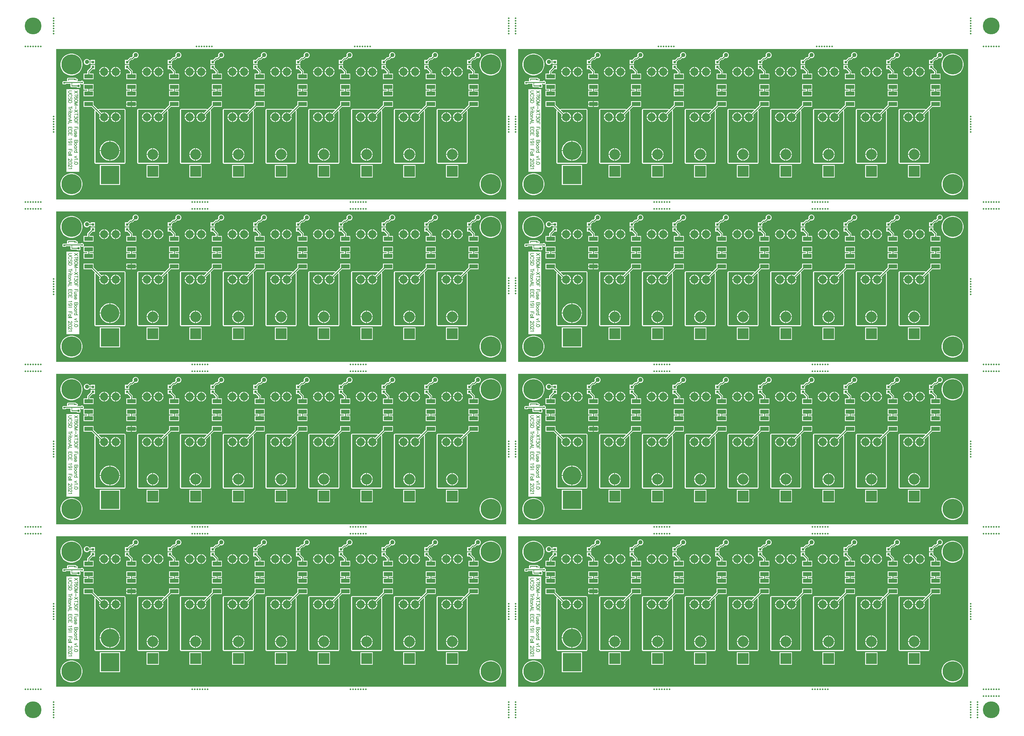
<source format=gtl>
G04*
G04 #@! TF.GenerationSoftware,Altium Limited,Altium Designer,21.8.1 (53)*
G04*
G04 Layer_Physical_Order=1*
G04 Layer_Color=255*
%FSLAX44Y44*%
%MOMM*%
G71*
G04*
G04 #@! TF.SameCoordinates,54C0CB10-D324-4126-BD5B-6722362DD903*
G04*
G04*
G04 #@! TF.FilePolarity,Positive*
G04*
G01*
G75*
%ADD10R,2.5000X1.1500*%
%ADD11R,0.8000X0.8000*%
%ADD12C,0.2540*%
%ADD13C,0.2032*%
%ADD14C,0.5080*%
%ADD15C,5.0000*%
%ADD16C,2.4000*%
%ADD17R,3.1750X3.1750*%
%ADD18C,3.1750*%
%ADD19C,5.4610*%
%ADD20R,5.4610X5.4610*%
%ADD21C,6.0000*%
%ADD22C,1.2700*%
G36*
X2814320Y2001520D02*
Y1554480D01*
X1478280D01*
Y2001526D01*
X2814320Y2001520D01*
D02*
G37*
G36*
X1442720D02*
Y1554480D01*
X106680D01*
Y2001526D01*
X1442720Y2001520D01*
D02*
G37*
G36*
X2814320Y1518920D02*
Y1071880D01*
X1478280D01*
Y1518926D01*
X2814320Y1518920D01*
D02*
G37*
G36*
X1442720D02*
Y1071880D01*
X106680D01*
Y1518926D01*
X1442720Y1518920D01*
D02*
G37*
G36*
X2814320Y1036320D02*
Y589280D01*
X1478280D01*
Y1036326D01*
X2814320Y1036320D01*
D02*
G37*
G36*
X1442720D02*
Y589280D01*
X106680D01*
Y1036326D01*
X1442720Y1036320D01*
D02*
G37*
G36*
X2814320Y553720D02*
Y106680D01*
X1478280D01*
Y553726D01*
X2814320Y553720D01*
D02*
G37*
G36*
X1442720D02*
Y106680D01*
X106680D01*
Y553726D01*
X1442720Y553720D01*
D02*
G37*
%LPC*%
G36*
X2731671Y1992630D02*
X2729330D01*
X2727068Y1992024D01*
X2725042Y1990854D01*
X2723386Y1989199D01*
X2722216Y1987171D01*
X2721610Y1984910D01*
Y1982570D01*
X2722080Y1980814D01*
X2718376Y1977110D01*
X2715026D01*
X2713539Y1976815D01*
X2712279Y1975973D01*
X2706146Y1969840D01*
X2698560D01*
Y1956760D01*
X2711640D01*
Y1964346D01*
X2716635Y1969341D01*
X2719986D01*
X2721472Y1969637D01*
X2722733Y1970479D01*
X2727574Y1975320D01*
X2729330Y1974850D01*
X2731671D01*
X2733931Y1975456D01*
X2735959Y1976626D01*
X2737614Y1978281D01*
X2738784Y1980309D01*
X2739390Y1982570D01*
Y1984910D01*
X2738784Y1987171D01*
X2737614Y1989199D01*
X2735959Y1990854D01*
X2733931Y1992024D01*
X2731671Y1992630D01*
D02*
G37*
G36*
X2604670D02*
X2602330D01*
X2600069Y1992024D01*
X2598041Y1990854D01*
X2596386Y1989199D01*
X2595216Y1987171D01*
X2594610Y1984910D01*
Y1982570D01*
X2595080Y1980814D01*
X2591377Y1977110D01*
X2588026D01*
X2586539Y1976815D01*
X2585279Y1975973D01*
X2579146Y1969840D01*
X2571560D01*
Y1956760D01*
X2584640D01*
Y1964346D01*
X2589635Y1969341D01*
X2592986D01*
X2594472Y1969637D01*
X2595733Y1970479D01*
X2600574Y1975320D01*
X2602330Y1974850D01*
X2604670D01*
X2606931Y1975456D01*
X2608959Y1976626D01*
X2610614Y1978281D01*
X2611784Y1980309D01*
X2612390Y1982570D01*
Y1984910D01*
X2611784Y1987171D01*
X2610614Y1989199D01*
X2608959Y1990854D01*
X2606931Y1992024D01*
X2604670Y1992630D01*
D02*
G37*
G36*
X2477670D02*
X2475330D01*
X2473069Y1992024D01*
X2471041Y1990854D01*
X2469386Y1989199D01*
X2468216Y1987171D01*
X2467610Y1984910D01*
Y1982570D01*
X2468080Y1980814D01*
X2464377Y1977110D01*
X2461026D01*
X2459539Y1976815D01*
X2458279Y1975973D01*
X2452146Y1969840D01*
X2444560D01*
Y1956760D01*
X2457640D01*
Y1964346D01*
X2462635Y1969341D01*
X2465986D01*
X2467472Y1969637D01*
X2468733Y1970479D01*
X2473574Y1975320D01*
X2475330Y1974850D01*
X2477670D01*
X2479931Y1975456D01*
X2481959Y1976626D01*
X2483614Y1978281D01*
X2484784Y1980309D01*
X2485390Y1982570D01*
Y1984910D01*
X2484784Y1987171D01*
X2483614Y1989199D01*
X2481959Y1990854D01*
X2479931Y1992024D01*
X2477670Y1992630D01*
D02*
G37*
G36*
X2350670D02*
X2348330D01*
X2346069Y1992024D01*
X2344041Y1990854D01*
X2342386Y1989199D01*
X2341216Y1987171D01*
X2340610Y1984910D01*
Y1982570D01*
X2341080Y1980814D01*
X2337377Y1977110D01*
X2334026D01*
X2332539Y1976815D01*
X2331279Y1975973D01*
X2325146Y1969840D01*
X2317560D01*
Y1956760D01*
X2330640D01*
Y1964346D01*
X2335635Y1969341D01*
X2338986D01*
X2340472Y1969637D01*
X2341733Y1970479D01*
X2346574Y1975320D01*
X2348330Y1974850D01*
X2350670D01*
X2352931Y1975456D01*
X2354959Y1976626D01*
X2356614Y1978281D01*
X2357784Y1980309D01*
X2358390Y1982570D01*
Y1984910D01*
X2357784Y1987171D01*
X2356614Y1989199D01*
X2354959Y1990854D01*
X2352931Y1992024D01*
X2350670Y1992630D01*
D02*
G37*
G36*
X2223670D02*
X2221330D01*
X2219069Y1992024D01*
X2217041Y1990854D01*
X2215386Y1989199D01*
X2214216Y1987171D01*
X2213610Y1984910D01*
Y1982570D01*
X2214080Y1980814D01*
X2210377Y1977110D01*
X2207026D01*
X2205539Y1976815D01*
X2204279Y1975973D01*
X2198146Y1969840D01*
X2190560D01*
Y1956760D01*
X2203640D01*
Y1964346D01*
X2208635Y1969341D01*
X2211986D01*
X2213472Y1969637D01*
X2214733Y1970479D01*
X2219574Y1975320D01*
X2221330Y1974850D01*
X2223670D01*
X2225931Y1975456D01*
X2227959Y1976626D01*
X2229614Y1978281D01*
X2230784Y1980309D01*
X2231390Y1982570D01*
Y1984910D01*
X2230784Y1987171D01*
X2229614Y1989199D01*
X2227959Y1990854D01*
X2225931Y1992024D01*
X2223670Y1992630D01*
D02*
G37*
G36*
X2096670D02*
X2094330D01*
X2092069Y1992024D01*
X2090041Y1990854D01*
X2088386Y1989199D01*
X2087216Y1987171D01*
X2086610Y1984910D01*
Y1982570D01*
X2087080Y1980814D01*
X2083377Y1977110D01*
X2080026D01*
X2078539Y1976815D01*
X2077279Y1975973D01*
X2071146Y1969840D01*
X2063560D01*
Y1956760D01*
X2076640D01*
Y1964346D01*
X2081635Y1969341D01*
X2084986D01*
X2086472Y1969637D01*
X2087733Y1970479D01*
X2092574Y1975320D01*
X2094330Y1974850D01*
X2096670D01*
X2098931Y1975456D01*
X2100959Y1976626D01*
X2102614Y1978281D01*
X2103784Y1980309D01*
X2104390Y1982570D01*
Y1984910D01*
X2103784Y1987171D01*
X2102614Y1989199D01*
X2100959Y1990854D01*
X2098931Y1992024D01*
X2096670Y1992630D01*
D02*
G37*
G36*
X1969670D02*
X1967330D01*
X1965069Y1992024D01*
X1963041Y1990854D01*
X1961386Y1989199D01*
X1960216Y1987171D01*
X1959610Y1984910D01*
Y1982570D01*
X1960080Y1980814D01*
X1956377Y1977110D01*
X1953026D01*
X1951539Y1976815D01*
X1950279Y1975973D01*
X1944146Y1969840D01*
X1936560D01*
Y1956760D01*
X1949640D01*
Y1964346D01*
X1954635Y1969341D01*
X1957986D01*
X1959472Y1969637D01*
X1960733Y1970479D01*
X1965574Y1975320D01*
X1967330Y1974850D01*
X1969670D01*
X1971931Y1975456D01*
X1973959Y1976626D01*
X1975614Y1978281D01*
X1976784Y1980309D01*
X1977390Y1982570D01*
Y1984910D01*
X1976784Y1987171D01*
X1975614Y1989199D01*
X1973959Y1990854D01*
X1971931Y1992024D01*
X1969670Y1992630D01*
D02*
G37*
G36*
X1842670D02*
X1840330D01*
X1838069Y1992024D01*
X1836041Y1990854D01*
X1834386Y1989199D01*
X1833216Y1987171D01*
X1832610Y1984910D01*
Y1982570D01*
X1833080Y1980814D01*
X1829377Y1977110D01*
X1826026D01*
X1824539Y1976815D01*
X1823279Y1975973D01*
X1817146Y1969840D01*
X1809560D01*
Y1956760D01*
X1822640D01*
Y1964346D01*
X1827635Y1969341D01*
X1830986D01*
X1832472Y1969637D01*
X1833733Y1970479D01*
X1838574Y1975320D01*
X1840330Y1974850D01*
X1842670D01*
X1844931Y1975456D01*
X1846959Y1976626D01*
X1848614Y1978281D01*
X1849784Y1980309D01*
X1850390Y1982570D01*
Y1984910D01*
X1849784Y1987171D01*
X1848614Y1989199D01*
X1846959Y1990854D01*
X1844931Y1992024D01*
X1842670Y1992630D01*
D02*
G37*
G36*
X1715670D02*
X1713330D01*
X1711069Y1992024D01*
X1709041Y1990854D01*
X1707386Y1989199D01*
X1706216Y1987171D01*
X1705610Y1984910D01*
Y1982570D01*
X1706080Y1980814D01*
X1702377Y1977110D01*
X1699026D01*
X1697539Y1976815D01*
X1696279Y1975973D01*
X1690146Y1969840D01*
X1682560D01*
Y1956760D01*
X1695640D01*
Y1964346D01*
X1700635Y1969341D01*
X1703986D01*
X1705472Y1969637D01*
X1706733Y1970479D01*
X1711574Y1975320D01*
X1713330Y1974850D01*
X1715670D01*
X1717931Y1975456D01*
X1719959Y1976626D01*
X1721614Y1978281D01*
X1722784Y1980309D01*
X1723390Y1982570D01*
Y1984910D01*
X1722784Y1987171D01*
X1721614Y1989199D01*
X1719959Y1990854D01*
X1717931Y1992024D01*
X1715670Y1992630D01*
D02*
G37*
G36*
X1570890Y1972310D02*
X1568550D01*
X1566289Y1971704D01*
X1564261Y1970534D01*
X1562606Y1968879D01*
X1561436Y1966851D01*
X1560830Y1964590D01*
Y1962250D01*
X1561436Y1959989D01*
X1562606Y1957961D01*
X1564261Y1956306D01*
X1566289Y1955136D01*
X1568550Y1954530D01*
X1570890D01*
X1573151Y1955136D01*
X1575179Y1956306D01*
X1576834Y1957961D01*
X1577742Y1959535D01*
X1580960D01*
Y1956760D01*
X1594040D01*
Y1969840D01*
X1580960D01*
Y1967305D01*
X1577742D01*
X1576834Y1968879D01*
X1575179Y1970534D01*
X1573151Y1971704D01*
X1570890Y1972310D01*
D02*
G37*
G36*
X2673214Y1948790D02*
X2672570D01*
Y1935520D01*
X2685840D01*
Y1936164D01*
X2684849Y1939862D01*
X2682935Y1943178D01*
X2680228Y1945885D01*
X2676912Y1947799D01*
X2673214Y1948790D01*
D02*
G37*
G36*
X2546214D02*
X2545570D01*
Y1935520D01*
X2558840D01*
Y1936164D01*
X2557849Y1939862D01*
X2555935Y1943178D01*
X2553228Y1945885D01*
X2549912Y1947799D01*
X2546214Y1948790D01*
D02*
G37*
G36*
X2419214D02*
X2418570D01*
Y1935520D01*
X2431840D01*
Y1936164D01*
X2430849Y1939862D01*
X2428935Y1943178D01*
X2426228Y1945885D01*
X2422912Y1947799D01*
X2419214Y1948790D01*
D02*
G37*
G36*
X2292214D02*
X2291570D01*
Y1935520D01*
X2304840D01*
Y1936164D01*
X2303849Y1939862D01*
X2301935Y1943178D01*
X2299228Y1945885D01*
X2295912Y1947799D01*
X2292214Y1948790D01*
D02*
G37*
G36*
X2165214D02*
X2164570D01*
Y1935520D01*
X2177840D01*
Y1936164D01*
X2176849Y1939862D01*
X2174935Y1943178D01*
X2172228Y1945885D01*
X2168912Y1947799D01*
X2165214Y1948790D01*
D02*
G37*
G36*
X2038214D02*
X2037570D01*
Y1935520D01*
X2050840D01*
Y1936164D01*
X2049849Y1939862D01*
X2047935Y1943178D01*
X2045228Y1945885D01*
X2041912Y1947799D01*
X2038214Y1948790D01*
D02*
G37*
G36*
X1911214D02*
X1910570D01*
Y1935520D01*
X1923840D01*
Y1936164D01*
X1922849Y1939862D01*
X1920935Y1943178D01*
X1918228Y1945885D01*
X1914912Y1947799D01*
X1911214Y1948790D01*
D02*
G37*
G36*
X1784214D02*
X1783570D01*
Y1935520D01*
X1796840D01*
Y1936164D01*
X1795849Y1939862D01*
X1793935Y1943178D01*
X1791228Y1945885D01*
X1787912Y1947799D01*
X1784214Y1948790D01*
D02*
G37*
G36*
X2670030D02*
X2669386D01*
X2665688Y1947799D01*
X2662372Y1945885D01*
X2659665Y1943178D01*
X2657751Y1939862D01*
X2656760Y1936164D01*
Y1935520D01*
X2670030D01*
Y1948790D01*
D02*
G37*
G36*
X2543030D02*
X2542386D01*
X2538688Y1947799D01*
X2535372Y1945885D01*
X2532665Y1943178D01*
X2530751Y1939862D01*
X2529760Y1936164D01*
Y1935520D01*
X2543030D01*
Y1948790D01*
D02*
G37*
G36*
X2416030D02*
X2415386D01*
X2411688Y1947799D01*
X2408372Y1945885D01*
X2405665Y1943178D01*
X2403751Y1939862D01*
X2402760Y1936164D01*
Y1935520D01*
X2416030D01*
Y1948790D01*
D02*
G37*
G36*
X2289030D02*
X2288386D01*
X2284688Y1947799D01*
X2281372Y1945885D01*
X2278665Y1943178D01*
X2276751Y1939862D01*
X2275760Y1936164D01*
Y1935520D01*
X2289030D01*
Y1948790D01*
D02*
G37*
G36*
X2162030D02*
X2161386D01*
X2157688Y1947799D01*
X2154372Y1945885D01*
X2151665Y1943178D01*
X2149751Y1939862D01*
X2148760Y1936164D01*
Y1935520D01*
X2162030D01*
Y1948790D01*
D02*
G37*
G36*
X2035030D02*
X2034386D01*
X2030688Y1947799D01*
X2027372Y1945885D01*
X2024665Y1943178D01*
X2022751Y1939862D01*
X2021760Y1936164D01*
Y1935520D01*
X2035030D01*
Y1948790D01*
D02*
G37*
G36*
X1908030D02*
X1907386D01*
X1903688Y1947799D01*
X1900372Y1945885D01*
X1897665Y1943178D01*
X1895751Y1939862D01*
X1894760Y1936164D01*
Y1935520D01*
X1908030D01*
Y1948790D01*
D02*
G37*
G36*
X1781030D02*
X1780386D01*
X1776688Y1947799D01*
X1773372Y1945885D01*
X1770665Y1943178D01*
X1768751Y1939862D01*
X1767760Y1936164D01*
Y1935520D01*
X1781030D01*
Y1948790D01*
D02*
G37*
G36*
X1657214D02*
X1656570D01*
Y1935520D01*
X1669840D01*
Y1936164D01*
X1668849Y1939862D01*
X1666935Y1943178D01*
X1664228Y1945885D01*
X1660912Y1947799D01*
X1657214Y1948790D01*
D02*
G37*
G36*
X1623214D02*
X1622570D01*
Y1935520D01*
X1635840D01*
Y1936164D01*
X1634849Y1939862D01*
X1632935Y1943178D01*
X1630228Y1945885D01*
X1626912Y1947799D01*
X1623214Y1948790D01*
D02*
G37*
G36*
X1654030D02*
X1653386D01*
X1649688Y1947799D01*
X1646372Y1945885D01*
X1643665Y1943178D01*
X1641751Y1939862D01*
X1640760Y1936164D01*
Y1935520D01*
X1654030D01*
Y1948790D01*
D02*
G37*
G36*
X1620030D02*
X1619386D01*
X1615688Y1947799D01*
X1612372Y1945885D01*
X1609665Y1943178D01*
X1607751Y1939862D01*
X1606760Y1936164D01*
Y1935520D01*
X1620030D01*
Y1948790D01*
D02*
G37*
G36*
X2639214D02*
X2638570D01*
Y1935520D01*
X2651840D01*
Y1936164D01*
X2650849Y1939862D01*
X2648935Y1943178D01*
X2646228Y1945885D01*
X2642912Y1947799D01*
X2639214Y1948790D01*
D02*
G37*
G36*
X2512214D02*
X2511570D01*
Y1935520D01*
X2524840D01*
Y1936164D01*
X2523849Y1939862D01*
X2521935Y1943178D01*
X2519228Y1945885D01*
X2515912Y1947799D01*
X2512214Y1948790D01*
D02*
G37*
G36*
X2385214D02*
X2384570D01*
Y1935520D01*
X2397840D01*
Y1936164D01*
X2396849Y1939862D01*
X2394935Y1943178D01*
X2392228Y1945885D01*
X2388912Y1947799D01*
X2385214Y1948790D01*
D02*
G37*
G36*
X2258214D02*
X2257570D01*
Y1935520D01*
X2270840D01*
Y1936164D01*
X2269849Y1939862D01*
X2267935Y1943178D01*
X2265228Y1945885D01*
X2261912Y1947799D01*
X2258214Y1948790D01*
D02*
G37*
G36*
X2131214D02*
X2130570D01*
Y1935520D01*
X2143840D01*
Y1936164D01*
X2142849Y1939862D01*
X2140935Y1943178D01*
X2138228Y1945885D01*
X2134912Y1947799D01*
X2131214Y1948790D01*
D02*
G37*
G36*
X2004214D02*
X2003570D01*
Y1935520D01*
X2016840D01*
Y1936164D01*
X2015849Y1939862D01*
X2013935Y1943178D01*
X2011228Y1945885D01*
X2007912Y1947799D01*
X2004214Y1948790D01*
D02*
G37*
G36*
X1877214D02*
X1876570D01*
Y1935520D01*
X1889840D01*
Y1936164D01*
X1888849Y1939862D01*
X1886935Y1943178D01*
X1884228Y1945885D01*
X1880912Y1947799D01*
X1877214Y1948790D01*
D02*
G37*
G36*
X1750214D02*
X1749570D01*
Y1935520D01*
X1762840D01*
Y1936164D01*
X1761849Y1939862D01*
X1759935Y1943178D01*
X1757228Y1945885D01*
X1753912Y1947799D01*
X1750214Y1948790D01*
D02*
G37*
G36*
X2636030D02*
X2635386D01*
X2631688Y1947799D01*
X2628372Y1945885D01*
X2625665Y1943178D01*
X2623751Y1939862D01*
X2622760Y1936164D01*
Y1935520D01*
X2636030D01*
Y1948790D01*
D02*
G37*
G36*
X2509030D02*
X2508386D01*
X2504688Y1947799D01*
X2501372Y1945885D01*
X2498665Y1943178D01*
X2496751Y1939862D01*
X2495760Y1936164D01*
Y1935520D01*
X2509030D01*
Y1948790D01*
D02*
G37*
G36*
X2382030D02*
X2381386D01*
X2377688Y1947799D01*
X2374372Y1945885D01*
X2371665Y1943178D01*
X2369751Y1939862D01*
X2368760Y1936164D01*
Y1935520D01*
X2382030D01*
Y1948790D01*
D02*
G37*
G36*
X2255030D02*
X2254386D01*
X2250688Y1947799D01*
X2247372Y1945885D01*
X2244665Y1943178D01*
X2242751Y1939862D01*
X2241760Y1936164D01*
Y1935520D01*
X2255030D01*
Y1948790D01*
D02*
G37*
G36*
X2128030D02*
X2127386D01*
X2123688Y1947799D01*
X2120372Y1945885D01*
X2117665Y1943178D01*
X2115751Y1939862D01*
X2114760Y1936164D01*
Y1935520D01*
X2128030D01*
Y1948790D01*
D02*
G37*
G36*
X2001030D02*
X2000386D01*
X1996688Y1947799D01*
X1993372Y1945885D01*
X1990665Y1943178D01*
X1988751Y1939862D01*
X1987760Y1936164D01*
Y1935520D01*
X2001030D01*
Y1948790D01*
D02*
G37*
G36*
X1874030D02*
X1873386D01*
X1869688Y1947799D01*
X1866372Y1945885D01*
X1863665Y1943178D01*
X1861751Y1939862D01*
X1860760Y1936164D01*
Y1935520D01*
X1874030D01*
Y1948790D01*
D02*
G37*
G36*
X1747030D02*
X1746386D01*
X1742688Y1947799D01*
X1739372Y1945885D01*
X1736665Y1943178D01*
X1734751Y1939862D01*
X1733760Y1936164D01*
Y1935520D01*
X1747030D01*
Y1948790D01*
D02*
G37*
G36*
X2771161Y1988340D02*
X2766039D01*
X2760980Y1987539D01*
X2756109Y1985956D01*
X2751545Y1983631D01*
X2747402Y1980620D01*
X2743780Y1976998D01*
X2740769Y1972855D01*
X2738444Y1968291D01*
X2736861Y1963420D01*
X2736060Y1958361D01*
Y1953239D01*
X2736861Y1948180D01*
X2738444Y1943309D01*
X2740769Y1938745D01*
X2743780Y1934602D01*
X2747402Y1930980D01*
X2751545Y1927969D01*
X2756109Y1925644D01*
X2760980Y1924061D01*
X2766039Y1923260D01*
X2771161D01*
X2776220Y1924061D01*
X2781091Y1925644D01*
X2785655Y1927969D01*
X2789798Y1930980D01*
X2793420Y1934602D01*
X2796431Y1938745D01*
X2798756Y1943309D01*
X2800339Y1948180D01*
X2801140Y1953239D01*
Y1958361D01*
X2800339Y1963420D01*
X2798756Y1968291D01*
X2796431Y1972855D01*
X2793420Y1976998D01*
X2789798Y1980620D01*
X2785655Y1983631D01*
X2781091Y1985956D01*
X2776220Y1987539D01*
X2771161Y1988340D01*
D02*
G37*
G36*
X1526561D02*
X1521439D01*
X1516380Y1987539D01*
X1511509Y1985956D01*
X1506945Y1983631D01*
X1502802Y1980620D01*
X1499180Y1976998D01*
X1496169Y1972855D01*
X1493844Y1968291D01*
X1492261Y1963420D01*
X1491460Y1958361D01*
Y1953239D01*
X1492261Y1948180D01*
X1493844Y1943309D01*
X1496169Y1938745D01*
X1499180Y1934602D01*
X1502802Y1930980D01*
X1506945Y1927969D01*
X1511509Y1925644D01*
X1516380Y1924061D01*
X1521439Y1923260D01*
X1526561D01*
X1531620Y1924061D01*
X1536491Y1925644D01*
X1541055Y1927969D01*
X1545198Y1930980D01*
X1548820Y1934602D01*
X1551831Y1938745D01*
X1554156Y1943309D01*
X1555739Y1948180D01*
X1556540Y1953239D01*
Y1958361D01*
X1555739Y1963420D01*
X1554156Y1968291D01*
X1551831Y1972855D01*
X1548820Y1976998D01*
X1545198Y1980620D01*
X1541055Y1983631D01*
X1536491Y1985956D01*
X1531620Y1987539D01*
X1526561Y1988340D01*
D02*
G37*
G36*
X2685840Y1932980D02*
X2672570D01*
Y1919710D01*
X2673214D01*
X2676912Y1920701D01*
X2680228Y1922615D01*
X2682935Y1925322D01*
X2684849Y1928638D01*
X2685840Y1932336D01*
Y1932980D01*
D02*
G37*
G36*
X2670030D02*
X2656760D01*
Y1932336D01*
X2657751Y1928638D01*
X2659665Y1925322D01*
X2662372Y1922615D01*
X2665688Y1920701D01*
X2669386Y1919710D01*
X2670030D01*
Y1932980D01*
D02*
G37*
G36*
X2651840Y1932980D02*
X2638570D01*
Y1919710D01*
X2639214D01*
X2642912Y1920701D01*
X2646228Y1922615D01*
X2648935Y1925322D01*
X2650849Y1928638D01*
X2651840Y1932336D01*
Y1932980D01*
D02*
G37*
G36*
X2636030D02*
X2622760D01*
Y1932336D01*
X2623751Y1928638D01*
X2625665Y1925322D01*
X2628372Y1922615D01*
X2631688Y1920701D01*
X2635386Y1919710D01*
X2636030D01*
Y1932980D01*
D02*
G37*
G36*
X2558840Y1932980D02*
X2545570D01*
Y1919710D01*
X2546214D01*
X2549912Y1920701D01*
X2553228Y1922615D01*
X2555935Y1925322D01*
X2557849Y1928638D01*
X2558840Y1932336D01*
Y1932980D01*
D02*
G37*
G36*
X2543030D02*
X2529760D01*
Y1932336D01*
X2530751Y1928638D01*
X2532665Y1925322D01*
X2535372Y1922615D01*
X2538688Y1920701D01*
X2542386Y1919710D01*
X2543030D01*
Y1932980D01*
D02*
G37*
G36*
X2524840Y1932980D02*
X2511570D01*
Y1919710D01*
X2512214D01*
X2515912Y1920701D01*
X2519228Y1922615D01*
X2521935Y1925322D01*
X2523849Y1928638D01*
X2524840Y1932336D01*
Y1932980D01*
D02*
G37*
G36*
X2509030D02*
X2495760D01*
Y1932336D01*
X2496751Y1928638D01*
X2498665Y1925322D01*
X2501372Y1922615D01*
X2504688Y1920701D01*
X2508386Y1919710D01*
X2509030D01*
Y1932980D01*
D02*
G37*
G36*
X2431840Y1932980D02*
X2418570D01*
Y1919710D01*
X2419214D01*
X2422912Y1920701D01*
X2426228Y1922615D01*
X2428935Y1925322D01*
X2430849Y1928638D01*
X2431840Y1932336D01*
Y1932980D01*
D02*
G37*
G36*
X2416030D02*
X2402760D01*
Y1932336D01*
X2403751Y1928638D01*
X2405665Y1925322D01*
X2408372Y1922615D01*
X2411688Y1920701D01*
X2415386Y1919710D01*
X2416030D01*
Y1932980D01*
D02*
G37*
G36*
X2397840Y1932980D02*
X2384570D01*
Y1919710D01*
X2385214D01*
X2388912Y1920701D01*
X2392228Y1922615D01*
X2394935Y1925322D01*
X2396849Y1928638D01*
X2397840Y1932336D01*
Y1932980D01*
D02*
G37*
G36*
X2382030D02*
X2368760D01*
Y1932336D01*
X2369751Y1928638D01*
X2371665Y1925322D01*
X2374372Y1922615D01*
X2377688Y1920701D01*
X2381386Y1919710D01*
X2382030D01*
Y1932980D01*
D02*
G37*
G36*
X2304840Y1932980D02*
X2291570D01*
Y1919710D01*
X2292214D01*
X2295912Y1920701D01*
X2299228Y1922615D01*
X2301935Y1925322D01*
X2303849Y1928638D01*
X2304840Y1932336D01*
Y1932980D01*
D02*
G37*
G36*
X2289030D02*
X2275760D01*
Y1932336D01*
X2276751Y1928638D01*
X2278665Y1925322D01*
X2281372Y1922615D01*
X2284688Y1920701D01*
X2288386Y1919710D01*
X2289030D01*
Y1932980D01*
D02*
G37*
G36*
X2270840Y1932980D02*
X2257570D01*
Y1919710D01*
X2258214D01*
X2261912Y1920701D01*
X2265228Y1922615D01*
X2267935Y1925322D01*
X2269849Y1928638D01*
X2270840Y1932336D01*
Y1932980D01*
D02*
G37*
G36*
X2255030D02*
X2241760D01*
Y1932336D01*
X2242751Y1928638D01*
X2244665Y1925322D01*
X2247372Y1922615D01*
X2250688Y1920701D01*
X2254386Y1919710D01*
X2255030D01*
Y1932980D01*
D02*
G37*
G36*
X2177840Y1932980D02*
X2164570D01*
Y1919710D01*
X2165214D01*
X2168912Y1920701D01*
X2172228Y1922615D01*
X2174935Y1925322D01*
X2176849Y1928638D01*
X2177840Y1932336D01*
Y1932980D01*
D02*
G37*
G36*
X2162030D02*
X2148760D01*
Y1932336D01*
X2149751Y1928638D01*
X2151665Y1925322D01*
X2154372Y1922615D01*
X2157688Y1920701D01*
X2161386Y1919710D01*
X2162030D01*
Y1932980D01*
D02*
G37*
G36*
X2143840Y1932980D02*
X2130570D01*
Y1919710D01*
X2131214D01*
X2134912Y1920701D01*
X2138228Y1922615D01*
X2140935Y1925322D01*
X2142849Y1928638D01*
X2143840Y1932336D01*
Y1932980D01*
D02*
G37*
G36*
X2128030D02*
X2114760D01*
Y1932336D01*
X2115751Y1928638D01*
X2117665Y1925322D01*
X2120372Y1922615D01*
X2123688Y1920701D01*
X2127386Y1919710D01*
X2128030D01*
Y1932980D01*
D02*
G37*
G36*
X2050840Y1932980D02*
X2037570D01*
Y1919710D01*
X2038214D01*
X2041912Y1920701D01*
X2045228Y1922615D01*
X2047935Y1925322D01*
X2049849Y1928638D01*
X2050840Y1932336D01*
Y1932980D01*
D02*
G37*
G36*
X2035030D02*
X2021760D01*
Y1932336D01*
X2022751Y1928638D01*
X2024665Y1925322D01*
X2027372Y1922615D01*
X2030688Y1920701D01*
X2034386Y1919710D01*
X2035030D01*
Y1932980D01*
D02*
G37*
G36*
X2016840Y1932980D02*
X2003570D01*
Y1919710D01*
X2004214D01*
X2007912Y1920701D01*
X2011228Y1922615D01*
X2013935Y1925322D01*
X2015849Y1928638D01*
X2016840Y1932336D01*
Y1932980D01*
D02*
G37*
G36*
X2001030D02*
X1987760D01*
Y1932336D01*
X1988751Y1928638D01*
X1990665Y1925322D01*
X1993372Y1922615D01*
X1996688Y1920701D01*
X2000386Y1919710D01*
X2001030D01*
Y1932980D01*
D02*
G37*
G36*
X1923840Y1932980D02*
X1910570D01*
Y1919710D01*
X1911214D01*
X1914912Y1920701D01*
X1918228Y1922615D01*
X1920935Y1925322D01*
X1922849Y1928638D01*
X1923840Y1932336D01*
Y1932980D01*
D02*
G37*
G36*
X1908030D02*
X1894760D01*
Y1932336D01*
X1895751Y1928638D01*
X1897665Y1925322D01*
X1900372Y1922615D01*
X1903688Y1920701D01*
X1907386Y1919710D01*
X1908030D01*
Y1932980D01*
D02*
G37*
G36*
X1889840Y1932980D02*
X1876570D01*
Y1919710D01*
X1877214D01*
X1880912Y1920701D01*
X1884228Y1922615D01*
X1886935Y1925322D01*
X1888849Y1928638D01*
X1889840Y1932336D01*
Y1932980D01*
D02*
G37*
G36*
X1874030D02*
X1860760D01*
Y1932336D01*
X1861751Y1928638D01*
X1863665Y1925322D01*
X1866372Y1922615D01*
X1869688Y1920701D01*
X1873386Y1919710D01*
X1874030D01*
Y1932980D01*
D02*
G37*
G36*
X1796840Y1932980D02*
X1783570D01*
Y1919710D01*
X1784214D01*
X1787912Y1920701D01*
X1791228Y1922615D01*
X1793935Y1925322D01*
X1795849Y1928638D01*
X1796840Y1932336D01*
Y1932980D01*
D02*
G37*
G36*
X1781030D02*
X1767760D01*
Y1932336D01*
X1768751Y1928638D01*
X1770665Y1925322D01*
X1773372Y1922615D01*
X1776688Y1920701D01*
X1780386Y1919710D01*
X1781030D01*
Y1932980D01*
D02*
G37*
G36*
X1762840Y1932980D02*
X1749570D01*
Y1919710D01*
X1750214D01*
X1753912Y1920701D01*
X1757228Y1922615D01*
X1759935Y1925322D01*
X1761849Y1928638D01*
X1762840Y1932336D01*
Y1932980D01*
D02*
G37*
G36*
X1747030D02*
X1733760D01*
Y1932336D01*
X1734751Y1928638D01*
X1736665Y1925322D01*
X1739372Y1922615D01*
X1742688Y1920701D01*
X1746386Y1919710D01*
X1747030D01*
Y1932980D01*
D02*
G37*
G36*
X1669840Y1932980D02*
X1656570D01*
Y1919710D01*
X1657214D01*
X1660912Y1920701D01*
X1664228Y1922615D01*
X1666935Y1925322D01*
X1668849Y1928638D01*
X1669840Y1932336D01*
Y1932980D01*
D02*
G37*
G36*
X1654030D02*
X1640760D01*
Y1932336D01*
X1641751Y1928638D01*
X1643665Y1925322D01*
X1646372Y1922615D01*
X1649688Y1920701D01*
X1653386Y1919710D01*
X1654030D01*
Y1932980D01*
D02*
G37*
G36*
X1635840D02*
X1622570D01*
Y1919710D01*
X1623214D01*
X1626912Y1920701D01*
X1630228Y1922615D01*
X1632935Y1925322D01*
X1634849Y1928638D01*
X1635840Y1932336D01*
Y1932980D01*
D02*
G37*
G36*
X1620030D02*
X1606760D01*
Y1932336D01*
X1607751Y1928638D01*
X1609665Y1925322D01*
X1612372Y1922615D01*
X1615688Y1920701D01*
X1619386Y1919710D01*
X1620030D01*
Y1932980D01*
D02*
G37*
G36*
X2711640Y1954840D02*
X2698560D01*
Y1941760D01*
X2706146D01*
X2713915Y1933991D01*
Y1929040D01*
X2702760D01*
Y1912460D01*
X2732840D01*
Y1929040D01*
X2721685D01*
Y1935600D01*
X2721389Y1937087D01*
X2720547Y1938347D01*
X2711640Y1947254D01*
Y1954840D01*
D02*
G37*
G36*
X2584640D02*
X2571560D01*
Y1941760D01*
X2579146D01*
X2586915Y1933991D01*
Y1929040D01*
X2575760D01*
Y1912460D01*
X2605840D01*
Y1929040D01*
X2594685D01*
Y1935600D01*
X2594389Y1937087D01*
X2593547Y1938347D01*
X2584640Y1947254D01*
Y1954840D01*
D02*
G37*
G36*
X2457640D02*
X2444560D01*
Y1941760D01*
X2452146D01*
X2459915Y1933991D01*
Y1929040D01*
X2448760D01*
Y1912460D01*
X2478840D01*
Y1929040D01*
X2467685D01*
Y1935600D01*
X2467389Y1937087D01*
X2466547Y1938347D01*
X2457640Y1947254D01*
Y1954840D01*
D02*
G37*
G36*
X2330640D02*
X2317560D01*
Y1941760D01*
X2325146D01*
X2332915Y1933991D01*
Y1929040D01*
X2321760D01*
Y1912460D01*
X2351840D01*
Y1929040D01*
X2340685D01*
Y1935600D01*
X2340389Y1937087D01*
X2339547Y1938347D01*
X2330640Y1947254D01*
Y1954840D01*
D02*
G37*
G36*
X2203640D02*
X2190560D01*
Y1941760D01*
X2198146D01*
X2205915Y1933991D01*
Y1929040D01*
X2194760D01*
Y1912460D01*
X2224840D01*
Y1929040D01*
X2213685D01*
Y1935600D01*
X2213389Y1937087D01*
X2212547Y1938347D01*
X2203640Y1947254D01*
Y1954840D01*
D02*
G37*
G36*
X2076640D02*
X2063560D01*
Y1941760D01*
X2071146D01*
X2078915Y1933991D01*
Y1929040D01*
X2067760D01*
Y1912460D01*
X2097840D01*
Y1929040D01*
X2086685D01*
Y1935600D01*
X2086389Y1937087D01*
X2085547Y1938347D01*
X2076640Y1947254D01*
Y1954840D01*
D02*
G37*
G36*
X1949640D02*
X1936560D01*
Y1941760D01*
X1944146D01*
X1951915Y1933991D01*
Y1929040D01*
X1940760D01*
Y1912460D01*
X1970840D01*
Y1929040D01*
X1959685D01*
Y1935600D01*
X1959389Y1937087D01*
X1958547Y1938347D01*
X1949640Y1947254D01*
Y1954840D01*
D02*
G37*
G36*
X1822640D02*
X1809560D01*
Y1941760D01*
X1817146D01*
X1824915Y1933991D01*
Y1929040D01*
X1813760D01*
Y1912460D01*
X1843840D01*
Y1929040D01*
X1832685D01*
Y1935600D01*
X1832389Y1937087D01*
X1831547Y1938347D01*
X1822640Y1947254D01*
Y1954840D01*
D02*
G37*
G36*
X1695640D02*
X1682560D01*
Y1941760D01*
X1690146D01*
X1697915Y1933991D01*
Y1929040D01*
X1686760D01*
Y1912460D01*
X1716840D01*
Y1929040D01*
X1705685D01*
Y1935600D01*
X1705389Y1937087D01*
X1704547Y1938347D01*
X1695640Y1947254D01*
Y1954840D01*
D02*
G37*
G36*
X1594040D02*
X1580960D01*
Y1947254D01*
X1572053Y1938347D01*
X1571211Y1937087D01*
X1570915Y1935600D01*
Y1929040D01*
X1559760D01*
Y1912460D01*
X1589840D01*
Y1929040D01*
X1578685D01*
Y1933991D01*
X1586454Y1941760D01*
X1594040D01*
Y1954840D01*
D02*
G37*
G36*
X2732840Y1897540D02*
X2702760D01*
Y1880960D01*
X2713915D01*
Y1878240D01*
X2702760D01*
Y1861660D01*
X2732840D01*
Y1878240D01*
X2721685D01*
Y1880960D01*
X2732840D01*
Y1897540D01*
D02*
G37*
G36*
X2605840D02*
X2575760D01*
Y1880960D01*
X2586915D01*
Y1878240D01*
X2575760D01*
Y1861660D01*
X2605840D01*
Y1878240D01*
X2594685D01*
Y1880960D01*
X2605840D01*
Y1897540D01*
D02*
G37*
G36*
X2478840D02*
X2448760D01*
Y1880960D01*
X2459915D01*
Y1878240D01*
X2448760D01*
Y1861660D01*
X2478840D01*
Y1878240D01*
X2467685D01*
Y1880960D01*
X2478840D01*
Y1897540D01*
D02*
G37*
G36*
X2351840D02*
X2321760D01*
Y1880960D01*
X2332915D01*
Y1878240D01*
X2321760D01*
Y1861660D01*
X2351840D01*
Y1878240D01*
X2340685D01*
Y1880960D01*
X2351840D01*
Y1897540D01*
D02*
G37*
G36*
X2224840D02*
X2194760D01*
Y1880960D01*
X2205915D01*
Y1878240D01*
X2194760D01*
Y1861660D01*
X2224840D01*
Y1878240D01*
X2213685D01*
Y1880960D01*
X2224840D01*
Y1897540D01*
D02*
G37*
G36*
X2097840D02*
X2067760D01*
Y1880960D01*
X2078915D01*
Y1878240D01*
X2067760D01*
Y1861660D01*
X2097840D01*
Y1878240D01*
X2086685D01*
Y1880960D01*
X2097840D01*
Y1897540D01*
D02*
G37*
G36*
X1970840D02*
X1940760D01*
Y1880960D01*
X1951915D01*
Y1878240D01*
X1940760D01*
Y1861660D01*
X1970840D01*
Y1878240D01*
X1959685D01*
Y1880960D01*
X1970840D01*
Y1897540D01*
D02*
G37*
G36*
X1843840D02*
X1813760D01*
Y1880960D01*
X1824915D01*
Y1878240D01*
X1813760D01*
Y1861660D01*
X1843840D01*
Y1878240D01*
X1832685D01*
Y1880960D01*
X1843840D01*
Y1897540D01*
D02*
G37*
G36*
X1716840D02*
X1686760D01*
Y1880960D01*
X1697915D01*
Y1878240D01*
X1686760D01*
Y1861660D01*
X1716840D01*
Y1878240D01*
X1705685D01*
Y1880960D01*
X1716840D01*
Y1897540D01*
D02*
G37*
G36*
X1536192Y1916226D02*
X1513840D01*
X1512849Y1916029D01*
X1512009Y1915467D01*
X1511447Y1914627D01*
X1511250Y1913636D01*
Y1907540D01*
X1511291Y1907336D01*
X1510359Y1906066D01*
X1499616D01*
X1498625Y1905869D01*
X1497785Y1905307D01*
X1497223Y1904467D01*
X1497026Y1903476D01*
Y1899412D01*
X1497223Y1898421D01*
X1497785Y1897581D01*
X1498625Y1897019D01*
X1499616Y1896822D01*
X1505712D01*
X1506703Y1897019D01*
X1507543Y1897581D01*
X1508105Y1898421D01*
X1508191Y1898854D01*
X1521410D01*
Y1891284D01*
X1521607Y1890293D01*
X1522169Y1889453D01*
X1523009Y1888891D01*
X1524000Y1888694D01*
X1539809D01*
X1539895Y1888261D01*
X1540457Y1887421D01*
X1541297Y1886859D01*
X1542288Y1886662D01*
X1548384D01*
X1549375Y1886859D01*
X1550215Y1887421D01*
X1550777Y1888261D01*
X1550974Y1889252D01*
Y1895348D01*
X1550777Y1896339D01*
X1550215Y1897179D01*
X1549609Y1897584D01*
X1549774Y1898739D01*
X1549820Y1898854D01*
X1552001D01*
X1552087Y1898421D01*
X1552649Y1897581D01*
X1553489Y1897019D01*
X1554480Y1896822D01*
X1556512D01*
X1557503Y1897019D01*
X1558110Y1897425D01*
X1558343Y1897581D01*
X1558343Y1897581D01*
X1558573Y1897615D01*
X1559753Y1896604D01*
X1559760Y1896547D01*
X1559760Y1896318D01*
X1559760Y1896317D01*
X1559760Y1896305D01*
Y1880960D01*
X1570915D01*
Y1878240D01*
X1559760D01*
Y1861660D01*
X1589840D01*
Y1878240D01*
X1578685D01*
Y1880960D01*
X1589840D01*
Y1897540D01*
X1561024D01*
X1560602Y1897540D01*
X1559736Y1898766D01*
X1559859Y1899267D01*
X1560375Y1899613D01*
X1560937Y1900453D01*
X1561134Y1901444D01*
Y1903476D01*
X1560937Y1904467D01*
X1560375Y1905307D01*
X1559535Y1905869D01*
X1559009Y1905973D01*
X1558905Y1906499D01*
X1558343Y1907339D01*
X1557503Y1907901D01*
X1556512Y1908098D01*
X1554480D01*
X1553489Y1907901D01*
X1552649Y1907339D01*
X1552087Y1906499D01*
X1552001Y1906066D01*
X1541692D01*
X1541646Y1906181D01*
X1541481Y1907336D01*
X1542087Y1907741D01*
X1542649Y1908581D01*
X1542846Y1909572D01*
Y1911604D01*
X1542649Y1912595D01*
X1542087Y1913435D01*
X1541247Y1913997D01*
X1540256Y1914194D01*
X1538671D01*
X1538585Y1914627D01*
X1538023Y1915467D01*
X1537183Y1916029D01*
X1536192Y1916226D01*
D02*
G37*
G36*
X1716840Y1846740D02*
X1703070D01*
Y1839720D01*
X1716840D01*
Y1846740D01*
D02*
G37*
G36*
X1700530D02*
X1686760D01*
Y1839720D01*
X1700530D01*
Y1846740D01*
D02*
G37*
G36*
X1716840Y1837180D02*
X1703070D01*
Y1830160D01*
X1716840D01*
Y1837180D01*
D02*
G37*
G36*
X1700530D02*
X1686760D01*
Y1830160D01*
X1700530D01*
Y1837180D01*
D02*
G37*
G36*
X2732840Y1846740D02*
X2702760D01*
Y1835654D01*
X2690038Y1822932D01*
X2688458Y1823011D01*
X2687618Y1823573D01*
X2686627Y1823770D01*
X2611120D01*
X2610129Y1823573D01*
X2609289Y1823011D01*
X2608727Y1822171D01*
X2608530Y1821180D01*
Y1663700D01*
X2608727Y1662709D01*
X2609289Y1661869D01*
X2610129Y1661307D01*
X2611120Y1661110D01*
X2697480D01*
X2698471Y1661307D01*
X2699311Y1661869D01*
X2699873Y1662709D01*
X2700070Y1663700D01*
Y1817727D01*
X2699873Y1818718D01*
X2699311Y1819558D01*
X2699232Y1821138D01*
X2708254Y1830160D01*
X2732840D01*
Y1846740D01*
D02*
G37*
G36*
X2605840D02*
X2575760D01*
Y1835654D01*
X2563038Y1822932D01*
X2561458Y1823011D01*
X2560618Y1823573D01*
X2559627Y1823770D01*
X2484120D01*
X2483129Y1823573D01*
X2482289Y1823011D01*
X2481727Y1822171D01*
X2481530Y1821180D01*
Y1663700D01*
X2481727Y1662709D01*
X2482289Y1661869D01*
X2483129Y1661307D01*
X2484120Y1661110D01*
X2570480D01*
X2571471Y1661307D01*
X2572311Y1661869D01*
X2572873Y1662709D01*
X2573070Y1663700D01*
Y1817727D01*
X2572873Y1818718D01*
X2572311Y1819558D01*
X2572232Y1821138D01*
X2581254Y1830160D01*
X2605840D01*
Y1846740D01*
D02*
G37*
G36*
X2478840D02*
X2448760D01*
Y1835654D01*
X2436038Y1822932D01*
X2434458Y1823011D01*
X2433618Y1823573D01*
X2432627Y1823770D01*
X2357120D01*
X2356129Y1823573D01*
X2355289Y1823011D01*
X2354727Y1822171D01*
X2354530Y1821180D01*
Y1663700D01*
X2354727Y1662709D01*
X2355289Y1661869D01*
X2356129Y1661307D01*
X2357120Y1661110D01*
X2443480D01*
X2444471Y1661307D01*
X2445311Y1661869D01*
X2445873Y1662709D01*
X2446070Y1663700D01*
Y1817727D01*
X2445873Y1818718D01*
X2445311Y1819558D01*
X2445232Y1821138D01*
X2454254Y1830160D01*
X2478840D01*
Y1846740D01*
D02*
G37*
G36*
X2351840D02*
X2321760D01*
Y1835654D01*
X2309038Y1822932D01*
X2307458Y1823011D01*
X2306618Y1823573D01*
X2305627Y1823770D01*
X2230120D01*
X2229129Y1823573D01*
X2228289Y1823011D01*
X2227727Y1822171D01*
X2227530Y1821180D01*
Y1663700D01*
X2227727Y1662709D01*
X2228289Y1661869D01*
X2229129Y1661307D01*
X2230120Y1661110D01*
X2316480D01*
X2317471Y1661307D01*
X2318311Y1661869D01*
X2318873Y1662709D01*
X2319070Y1663700D01*
Y1817727D01*
X2318873Y1818718D01*
X2318311Y1819558D01*
X2318232Y1821138D01*
X2327254Y1830160D01*
X2351840D01*
Y1846740D01*
D02*
G37*
G36*
X2224840D02*
X2194760D01*
Y1835654D01*
X2182038Y1822932D01*
X2180458Y1823011D01*
X2179618Y1823573D01*
X2178627Y1823770D01*
X2103120D01*
X2102129Y1823573D01*
X2101289Y1823011D01*
X2100727Y1822171D01*
X2100530Y1821180D01*
Y1663700D01*
X2100727Y1662709D01*
X2101289Y1661869D01*
X2102129Y1661307D01*
X2103120Y1661110D01*
X2189480D01*
X2190471Y1661307D01*
X2191311Y1661869D01*
X2191873Y1662709D01*
X2192070Y1663700D01*
Y1817727D01*
X2191873Y1818718D01*
X2191311Y1819558D01*
X2191232Y1821138D01*
X2200254Y1830160D01*
X2224840D01*
Y1846740D01*
D02*
G37*
G36*
X2097840D02*
X2067760D01*
Y1835654D01*
X2055038Y1822932D01*
X2053458Y1823011D01*
X2052618Y1823573D01*
X2051627Y1823770D01*
X1976120D01*
X1975129Y1823573D01*
X1974289Y1823011D01*
X1973727Y1822171D01*
X1973530Y1821180D01*
Y1663700D01*
X1973727Y1662709D01*
X1974289Y1661869D01*
X1975129Y1661307D01*
X1976120Y1661110D01*
X2062480D01*
X2063471Y1661307D01*
X2064311Y1661869D01*
X2064873Y1662709D01*
X2065070Y1663700D01*
Y1817727D01*
X2064873Y1818718D01*
X2064311Y1819558D01*
X2064232Y1821138D01*
X2073254Y1830160D01*
X2097840D01*
Y1846740D01*
D02*
G37*
G36*
X1970840D02*
X1940760D01*
Y1835654D01*
X1928038Y1822932D01*
X1926458Y1823011D01*
X1925618Y1823573D01*
X1924627Y1823770D01*
X1849120D01*
X1848129Y1823573D01*
X1847289Y1823011D01*
X1846727Y1822171D01*
X1846530Y1821180D01*
Y1663700D01*
X1846727Y1662709D01*
X1847289Y1661869D01*
X1848129Y1661307D01*
X1849120Y1661110D01*
X1935480D01*
X1936471Y1661307D01*
X1937311Y1661869D01*
X1937873Y1662709D01*
X1938070Y1663700D01*
Y1817727D01*
X1937873Y1818718D01*
X1937311Y1819558D01*
X1937232Y1821138D01*
X1946254Y1830160D01*
X1970840D01*
Y1846740D01*
D02*
G37*
G36*
X1843840D02*
X1813760D01*
Y1835654D01*
X1801038Y1822932D01*
X1799458Y1823011D01*
X1798618Y1823573D01*
X1797627Y1823770D01*
X1722120D01*
X1721129Y1823573D01*
X1720289Y1823011D01*
X1719727Y1822171D01*
X1719530Y1821180D01*
Y1663700D01*
X1719727Y1662709D01*
X1720289Y1661869D01*
X1721129Y1661307D01*
X1722120Y1661110D01*
X1808480D01*
X1809471Y1661307D01*
X1810311Y1661869D01*
X1810873Y1662709D01*
X1811070Y1663700D01*
Y1817727D01*
X1810873Y1818718D01*
X1810311Y1819558D01*
X1810232Y1821138D01*
X1819254Y1830160D01*
X1843840D01*
Y1846740D01*
D02*
G37*
G36*
X1589840D02*
X1559760D01*
Y1830160D01*
X1584346D01*
X1593368Y1821138D01*
X1593289Y1819558D01*
X1592727Y1818718D01*
X1592530Y1817727D01*
Y1663700D01*
X1592727Y1662709D01*
X1593289Y1661869D01*
X1594129Y1661307D01*
X1595120Y1661110D01*
X1681480D01*
X1682471Y1661307D01*
X1683311Y1661869D01*
X1683873Y1662709D01*
X1684070Y1663700D01*
Y1821180D01*
X1683873Y1822171D01*
X1683311Y1823011D01*
X1682471Y1823573D01*
X1681480Y1823770D01*
X1605973D01*
X1604982Y1823573D01*
X1604142Y1823011D01*
X1602562Y1822932D01*
X1589840Y1835654D01*
Y1846740D01*
D02*
G37*
G36*
X1547547Y1882140D02*
X1508760D01*
Y1636776D01*
X1547547D01*
Y1882140D01*
D02*
G37*
G36*
X2672715Y1657115D02*
X2635885D01*
Y1620285D01*
X2672715D01*
Y1657115D01*
D02*
G37*
G36*
X2545715D02*
X2508885D01*
Y1620285D01*
X2545715D01*
Y1657115D01*
D02*
G37*
G36*
X2418715D02*
X2381885D01*
Y1620285D01*
X2418715D01*
Y1657115D01*
D02*
G37*
G36*
X2291715D02*
X2254885D01*
Y1620285D01*
X2291715D01*
Y1657115D01*
D02*
G37*
G36*
X2164715D02*
X2127885D01*
Y1620285D01*
X2164715D01*
Y1657115D01*
D02*
G37*
G36*
X2037715D02*
X2000885D01*
Y1620285D01*
X2037715D01*
Y1657115D01*
D02*
G37*
G36*
X1910715D02*
X1873885D01*
Y1620285D01*
X1910715D01*
Y1657115D01*
D02*
G37*
G36*
X1783715D02*
X1746885D01*
Y1620285D01*
X1783715D01*
Y1657115D01*
D02*
G37*
G36*
X1668145Y1657545D02*
X1608455D01*
Y1597855D01*
X1668145D01*
Y1657545D01*
D02*
G37*
G36*
X2771161Y1632740D02*
X2766039D01*
X2760980Y1631939D01*
X2756109Y1630356D01*
X2751545Y1628031D01*
X2747402Y1625020D01*
X2743780Y1621398D01*
X2740769Y1617255D01*
X2738444Y1612691D01*
X2736861Y1607820D01*
X2736060Y1602761D01*
Y1597639D01*
X2736861Y1592580D01*
X2738444Y1587709D01*
X2740769Y1583145D01*
X2743780Y1579002D01*
X2747402Y1575380D01*
X2751545Y1572369D01*
X2756109Y1570044D01*
X2760980Y1568461D01*
X2766039Y1567660D01*
X2771161D01*
X2776220Y1568461D01*
X2781091Y1570044D01*
X2785655Y1572369D01*
X2789798Y1575380D01*
X2793420Y1579002D01*
X2796431Y1583145D01*
X2798756Y1587709D01*
X2800339Y1592580D01*
X2801140Y1597639D01*
Y1602761D01*
X2800339Y1607820D01*
X2798756Y1612691D01*
X2796431Y1617255D01*
X2793420Y1621398D01*
X2789798Y1625020D01*
X2785655Y1628031D01*
X2781091Y1630356D01*
X2776220Y1631939D01*
X2771161Y1632740D01*
D02*
G37*
G36*
X1526561D02*
X1521439D01*
X1516380Y1631939D01*
X1511509Y1630356D01*
X1506945Y1628031D01*
X1502802Y1625020D01*
X1499180Y1621398D01*
X1496169Y1617255D01*
X1493844Y1612691D01*
X1492261Y1607820D01*
X1491460Y1602761D01*
Y1597639D01*
X1492261Y1592580D01*
X1493844Y1587709D01*
X1496169Y1583145D01*
X1499180Y1579002D01*
X1502802Y1575380D01*
X1506945Y1572369D01*
X1511509Y1570044D01*
X1516380Y1568461D01*
X1521439Y1567660D01*
X1526561D01*
X1531620Y1568461D01*
X1536491Y1570044D01*
X1541055Y1572369D01*
X1545198Y1575380D01*
X1548820Y1579002D01*
X1551831Y1583145D01*
X1554156Y1587709D01*
X1555739Y1592580D01*
X1556540Y1597639D01*
Y1602761D01*
X1555739Y1607820D01*
X1554156Y1612691D01*
X1551831Y1617255D01*
X1548820Y1621398D01*
X1545198Y1625020D01*
X1541055Y1628031D01*
X1536491Y1630356D01*
X1531620Y1631939D01*
X1526561Y1632740D01*
D02*
G37*
%LPD*%
G36*
X1536192Y1911604D02*
X1540256D01*
Y1909572D01*
X1532128D01*
Y1911604D01*
X1515872D01*
Y1907540D01*
X1513840D01*
Y1913636D01*
X1536192D01*
Y1911604D01*
D02*
G37*
G36*
X1556512Y1903476D02*
X1558544D01*
Y1901444D01*
X1556512D01*
Y1899412D01*
X1554480D01*
Y1901444D01*
X1526032D01*
Y1893316D01*
X1542288D01*
Y1895348D01*
X1548384D01*
Y1889252D01*
X1542288D01*
Y1891284D01*
X1524000D01*
Y1901444D01*
X1505712D01*
Y1899412D01*
X1499616D01*
Y1903476D01*
X1554480D01*
Y1905508D01*
X1556512D01*
Y1903476D01*
D02*
G37*
G36*
X2687113Y1820007D02*
X2679000Y1811894D01*
X2676912Y1813099D01*
X2673214Y1814090D01*
X2672570D01*
Y1800820D01*
X2685840D01*
Y1801464D01*
X2684849Y1805162D01*
X2684266Y1806172D01*
X2696307Y1818213D01*
X2697480Y1817727D01*
Y1663700D01*
X2611120D01*
Y1821180D01*
X2686627D01*
X2687113Y1820007D01*
D02*
G37*
%LPC*%
G36*
X2670030Y1814090D02*
X2669386D01*
X2665688Y1813099D01*
X2662372Y1811185D01*
X2659665Y1808478D01*
X2657751Y1805162D01*
X2656760Y1801464D01*
Y1800820D01*
X2670030D01*
Y1814090D01*
D02*
G37*
G36*
X2639214D02*
X2638570D01*
Y1800820D01*
X2651840D01*
Y1801464D01*
X2650849Y1805162D01*
X2648935Y1808478D01*
X2646228Y1811185D01*
X2642912Y1813099D01*
X2639214Y1814090D01*
D02*
G37*
G36*
X2636030D02*
X2635386D01*
X2631688Y1813099D01*
X2628372Y1811185D01*
X2625665Y1808478D01*
X2623751Y1805162D01*
X2622760Y1801464D01*
Y1800820D01*
X2636030D01*
Y1814090D01*
D02*
G37*
G36*
X2685840Y1798280D02*
X2672570D01*
Y1785010D01*
X2673214D01*
X2676912Y1786001D01*
X2680228Y1787915D01*
X2682935Y1790622D01*
X2684849Y1793938D01*
X2685840Y1797636D01*
Y1798280D01*
D02*
G37*
G36*
X2670030D02*
X2656760D01*
Y1797636D01*
X2657751Y1793938D01*
X2659665Y1790622D01*
X2662372Y1787915D01*
X2665688Y1786001D01*
X2669386Y1785010D01*
X2670030D01*
Y1798280D01*
D02*
G37*
G36*
X2651840Y1798280D02*
X2638570D01*
Y1785010D01*
X2639214D01*
X2642912Y1786001D01*
X2646228Y1787915D01*
X2648935Y1790622D01*
X2650849Y1793938D01*
X2651840Y1797636D01*
Y1798280D01*
D02*
G37*
G36*
X2636030D02*
X2622760D01*
Y1797636D01*
X2623751Y1793938D01*
X2625665Y1790622D01*
X2628372Y1787915D01*
X2631688Y1786001D01*
X2635386Y1785010D01*
X2636030D01*
Y1798280D01*
D02*
G37*
G36*
X2656114Y1707115D02*
X2655570D01*
Y1689970D01*
X2672715D01*
Y1690514D01*
X2672007Y1694072D01*
X2670619Y1697423D01*
X2668604Y1700439D01*
X2666039Y1703004D01*
X2663023Y1705019D01*
X2659672Y1706407D01*
X2656114Y1707115D01*
D02*
G37*
G36*
X2653030D02*
X2652486D01*
X2648929Y1706407D01*
X2645577Y1705019D01*
X2642561Y1703004D01*
X2639996Y1700439D01*
X2637981Y1697423D01*
X2636593Y1694072D01*
X2635885Y1690514D01*
Y1689970D01*
X2653030D01*
Y1707115D01*
D02*
G37*
G36*
X2672715Y1687430D02*
X2655570D01*
Y1670285D01*
X2656114D01*
X2659672Y1670993D01*
X2663023Y1672381D01*
X2666039Y1674396D01*
X2668604Y1676961D01*
X2670619Y1679977D01*
X2672007Y1683329D01*
X2672715Y1686886D01*
Y1687430D01*
D02*
G37*
G36*
X2653030D02*
X2635885D01*
Y1686886D01*
X2636593Y1683329D01*
X2637981Y1679977D01*
X2639996Y1676961D01*
X2642561Y1674396D01*
X2645577Y1672381D01*
X2648929Y1670993D01*
X2652486Y1670285D01*
X2653030D01*
Y1687430D01*
D02*
G37*
%LPD*%
G36*
X2560113Y1820007D02*
X2552000Y1811894D01*
X2549912Y1813099D01*
X2546214Y1814090D01*
X2545570D01*
Y1800820D01*
X2558840D01*
Y1801464D01*
X2557849Y1805162D01*
X2557266Y1806172D01*
X2569307Y1818213D01*
X2570480Y1817727D01*
Y1663700D01*
X2484120D01*
Y1821180D01*
X2559627D01*
X2560113Y1820007D01*
D02*
G37*
%LPC*%
G36*
X2543030Y1814090D02*
X2542386D01*
X2538688Y1813099D01*
X2535372Y1811185D01*
X2532665Y1808478D01*
X2530751Y1805162D01*
X2529760Y1801464D01*
Y1800820D01*
X2543030D01*
Y1814090D01*
D02*
G37*
G36*
X2512214D02*
X2511570D01*
Y1800820D01*
X2524840D01*
Y1801464D01*
X2523849Y1805162D01*
X2521935Y1808478D01*
X2519228Y1811185D01*
X2515912Y1813099D01*
X2512214Y1814090D01*
D02*
G37*
G36*
X2509030D02*
X2508386D01*
X2504688Y1813099D01*
X2501372Y1811185D01*
X2498665Y1808478D01*
X2496751Y1805162D01*
X2495760Y1801464D01*
Y1800820D01*
X2509030D01*
Y1814090D01*
D02*
G37*
G36*
X2558840Y1798280D02*
X2545570D01*
Y1785010D01*
X2546214D01*
X2549912Y1786001D01*
X2553228Y1787915D01*
X2555935Y1790622D01*
X2557849Y1793938D01*
X2558840Y1797636D01*
Y1798280D01*
D02*
G37*
G36*
X2543030D02*
X2529760D01*
Y1797636D01*
X2530751Y1793938D01*
X2532665Y1790622D01*
X2535372Y1787915D01*
X2538688Y1786001D01*
X2542386Y1785010D01*
X2543030D01*
Y1798280D01*
D02*
G37*
G36*
X2524840Y1798280D02*
X2511570D01*
Y1785010D01*
X2512214D01*
X2515912Y1786001D01*
X2519228Y1787915D01*
X2521935Y1790622D01*
X2523849Y1793938D01*
X2524840Y1797636D01*
Y1798280D01*
D02*
G37*
G36*
X2509030D02*
X2495760D01*
Y1797636D01*
X2496751Y1793938D01*
X2498665Y1790622D01*
X2501372Y1787915D01*
X2504688Y1786001D01*
X2508386Y1785010D01*
X2509030D01*
Y1798280D01*
D02*
G37*
G36*
X2529114Y1707115D02*
X2528570D01*
Y1689970D01*
X2545715D01*
Y1690514D01*
X2545007Y1694072D01*
X2543619Y1697423D01*
X2541604Y1700439D01*
X2539039Y1703004D01*
X2536023Y1705019D01*
X2532672Y1706407D01*
X2529114Y1707115D01*
D02*
G37*
G36*
X2526030D02*
X2525486D01*
X2521929Y1706407D01*
X2518577Y1705019D01*
X2515561Y1703004D01*
X2512996Y1700439D01*
X2510981Y1697423D01*
X2509593Y1694072D01*
X2508885Y1690514D01*
Y1689970D01*
X2526030D01*
Y1707115D01*
D02*
G37*
G36*
X2545715Y1687430D02*
X2528570D01*
Y1670285D01*
X2529114D01*
X2532672Y1670993D01*
X2536023Y1672381D01*
X2539039Y1674396D01*
X2541604Y1676961D01*
X2543619Y1679977D01*
X2545007Y1683329D01*
X2545715Y1686886D01*
Y1687430D01*
D02*
G37*
G36*
X2526030D02*
X2508885D01*
Y1686886D01*
X2509593Y1683329D01*
X2510981Y1679977D01*
X2512996Y1676961D01*
X2515561Y1674396D01*
X2518577Y1672381D01*
X2521929Y1670993D01*
X2525486Y1670285D01*
X2526030D01*
Y1687430D01*
D02*
G37*
%LPD*%
G36*
X2433113Y1820007D02*
X2425000Y1811894D01*
X2422912Y1813099D01*
X2419214Y1814090D01*
X2418570D01*
Y1800820D01*
X2431840D01*
Y1801464D01*
X2430849Y1805162D01*
X2430266Y1806172D01*
X2442307Y1818213D01*
X2443480Y1817727D01*
Y1663700D01*
X2357120D01*
Y1821180D01*
X2432627D01*
X2433113Y1820007D01*
D02*
G37*
%LPC*%
G36*
X2416030Y1814090D02*
X2415386D01*
X2411688Y1813099D01*
X2408372Y1811185D01*
X2405665Y1808478D01*
X2403751Y1805162D01*
X2402760Y1801464D01*
Y1800820D01*
X2416030D01*
Y1814090D01*
D02*
G37*
G36*
X2385214D02*
X2384570D01*
Y1800820D01*
X2397840D01*
Y1801464D01*
X2396849Y1805162D01*
X2394935Y1808478D01*
X2392228Y1811185D01*
X2388912Y1813099D01*
X2385214Y1814090D01*
D02*
G37*
G36*
X2382030D02*
X2381386D01*
X2377688Y1813099D01*
X2374372Y1811185D01*
X2371665Y1808478D01*
X2369751Y1805162D01*
X2368760Y1801464D01*
Y1800820D01*
X2382030D01*
Y1814090D01*
D02*
G37*
G36*
X2431840Y1798280D02*
X2418570D01*
Y1785010D01*
X2419214D01*
X2422912Y1786001D01*
X2426228Y1787915D01*
X2428935Y1790622D01*
X2430849Y1793938D01*
X2431840Y1797636D01*
Y1798280D01*
D02*
G37*
G36*
X2416030D02*
X2402760D01*
Y1797636D01*
X2403751Y1793938D01*
X2405665Y1790622D01*
X2408372Y1787915D01*
X2411688Y1786001D01*
X2415386Y1785010D01*
X2416030D01*
Y1798280D01*
D02*
G37*
G36*
X2397840Y1798280D02*
X2384570D01*
Y1785010D01*
X2385214D01*
X2388912Y1786001D01*
X2392228Y1787915D01*
X2394935Y1790622D01*
X2396849Y1793938D01*
X2397840Y1797636D01*
Y1798280D01*
D02*
G37*
G36*
X2382030D02*
X2368760D01*
Y1797636D01*
X2369751Y1793938D01*
X2371665Y1790622D01*
X2374372Y1787915D01*
X2377688Y1786001D01*
X2381386Y1785010D01*
X2382030D01*
Y1798280D01*
D02*
G37*
G36*
X2402114Y1707115D02*
X2401570D01*
Y1689970D01*
X2418715D01*
Y1690514D01*
X2418007Y1694072D01*
X2416619Y1697423D01*
X2414604Y1700439D01*
X2412039Y1703004D01*
X2409023Y1705019D01*
X2405672Y1706407D01*
X2402114Y1707115D01*
D02*
G37*
G36*
X2399030D02*
X2398486D01*
X2394928Y1706407D01*
X2391577Y1705019D01*
X2388561Y1703004D01*
X2385996Y1700439D01*
X2383981Y1697423D01*
X2382593Y1694072D01*
X2381885Y1690514D01*
Y1689970D01*
X2399030D01*
Y1707115D01*
D02*
G37*
G36*
X2418715Y1687430D02*
X2401570D01*
Y1670285D01*
X2402114D01*
X2405672Y1670993D01*
X2409023Y1672381D01*
X2412039Y1674396D01*
X2414604Y1676961D01*
X2416619Y1679977D01*
X2418007Y1683329D01*
X2418715Y1686886D01*
Y1687430D01*
D02*
G37*
G36*
X2399030D02*
X2381885D01*
Y1686886D01*
X2382593Y1683329D01*
X2383981Y1679977D01*
X2385996Y1676961D01*
X2388561Y1674396D01*
X2391577Y1672381D01*
X2394928Y1670993D01*
X2398486Y1670285D01*
X2399030D01*
Y1687430D01*
D02*
G37*
%LPD*%
G36*
X2306113Y1820007D02*
X2298000Y1811894D01*
X2295912Y1813099D01*
X2292214Y1814090D01*
X2291570D01*
Y1800820D01*
X2304840D01*
Y1801464D01*
X2303849Y1805162D01*
X2303266Y1806172D01*
X2315307Y1818213D01*
X2316480Y1817727D01*
Y1663700D01*
X2230120D01*
Y1821180D01*
X2305627D01*
X2306113Y1820007D01*
D02*
G37*
%LPC*%
G36*
X2289030Y1814090D02*
X2288386D01*
X2284688Y1813099D01*
X2281372Y1811185D01*
X2278665Y1808478D01*
X2276751Y1805162D01*
X2275760Y1801464D01*
Y1800820D01*
X2289030D01*
Y1814090D01*
D02*
G37*
G36*
X2258214D02*
X2257570D01*
Y1800820D01*
X2270840D01*
Y1801464D01*
X2269849Y1805162D01*
X2267935Y1808478D01*
X2265228Y1811185D01*
X2261912Y1813099D01*
X2258214Y1814090D01*
D02*
G37*
G36*
X2255030D02*
X2254386D01*
X2250688Y1813099D01*
X2247372Y1811185D01*
X2244665Y1808478D01*
X2242751Y1805162D01*
X2241760Y1801464D01*
Y1800820D01*
X2255030D01*
Y1814090D01*
D02*
G37*
G36*
X2304840Y1798280D02*
X2291570D01*
Y1785010D01*
X2292214D01*
X2295912Y1786001D01*
X2299228Y1787915D01*
X2301935Y1790622D01*
X2303849Y1793938D01*
X2304840Y1797636D01*
Y1798280D01*
D02*
G37*
G36*
X2289030D02*
X2275760D01*
Y1797636D01*
X2276751Y1793938D01*
X2278665Y1790622D01*
X2281372Y1787915D01*
X2284688Y1786001D01*
X2288386Y1785010D01*
X2289030D01*
Y1798280D01*
D02*
G37*
G36*
X2270840Y1798280D02*
X2257570D01*
Y1785010D01*
X2258214D01*
X2261912Y1786001D01*
X2265228Y1787915D01*
X2267935Y1790622D01*
X2269849Y1793938D01*
X2270840Y1797636D01*
Y1798280D01*
D02*
G37*
G36*
X2255030D02*
X2241760D01*
Y1797636D01*
X2242751Y1793938D01*
X2244665Y1790622D01*
X2247372Y1787915D01*
X2250688Y1786001D01*
X2254386Y1785010D01*
X2255030D01*
Y1798280D01*
D02*
G37*
G36*
X2275114Y1707115D02*
X2274570D01*
Y1689970D01*
X2291715D01*
Y1690514D01*
X2291007Y1694072D01*
X2289619Y1697423D01*
X2287604Y1700439D01*
X2285039Y1703004D01*
X2282023Y1705019D01*
X2278672Y1706407D01*
X2275114Y1707115D01*
D02*
G37*
G36*
X2272030D02*
X2271486D01*
X2267928Y1706407D01*
X2264577Y1705019D01*
X2261561Y1703004D01*
X2258996Y1700439D01*
X2256981Y1697423D01*
X2255593Y1694072D01*
X2254885Y1690514D01*
Y1689970D01*
X2272030D01*
Y1707115D01*
D02*
G37*
G36*
X2291715Y1687430D02*
X2274570D01*
Y1670285D01*
X2275114D01*
X2278672Y1670993D01*
X2282023Y1672381D01*
X2285039Y1674396D01*
X2287604Y1676961D01*
X2289619Y1679977D01*
X2291007Y1683329D01*
X2291715Y1686886D01*
Y1687430D01*
D02*
G37*
G36*
X2272030D02*
X2254885D01*
Y1686886D01*
X2255593Y1683329D01*
X2256981Y1679977D01*
X2258996Y1676961D01*
X2261561Y1674396D01*
X2264577Y1672381D01*
X2267928Y1670993D01*
X2271486Y1670285D01*
X2272030D01*
Y1687430D01*
D02*
G37*
%LPD*%
G36*
X2179113Y1820007D02*
X2171000Y1811894D01*
X2168912Y1813099D01*
X2165214Y1814090D01*
X2164570D01*
Y1800820D01*
X2177840D01*
Y1801464D01*
X2176849Y1805162D01*
X2176266Y1806172D01*
X2188307Y1818213D01*
X2189480Y1817727D01*
Y1663700D01*
X2103120D01*
Y1821180D01*
X2178627D01*
X2179113Y1820007D01*
D02*
G37*
%LPC*%
G36*
X2162030Y1814090D02*
X2161386D01*
X2157688Y1813099D01*
X2154372Y1811185D01*
X2151665Y1808478D01*
X2149751Y1805162D01*
X2148760Y1801464D01*
Y1800820D01*
X2162030D01*
Y1814090D01*
D02*
G37*
G36*
X2131214D02*
X2130570D01*
Y1800820D01*
X2143840D01*
Y1801464D01*
X2142849Y1805162D01*
X2140935Y1808478D01*
X2138228Y1811185D01*
X2134912Y1813099D01*
X2131214Y1814090D01*
D02*
G37*
G36*
X2128030D02*
X2127386D01*
X2123688Y1813099D01*
X2120372Y1811185D01*
X2117665Y1808478D01*
X2115751Y1805162D01*
X2114760Y1801464D01*
Y1800820D01*
X2128030D01*
Y1814090D01*
D02*
G37*
G36*
X2177840Y1798280D02*
X2164570D01*
Y1785010D01*
X2165214D01*
X2168912Y1786001D01*
X2172228Y1787915D01*
X2174935Y1790622D01*
X2176849Y1793938D01*
X2177840Y1797636D01*
Y1798280D01*
D02*
G37*
G36*
X2162030D02*
X2148760D01*
Y1797636D01*
X2149751Y1793938D01*
X2151665Y1790622D01*
X2154372Y1787915D01*
X2157688Y1786001D01*
X2161386Y1785010D01*
X2162030D01*
Y1798280D01*
D02*
G37*
G36*
X2143840Y1798280D02*
X2130570D01*
Y1785010D01*
X2131214D01*
X2134912Y1786001D01*
X2138228Y1787915D01*
X2140935Y1790622D01*
X2142849Y1793938D01*
X2143840Y1797636D01*
Y1798280D01*
D02*
G37*
G36*
X2128030D02*
X2114760D01*
Y1797636D01*
X2115751Y1793938D01*
X2117665Y1790622D01*
X2120372Y1787915D01*
X2123688Y1786001D01*
X2127386Y1785010D01*
X2128030D01*
Y1798280D01*
D02*
G37*
G36*
X2148114Y1707115D02*
X2147570D01*
Y1689970D01*
X2164715D01*
Y1690514D01*
X2164007Y1694072D01*
X2162619Y1697423D01*
X2160604Y1700439D01*
X2158039Y1703004D01*
X2155023Y1705019D01*
X2151671Y1706407D01*
X2148114Y1707115D01*
D02*
G37*
G36*
X2145030D02*
X2144486D01*
X2140928Y1706407D01*
X2137577Y1705019D01*
X2134561Y1703004D01*
X2131996Y1700439D01*
X2129981Y1697423D01*
X2128593Y1694072D01*
X2127885Y1690514D01*
Y1689970D01*
X2145030D01*
Y1707115D01*
D02*
G37*
G36*
X2164715Y1687430D02*
X2147570D01*
Y1670285D01*
X2148114D01*
X2151671Y1670993D01*
X2155023Y1672381D01*
X2158039Y1674396D01*
X2160604Y1676961D01*
X2162619Y1679977D01*
X2164007Y1683329D01*
X2164715Y1686886D01*
Y1687430D01*
D02*
G37*
G36*
X2145030D02*
X2127885D01*
Y1686886D01*
X2128593Y1683329D01*
X2129981Y1679977D01*
X2131996Y1676961D01*
X2134561Y1674396D01*
X2137577Y1672381D01*
X2140928Y1670993D01*
X2144486Y1670285D01*
X2145030D01*
Y1687430D01*
D02*
G37*
%LPD*%
G36*
X2052113Y1820007D02*
X2044000Y1811894D01*
X2041912Y1813099D01*
X2038214Y1814090D01*
X2037570D01*
Y1800820D01*
X2050840D01*
Y1801464D01*
X2049849Y1805162D01*
X2049266Y1806172D01*
X2061307Y1818213D01*
X2062480Y1817727D01*
Y1663700D01*
X1976120D01*
Y1821180D01*
X2051627D01*
X2052113Y1820007D01*
D02*
G37*
%LPC*%
G36*
X2035030Y1814090D02*
X2034386D01*
X2030688Y1813099D01*
X2027372Y1811185D01*
X2024665Y1808478D01*
X2022751Y1805162D01*
X2021760Y1801464D01*
Y1800820D01*
X2035030D01*
Y1814090D01*
D02*
G37*
G36*
X2004214D02*
X2003570D01*
Y1800820D01*
X2016840D01*
Y1801464D01*
X2015849Y1805162D01*
X2013935Y1808478D01*
X2011228Y1811185D01*
X2007912Y1813099D01*
X2004214Y1814090D01*
D02*
G37*
G36*
X2001030D02*
X2000386D01*
X1996688Y1813099D01*
X1993372Y1811185D01*
X1990665Y1808478D01*
X1988751Y1805162D01*
X1987760Y1801464D01*
Y1800820D01*
X2001030D01*
Y1814090D01*
D02*
G37*
G36*
X2050840Y1798280D02*
X2037570D01*
Y1785010D01*
X2038214D01*
X2041912Y1786001D01*
X2045228Y1787915D01*
X2047935Y1790622D01*
X2049849Y1793938D01*
X2050840Y1797636D01*
Y1798280D01*
D02*
G37*
G36*
X2035030D02*
X2021760D01*
Y1797636D01*
X2022751Y1793938D01*
X2024665Y1790622D01*
X2027372Y1787915D01*
X2030688Y1786001D01*
X2034386Y1785010D01*
X2035030D01*
Y1798280D01*
D02*
G37*
G36*
X2016840Y1798280D02*
X2003570D01*
Y1785010D01*
X2004214D01*
X2007912Y1786001D01*
X2011228Y1787915D01*
X2013935Y1790622D01*
X2015849Y1793938D01*
X2016840Y1797636D01*
Y1798280D01*
D02*
G37*
G36*
X2001030D02*
X1987760D01*
Y1797636D01*
X1988751Y1793938D01*
X1990665Y1790622D01*
X1993372Y1787915D01*
X1996688Y1786001D01*
X2000386Y1785010D01*
X2001030D01*
Y1798280D01*
D02*
G37*
G36*
X2021114Y1707115D02*
X2020570D01*
Y1689970D01*
X2037715D01*
Y1690514D01*
X2037007Y1694072D01*
X2035619Y1697423D01*
X2033604Y1700439D01*
X2031039Y1703004D01*
X2028023Y1705019D01*
X2024671Y1706407D01*
X2021114Y1707115D01*
D02*
G37*
G36*
X2018030D02*
X2017486D01*
X2013929Y1706407D01*
X2010577Y1705019D01*
X2007561Y1703004D01*
X2004996Y1700439D01*
X2002981Y1697423D01*
X2001593Y1694072D01*
X2000885Y1690514D01*
Y1689970D01*
X2018030D01*
Y1707115D01*
D02*
G37*
G36*
X2037715Y1687430D02*
X2020570D01*
Y1670285D01*
X2021114D01*
X2024671Y1670993D01*
X2028023Y1672381D01*
X2031039Y1674396D01*
X2033604Y1676961D01*
X2035619Y1679977D01*
X2037007Y1683329D01*
X2037715Y1686886D01*
Y1687430D01*
D02*
G37*
G36*
X2018030D02*
X2000885D01*
Y1686886D01*
X2001593Y1683329D01*
X2002981Y1679977D01*
X2004996Y1676961D01*
X2007561Y1674396D01*
X2010577Y1672381D01*
X2013929Y1670993D01*
X2017486Y1670285D01*
X2018030D01*
Y1687430D01*
D02*
G37*
%LPD*%
G36*
X1925113Y1820007D02*
X1917000Y1811894D01*
X1914912Y1813099D01*
X1911214Y1814090D01*
X1910570D01*
Y1800820D01*
X1923840D01*
Y1801464D01*
X1922849Y1805162D01*
X1922266Y1806172D01*
X1934307Y1818213D01*
X1935480Y1817727D01*
Y1663700D01*
X1849120D01*
Y1821180D01*
X1924627D01*
X1925113Y1820007D01*
D02*
G37*
%LPC*%
G36*
X1908030Y1814090D02*
X1907386D01*
X1903688Y1813099D01*
X1900372Y1811185D01*
X1897665Y1808478D01*
X1895751Y1805162D01*
X1894760Y1801464D01*
Y1800820D01*
X1908030D01*
Y1814090D01*
D02*
G37*
G36*
X1877214D02*
X1876570D01*
Y1800820D01*
X1889840D01*
Y1801464D01*
X1888849Y1805162D01*
X1886935Y1808478D01*
X1884228Y1811185D01*
X1880912Y1813099D01*
X1877214Y1814090D01*
D02*
G37*
G36*
X1874030D02*
X1873386D01*
X1869688Y1813099D01*
X1866372Y1811185D01*
X1863665Y1808478D01*
X1861751Y1805162D01*
X1860760Y1801464D01*
Y1800820D01*
X1874030D01*
Y1814090D01*
D02*
G37*
G36*
X1923840Y1798280D02*
X1910570D01*
Y1785010D01*
X1911214D01*
X1914912Y1786001D01*
X1918228Y1787915D01*
X1920935Y1790622D01*
X1922849Y1793938D01*
X1923840Y1797636D01*
Y1798280D01*
D02*
G37*
G36*
X1908030D02*
X1894760D01*
Y1797636D01*
X1895751Y1793938D01*
X1897665Y1790622D01*
X1900372Y1787915D01*
X1903688Y1786001D01*
X1907386Y1785010D01*
X1908030D01*
Y1798280D01*
D02*
G37*
G36*
X1889840Y1798280D02*
X1876570D01*
Y1785010D01*
X1877214D01*
X1880912Y1786001D01*
X1884228Y1787915D01*
X1886935Y1790622D01*
X1888849Y1793938D01*
X1889840Y1797636D01*
Y1798280D01*
D02*
G37*
G36*
X1874030D02*
X1860760D01*
Y1797636D01*
X1861751Y1793938D01*
X1863665Y1790622D01*
X1866372Y1787915D01*
X1869688Y1786001D01*
X1873386Y1785010D01*
X1874030D01*
Y1798280D01*
D02*
G37*
G36*
X1894114Y1707115D02*
X1893570D01*
Y1689970D01*
X1910715D01*
Y1690514D01*
X1910007Y1694072D01*
X1908619Y1697423D01*
X1906604Y1700439D01*
X1904039Y1703004D01*
X1901023Y1705019D01*
X1897672Y1706407D01*
X1894114Y1707115D01*
D02*
G37*
G36*
X1891030D02*
X1890486D01*
X1886929Y1706407D01*
X1883577Y1705019D01*
X1880561Y1703004D01*
X1877996Y1700439D01*
X1875981Y1697423D01*
X1874593Y1694072D01*
X1873885Y1690514D01*
Y1689970D01*
X1891030D01*
Y1707115D01*
D02*
G37*
G36*
X1910715Y1687430D02*
X1893570D01*
Y1670285D01*
X1894114D01*
X1897672Y1670993D01*
X1901023Y1672381D01*
X1904039Y1674396D01*
X1906604Y1676961D01*
X1908619Y1679977D01*
X1910007Y1683329D01*
X1910715Y1686886D01*
Y1687430D01*
D02*
G37*
G36*
X1891030D02*
X1873885D01*
Y1686886D01*
X1874593Y1683329D01*
X1875981Y1679977D01*
X1877996Y1676961D01*
X1880561Y1674396D01*
X1883577Y1672381D01*
X1886929Y1670993D01*
X1890486Y1670285D01*
X1891030D01*
Y1687430D01*
D02*
G37*
%LPD*%
G36*
X1798113Y1820007D02*
X1790000Y1811894D01*
X1787912Y1813099D01*
X1784214Y1814090D01*
X1783570D01*
Y1800820D01*
X1796840D01*
Y1801464D01*
X1795849Y1805162D01*
X1795266Y1806172D01*
X1807307Y1818213D01*
X1808480Y1817727D01*
Y1663700D01*
X1722120D01*
Y1821180D01*
X1797627D01*
X1798113Y1820007D01*
D02*
G37*
%LPC*%
G36*
X1781030Y1814090D02*
X1780386D01*
X1776688Y1813099D01*
X1773372Y1811185D01*
X1770665Y1808478D01*
X1768751Y1805162D01*
X1767760Y1801464D01*
Y1800820D01*
X1781030D01*
Y1814090D01*
D02*
G37*
G36*
X1750214D02*
X1749570D01*
Y1800820D01*
X1762840D01*
Y1801464D01*
X1761849Y1805162D01*
X1759935Y1808478D01*
X1757228Y1811185D01*
X1753912Y1813099D01*
X1750214Y1814090D01*
D02*
G37*
G36*
X1747030D02*
X1746386D01*
X1742688Y1813099D01*
X1739372Y1811185D01*
X1736665Y1808478D01*
X1734751Y1805162D01*
X1733760Y1801464D01*
Y1800820D01*
X1747030D01*
Y1814090D01*
D02*
G37*
G36*
X1796840Y1798280D02*
X1783570D01*
Y1785010D01*
X1784214D01*
X1787912Y1786001D01*
X1791228Y1787915D01*
X1793935Y1790622D01*
X1795849Y1793938D01*
X1796840Y1797636D01*
Y1798280D01*
D02*
G37*
G36*
X1781030D02*
X1767760D01*
Y1797636D01*
X1768751Y1793938D01*
X1770665Y1790622D01*
X1773372Y1787915D01*
X1776688Y1786001D01*
X1780386Y1785010D01*
X1781030D01*
Y1798280D01*
D02*
G37*
G36*
X1762840Y1798280D02*
X1749570D01*
Y1785010D01*
X1750214D01*
X1753912Y1786001D01*
X1757228Y1787915D01*
X1759935Y1790622D01*
X1761849Y1793938D01*
X1762840Y1797636D01*
Y1798280D01*
D02*
G37*
G36*
X1747030D02*
X1733760D01*
Y1797636D01*
X1734751Y1793938D01*
X1736665Y1790622D01*
X1739372Y1787915D01*
X1742688Y1786001D01*
X1746386Y1785010D01*
X1747030D01*
Y1798280D01*
D02*
G37*
G36*
X1767114Y1707115D02*
X1766570D01*
Y1689970D01*
X1783715D01*
Y1690514D01*
X1783007Y1694072D01*
X1781619Y1697423D01*
X1779604Y1700439D01*
X1777039Y1703004D01*
X1774023Y1705019D01*
X1770672Y1706407D01*
X1767114Y1707115D01*
D02*
G37*
G36*
X1764030D02*
X1763486D01*
X1759928Y1706407D01*
X1756577Y1705019D01*
X1753561Y1703004D01*
X1750996Y1700439D01*
X1748981Y1697423D01*
X1747593Y1694072D01*
X1746885Y1690514D01*
Y1689970D01*
X1764030D01*
Y1707115D01*
D02*
G37*
G36*
X1783715Y1687430D02*
X1766570D01*
Y1670285D01*
X1767114D01*
X1770672Y1670993D01*
X1774023Y1672381D01*
X1777039Y1674396D01*
X1779604Y1676961D01*
X1781619Y1679977D01*
X1783007Y1683329D01*
X1783715Y1686886D01*
Y1687430D01*
D02*
G37*
G36*
X1764030D02*
X1746885D01*
Y1686886D01*
X1747593Y1683329D01*
X1748981Y1679977D01*
X1750996Y1676961D01*
X1753561Y1674396D01*
X1756577Y1672381D01*
X1759928Y1670993D01*
X1763486Y1670285D01*
X1764030D01*
Y1687430D01*
D02*
G37*
%LPD*%
G36*
X1681480Y1663700D02*
X1595120D01*
Y1817727D01*
X1596293Y1818213D01*
X1608334Y1806172D01*
X1607751Y1805162D01*
X1606760Y1801464D01*
Y1800820D01*
X1620030D01*
Y1814090D01*
X1619386D01*
X1615688Y1813099D01*
X1613600Y1811894D01*
X1605487Y1820007D01*
X1605973Y1821180D01*
X1681480D01*
Y1663700D01*
D02*
G37*
%LPC*%
G36*
X1657214Y1814090D02*
X1656570D01*
Y1800820D01*
X1669840D01*
Y1801464D01*
X1668849Y1805162D01*
X1666935Y1808478D01*
X1664228Y1811185D01*
X1660912Y1813099D01*
X1657214Y1814090D01*
D02*
G37*
G36*
X1623214D02*
X1622570D01*
Y1800820D01*
X1635840D01*
Y1801464D01*
X1634849Y1805162D01*
X1632935Y1808478D01*
X1630228Y1811185D01*
X1626912Y1813099D01*
X1623214Y1814090D01*
D02*
G37*
G36*
X1654030D02*
X1653386D01*
X1649688Y1813099D01*
X1646372Y1811185D01*
X1643665Y1808478D01*
X1641751Y1805162D01*
X1640760Y1801464D01*
Y1800820D01*
X1654030D01*
Y1814090D01*
D02*
G37*
G36*
X1669840Y1798280D02*
X1656570D01*
Y1785010D01*
X1657214D01*
X1660912Y1786001D01*
X1664228Y1787915D01*
X1666935Y1790622D01*
X1668849Y1793938D01*
X1669840Y1797636D01*
Y1798280D01*
D02*
G37*
G36*
X1654030D02*
X1640760D01*
Y1797636D01*
X1641751Y1793938D01*
X1643665Y1790622D01*
X1646372Y1787915D01*
X1649688Y1786001D01*
X1653386Y1785010D01*
X1654030D01*
Y1798280D01*
D02*
G37*
G36*
X1635840D02*
X1622570D01*
Y1785010D01*
X1623214D01*
X1626912Y1786001D01*
X1630228Y1787915D01*
X1632935Y1790622D01*
X1634849Y1793938D01*
X1635840Y1797636D01*
Y1798280D01*
D02*
G37*
G36*
X1620030D02*
X1606760D01*
Y1797636D01*
X1607751Y1793938D01*
X1609665Y1790622D01*
X1612372Y1787915D01*
X1615688Y1786001D01*
X1619386Y1785010D01*
X1620030D01*
Y1798280D01*
D02*
G37*
G36*
X1640649Y1729545D02*
X1639570D01*
Y1700970D01*
X1668145D01*
Y1702049D01*
X1667410Y1706689D01*
X1665958Y1711156D01*
X1663826Y1715342D01*
X1661064Y1719143D01*
X1657743Y1722464D01*
X1653942Y1725226D01*
X1649756Y1727358D01*
X1645289Y1728810D01*
X1640649Y1729545D01*
D02*
G37*
G36*
X1637030D02*
X1635951D01*
X1631311Y1728810D01*
X1626844Y1727358D01*
X1622658Y1725226D01*
X1618857Y1722464D01*
X1615535Y1719143D01*
X1612774Y1715342D01*
X1610642Y1711156D01*
X1609190Y1706689D01*
X1608455Y1702049D01*
Y1700970D01*
X1637030D01*
Y1729545D01*
D02*
G37*
G36*
X1668145Y1698430D02*
X1639570D01*
Y1669855D01*
X1640649D01*
X1645289Y1670590D01*
X1649756Y1672042D01*
X1653942Y1674174D01*
X1657743Y1676935D01*
X1661064Y1680257D01*
X1663826Y1684058D01*
X1665958Y1688244D01*
X1667410Y1692711D01*
X1668145Y1697351D01*
Y1698430D01*
D02*
G37*
G36*
X1637030D02*
X1608455D01*
Y1697351D01*
X1609190Y1692711D01*
X1610642Y1688244D01*
X1612774Y1684058D01*
X1615535Y1680257D01*
X1618857Y1676935D01*
X1622658Y1674174D01*
X1626844Y1672042D01*
X1631311Y1670590D01*
X1635951Y1669855D01*
X1637030D01*
Y1698430D01*
D02*
G37*
G36*
X1360070Y1992630D02*
X1357730D01*
X1355469Y1992024D01*
X1353441Y1990854D01*
X1351786Y1989199D01*
X1350616Y1987171D01*
X1350010Y1984910D01*
Y1982570D01*
X1350480Y1980814D01*
X1346777Y1977110D01*
X1343426D01*
X1341939Y1976815D01*
X1340679Y1975973D01*
X1334546Y1969840D01*
X1326960D01*
Y1956760D01*
X1340040D01*
Y1964346D01*
X1345035Y1969341D01*
X1348386D01*
X1349872Y1969637D01*
X1351133Y1970479D01*
X1355974Y1975320D01*
X1357730Y1974850D01*
X1360070D01*
X1362331Y1975456D01*
X1364359Y1976626D01*
X1366014Y1978281D01*
X1367184Y1980309D01*
X1367790Y1982570D01*
Y1984910D01*
X1367184Y1987171D01*
X1366014Y1989199D01*
X1364359Y1990854D01*
X1362331Y1992024D01*
X1360070Y1992630D01*
D02*
G37*
G36*
X1233070D02*
X1230730D01*
X1228469Y1992024D01*
X1226441Y1990854D01*
X1224786Y1989199D01*
X1223616Y1987171D01*
X1223010Y1984910D01*
Y1982570D01*
X1223480Y1980814D01*
X1219777Y1977110D01*
X1216426D01*
X1214939Y1976815D01*
X1213679Y1975973D01*
X1207546Y1969840D01*
X1199960D01*
Y1956760D01*
X1213040D01*
Y1964346D01*
X1218035Y1969341D01*
X1221386D01*
X1222872Y1969637D01*
X1224133Y1970479D01*
X1228974Y1975320D01*
X1230730Y1974850D01*
X1233070D01*
X1235331Y1975456D01*
X1237359Y1976626D01*
X1239014Y1978281D01*
X1240184Y1980309D01*
X1240790Y1982570D01*
Y1984910D01*
X1240184Y1987171D01*
X1239014Y1989199D01*
X1237359Y1990854D01*
X1235331Y1992024D01*
X1233070Y1992630D01*
D02*
G37*
G36*
X1106070D02*
X1103730D01*
X1101469Y1992024D01*
X1099441Y1990854D01*
X1097786Y1989199D01*
X1096616Y1987171D01*
X1096010Y1984910D01*
Y1982570D01*
X1096480Y1980814D01*
X1092777Y1977110D01*
X1089426D01*
X1087939Y1976815D01*
X1086679Y1975973D01*
X1080546Y1969840D01*
X1072960D01*
Y1956760D01*
X1086040D01*
Y1964346D01*
X1091035Y1969341D01*
X1094386D01*
X1095872Y1969637D01*
X1097133Y1970479D01*
X1101974Y1975320D01*
X1103730Y1974850D01*
X1106070D01*
X1108331Y1975456D01*
X1110359Y1976626D01*
X1112014Y1978281D01*
X1113184Y1980309D01*
X1113790Y1982570D01*
Y1984910D01*
X1113184Y1987171D01*
X1112014Y1989199D01*
X1110359Y1990854D01*
X1108331Y1992024D01*
X1106070Y1992630D01*
D02*
G37*
G36*
X979070D02*
X976730D01*
X974469Y1992024D01*
X972441Y1990854D01*
X970786Y1989199D01*
X969616Y1987171D01*
X969010Y1984910D01*
Y1982570D01*
X969480Y1980814D01*
X965777Y1977110D01*
X962426D01*
X960939Y1976815D01*
X959679Y1975973D01*
X953546Y1969840D01*
X945960D01*
Y1956760D01*
X959040D01*
Y1964346D01*
X964035Y1969341D01*
X967386D01*
X968872Y1969637D01*
X970133Y1970479D01*
X974974Y1975320D01*
X976730Y1974850D01*
X979070D01*
X981331Y1975456D01*
X983359Y1976626D01*
X985014Y1978281D01*
X986184Y1980309D01*
X986790Y1982570D01*
Y1984910D01*
X986184Y1987171D01*
X985014Y1989199D01*
X983359Y1990854D01*
X981331Y1992024D01*
X979070Y1992630D01*
D02*
G37*
G36*
X852070D02*
X849730D01*
X847469Y1992024D01*
X845441Y1990854D01*
X843786Y1989199D01*
X842616Y1987171D01*
X842010Y1984910D01*
Y1982570D01*
X842480Y1980814D01*
X838777Y1977110D01*
X835426D01*
X833939Y1976815D01*
X832679Y1975973D01*
X826546Y1969840D01*
X818960D01*
Y1956760D01*
X832040D01*
Y1964346D01*
X837035Y1969341D01*
X840386D01*
X841872Y1969637D01*
X843133Y1970479D01*
X847974Y1975320D01*
X849730Y1974850D01*
X852070D01*
X854331Y1975456D01*
X856359Y1976626D01*
X858014Y1978281D01*
X859184Y1980309D01*
X859790Y1982570D01*
Y1984910D01*
X859184Y1987171D01*
X858014Y1989199D01*
X856359Y1990854D01*
X854331Y1992024D01*
X852070Y1992630D01*
D02*
G37*
G36*
X725070D02*
X722730D01*
X720469Y1992024D01*
X718441Y1990854D01*
X716786Y1989199D01*
X715616Y1987171D01*
X715010Y1984910D01*
Y1982570D01*
X715480Y1980814D01*
X711777Y1977110D01*
X708426D01*
X706939Y1976815D01*
X705679Y1975973D01*
X699546Y1969840D01*
X691960D01*
Y1956760D01*
X705040D01*
Y1964346D01*
X710035Y1969341D01*
X713386D01*
X714872Y1969637D01*
X716133Y1970479D01*
X720974Y1975320D01*
X722730Y1974850D01*
X725070D01*
X727331Y1975456D01*
X729359Y1976626D01*
X731014Y1978281D01*
X732184Y1980309D01*
X732790Y1982570D01*
Y1984910D01*
X732184Y1987171D01*
X731014Y1989199D01*
X729359Y1990854D01*
X727331Y1992024D01*
X725070Y1992630D01*
D02*
G37*
G36*
X598070D02*
X595730D01*
X593469Y1992024D01*
X591441Y1990854D01*
X589786Y1989199D01*
X588616Y1987171D01*
X588010Y1984910D01*
Y1982570D01*
X588480Y1980814D01*
X584777Y1977110D01*
X581426D01*
X579939Y1976815D01*
X578679Y1975973D01*
X572546Y1969840D01*
X564960D01*
Y1956760D01*
X578040D01*
Y1964346D01*
X583035Y1969341D01*
X586386D01*
X587872Y1969637D01*
X589133Y1970479D01*
X593974Y1975320D01*
X595730Y1974850D01*
X598070D01*
X600331Y1975456D01*
X602359Y1976626D01*
X604014Y1978281D01*
X605184Y1980309D01*
X605790Y1982570D01*
Y1984910D01*
X605184Y1987171D01*
X604014Y1989199D01*
X602359Y1990854D01*
X600331Y1992024D01*
X598070Y1992630D01*
D02*
G37*
G36*
X471070D02*
X468730D01*
X466469Y1992024D01*
X464441Y1990854D01*
X462786Y1989199D01*
X461616Y1987171D01*
X461010Y1984910D01*
Y1982570D01*
X461480Y1980814D01*
X457777Y1977110D01*
X454426D01*
X452939Y1976815D01*
X451679Y1975973D01*
X445546Y1969840D01*
X437960D01*
Y1956760D01*
X451040D01*
Y1964346D01*
X456035Y1969341D01*
X459386D01*
X460872Y1969637D01*
X462133Y1970479D01*
X466974Y1975320D01*
X468730Y1974850D01*
X471070D01*
X473331Y1975456D01*
X475359Y1976626D01*
X477014Y1978281D01*
X478184Y1980309D01*
X478790Y1982570D01*
Y1984910D01*
X478184Y1987171D01*
X477014Y1989199D01*
X475359Y1990854D01*
X473331Y1992024D01*
X471070Y1992630D01*
D02*
G37*
G36*
X344070D02*
X341730D01*
X339469Y1992024D01*
X337441Y1990854D01*
X335786Y1989199D01*
X334616Y1987171D01*
X334010Y1984910D01*
Y1982570D01*
X334480Y1980814D01*
X330777Y1977110D01*
X327426D01*
X325939Y1976815D01*
X324679Y1975973D01*
X318546Y1969840D01*
X310960D01*
Y1956760D01*
X324040D01*
Y1964346D01*
X329035Y1969341D01*
X332386D01*
X333872Y1969637D01*
X335133Y1970479D01*
X339974Y1975320D01*
X341730Y1974850D01*
X344070D01*
X346331Y1975456D01*
X348359Y1976626D01*
X350014Y1978281D01*
X351184Y1980309D01*
X351790Y1982570D01*
Y1984910D01*
X351184Y1987171D01*
X350014Y1989199D01*
X348359Y1990854D01*
X346331Y1992024D01*
X344070Y1992630D01*
D02*
G37*
G36*
X199290Y1972310D02*
X196950D01*
X194689Y1971704D01*
X192661Y1970534D01*
X191006Y1968879D01*
X189836Y1966851D01*
X189230Y1964590D01*
Y1962250D01*
X189836Y1959989D01*
X191006Y1957961D01*
X192661Y1956306D01*
X194689Y1955136D01*
X196950Y1954530D01*
X199290D01*
X201551Y1955136D01*
X203579Y1956306D01*
X205234Y1957961D01*
X206143Y1959535D01*
X209360D01*
Y1956760D01*
X222440D01*
Y1969840D01*
X209360D01*
Y1967305D01*
X206143D01*
X205234Y1968879D01*
X203579Y1970534D01*
X201551Y1971704D01*
X199290Y1972310D01*
D02*
G37*
G36*
X1301614Y1948790D02*
X1300970D01*
Y1935520D01*
X1314240D01*
Y1936164D01*
X1313249Y1939862D01*
X1311335Y1943178D01*
X1308628Y1945885D01*
X1305312Y1947799D01*
X1301614Y1948790D01*
D02*
G37*
G36*
X1174614D02*
X1173970D01*
Y1935520D01*
X1187240D01*
Y1936164D01*
X1186249Y1939862D01*
X1184335Y1943178D01*
X1181628Y1945885D01*
X1178312Y1947799D01*
X1174614Y1948790D01*
D02*
G37*
G36*
X1047614D02*
X1046970D01*
Y1935520D01*
X1060240D01*
Y1936164D01*
X1059249Y1939862D01*
X1057335Y1943178D01*
X1054628Y1945885D01*
X1051312Y1947799D01*
X1047614Y1948790D01*
D02*
G37*
G36*
X920614D02*
X919970D01*
Y1935520D01*
X933240D01*
Y1936164D01*
X932249Y1939862D01*
X930335Y1943178D01*
X927628Y1945885D01*
X924312Y1947799D01*
X920614Y1948790D01*
D02*
G37*
G36*
X793614D02*
X792970D01*
Y1935520D01*
X806240D01*
Y1936164D01*
X805249Y1939862D01*
X803335Y1943178D01*
X800628Y1945885D01*
X797312Y1947799D01*
X793614Y1948790D01*
D02*
G37*
G36*
X666614D02*
X665970D01*
Y1935520D01*
X679240D01*
Y1936164D01*
X678249Y1939862D01*
X676335Y1943178D01*
X673628Y1945885D01*
X670312Y1947799D01*
X666614Y1948790D01*
D02*
G37*
G36*
X539614D02*
X538970D01*
Y1935520D01*
X552240D01*
Y1936164D01*
X551249Y1939862D01*
X549335Y1943178D01*
X546628Y1945885D01*
X543312Y1947799D01*
X539614Y1948790D01*
D02*
G37*
G36*
X412614D02*
X411970D01*
Y1935520D01*
X425240D01*
Y1936164D01*
X424249Y1939862D01*
X422335Y1943178D01*
X419628Y1945885D01*
X416312Y1947799D01*
X412614Y1948790D01*
D02*
G37*
G36*
X1298430D02*
X1297786D01*
X1294088Y1947799D01*
X1290772Y1945885D01*
X1288065Y1943178D01*
X1286151Y1939862D01*
X1285160Y1936164D01*
Y1935520D01*
X1298430D01*
Y1948790D01*
D02*
G37*
G36*
X1171430D02*
X1170786D01*
X1167088Y1947799D01*
X1163772Y1945885D01*
X1161065Y1943178D01*
X1159151Y1939862D01*
X1158160Y1936164D01*
Y1935520D01*
X1171430D01*
Y1948790D01*
D02*
G37*
G36*
X1044430D02*
X1043786D01*
X1040088Y1947799D01*
X1036772Y1945885D01*
X1034065Y1943178D01*
X1032151Y1939862D01*
X1031160Y1936164D01*
Y1935520D01*
X1044430D01*
Y1948790D01*
D02*
G37*
G36*
X917430D02*
X916786D01*
X913088Y1947799D01*
X909772Y1945885D01*
X907065Y1943178D01*
X905151Y1939862D01*
X904160Y1936164D01*
Y1935520D01*
X917430D01*
Y1948790D01*
D02*
G37*
G36*
X790430D02*
X789786D01*
X786088Y1947799D01*
X782772Y1945885D01*
X780065Y1943178D01*
X778151Y1939862D01*
X777160Y1936164D01*
Y1935520D01*
X790430D01*
Y1948790D01*
D02*
G37*
G36*
X663430D02*
X662786D01*
X659088Y1947799D01*
X655772Y1945885D01*
X653065Y1943178D01*
X651151Y1939862D01*
X650160Y1936164D01*
Y1935520D01*
X663430D01*
Y1948790D01*
D02*
G37*
G36*
X536430D02*
X535786D01*
X532088Y1947799D01*
X528772Y1945885D01*
X526065Y1943178D01*
X524151Y1939862D01*
X523160Y1936164D01*
Y1935520D01*
X536430D01*
Y1948790D01*
D02*
G37*
G36*
X409430D02*
X408786D01*
X405088Y1947799D01*
X401772Y1945885D01*
X399065Y1943178D01*
X397151Y1939862D01*
X396160Y1936164D01*
Y1935520D01*
X409430D01*
Y1948790D01*
D02*
G37*
G36*
X285614D02*
X284970D01*
Y1935520D01*
X298240D01*
Y1936164D01*
X297249Y1939862D01*
X295335Y1943178D01*
X292628Y1945885D01*
X289312Y1947799D01*
X285614Y1948790D01*
D02*
G37*
G36*
X251614D02*
X250970D01*
Y1935520D01*
X264240D01*
Y1936164D01*
X263249Y1939862D01*
X261335Y1943178D01*
X258628Y1945885D01*
X255312Y1947799D01*
X251614Y1948790D01*
D02*
G37*
G36*
X282430D02*
X281786D01*
X278088Y1947799D01*
X274772Y1945885D01*
X272065Y1943178D01*
X270151Y1939862D01*
X269160Y1936164D01*
Y1935520D01*
X282430D01*
Y1948790D01*
D02*
G37*
G36*
X248430D02*
X247786D01*
X244088Y1947799D01*
X240772Y1945885D01*
X238065Y1943178D01*
X236151Y1939862D01*
X235160Y1936164D01*
Y1935520D01*
X248430D01*
Y1948790D01*
D02*
G37*
G36*
X1267614D02*
X1266970D01*
Y1935520D01*
X1280240D01*
Y1936164D01*
X1279249Y1939862D01*
X1277335Y1943178D01*
X1274628Y1945885D01*
X1271312Y1947799D01*
X1267614Y1948790D01*
D02*
G37*
G36*
X1140614D02*
X1139970D01*
Y1935520D01*
X1153240D01*
Y1936164D01*
X1152249Y1939862D01*
X1150335Y1943178D01*
X1147628Y1945885D01*
X1144312Y1947799D01*
X1140614Y1948790D01*
D02*
G37*
G36*
X1013614D02*
X1012970D01*
Y1935520D01*
X1026240D01*
Y1936164D01*
X1025249Y1939862D01*
X1023335Y1943178D01*
X1020628Y1945885D01*
X1017312Y1947799D01*
X1013614Y1948790D01*
D02*
G37*
G36*
X886614D02*
X885970D01*
Y1935520D01*
X899240D01*
Y1936164D01*
X898249Y1939862D01*
X896335Y1943178D01*
X893628Y1945885D01*
X890312Y1947799D01*
X886614Y1948790D01*
D02*
G37*
G36*
X759614D02*
X758970D01*
Y1935520D01*
X772240D01*
Y1936164D01*
X771249Y1939862D01*
X769335Y1943178D01*
X766628Y1945885D01*
X763312Y1947799D01*
X759614Y1948790D01*
D02*
G37*
G36*
X632614D02*
X631970D01*
Y1935520D01*
X645240D01*
Y1936164D01*
X644249Y1939862D01*
X642335Y1943178D01*
X639628Y1945885D01*
X636312Y1947799D01*
X632614Y1948790D01*
D02*
G37*
G36*
X505614D02*
X504970D01*
Y1935520D01*
X518240D01*
Y1936164D01*
X517249Y1939862D01*
X515335Y1943178D01*
X512628Y1945885D01*
X509312Y1947799D01*
X505614Y1948790D01*
D02*
G37*
G36*
X378614D02*
X377970D01*
Y1935520D01*
X391240D01*
Y1936164D01*
X390249Y1939862D01*
X388335Y1943178D01*
X385628Y1945885D01*
X382312Y1947799D01*
X378614Y1948790D01*
D02*
G37*
G36*
X1264430D02*
X1263786D01*
X1260088Y1947799D01*
X1256772Y1945885D01*
X1254065Y1943178D01*
X1252151Y1939862D01*
X1251160Y1936164D01*
Y1935520D01*
X1264430D01*
Y1948790D01*
D02*
G37*
G36*
X1137430D02*
X1136786D01*
X1133088Y1947799D01*
X1129772Y1945885D01*
X1127065Y1943178D01*
X1125151Y1939862D01*
X1124160Y1936164D01*
Y1935520D01*
X1137430D01*
Y1948790D01*
D02*
G37*
G36*
X1010430D02*
X1009786D01*
X1006088Y1947799D01*
X1002772Y1945885D01*
X1000065Y1943178D01*
X998151Y1939862D01*
X997160Y1936164D01*
Y1935520D01*
X1010430D01*
Y1948790D01*
D02*
G37*
G36*
X883430D02*
X882786D01*
X879088Y1947799D01*
X875772Y1945885D01*
X873065Y1943178D01*
X871151Y1939862D01*
X870160Y1936164D01*
Y1935520D01*
X883430D01*
Y1948790D01*
D02*
G37*
G36*
X756430D02*
X755786D01*
X752088Y1947799D01*
X748772Y1945885D01*
X746065Y1943178D01*
X744151Y1939862D01*
X743160Y1936164D01*
Y1935520D01*
X756430D01*
Y1948790D01*
D02*
G37*
G36*
X629430D02*
X628786D01*
X625088Y1947799D01*
X621772Y1945885D01*
X619065Y1943178D01*
X617151Y1939862D01*
X616160Y1936164D01*
Y1935520D01*
X629430D01*
Y1948790D01*
D02*
G37*
G36*
X502430D02*
X501786D01*
X498088Y1947799D01*
X494772Y1945885D01*
X492065Y1943178D01*
X490151Y1939862D01*
X489160Y1936164D01*
Y1935520D01*
X502430D01*
Y1948790D01*
D02*
G37*
G36*
X375430D02*
X374786D01*
X371088Y1947799D01*
X367772Y1945885D01*
X365065Y1943178D01*
X363151Y1939862D01*
X362160Y1936164D01*
Y1935520D01*
X375430D01*
Y1948790D01*
D02*
G37*
G36*
X1399561Y1988340D02*
X1394439D01*
X1389380Y1987539D01*
X1384509Y1985956D01*
X1379945Y1983631D01*
X1375802Y1980620D01*
X1372180Y1976998D01*
X1369169Y1972855D01*
X1366844Y1968291D01*
X1365261Y1963420D01*
X1364460Y1958361D01*
Y1953239D01*
X1365261Y1948180D01*
X1366844Y1943309D01*
X1369169Y1938745D01*
X1372180Y1934602D01*
X1375802Y1930980D01*
X1379945Y1927969D01*
X1384509Y1925644D01*
X1389380Y1924061D01*
X1394439Y1923260D01*
X1399561D01*
X1404620Y1924061D01*
X1409491Y1925644D01*
X1414055Y1927969D01*
X1418198Y1930980D01*
X1421820Y1934602D01*
X1424831Y1938745D01*
X1427156Y1943309D01*
X1428739Y1948180D01*
X1429540Y1953239D01*
Y1958361D01*
X1428739Y1963420D01*
X1427156Y1968291D01*
X1424831Y1972855D01*
X1421820Y1976998D01*
X1418198Y1980620D01*
X1414055Y1983631D01*
X1409491Y1985956D01*
X1404620Y1987539D01*
X1399561Y1988340D01*
D02*
G37*
G36*
X154961D02*
X149839D01*
X144780Y1987539D01*
X139909Y1985956D01*
X135345Y1983631D01*
X131202Y1980620D01*
X127580Y1976998D01*
X124569Y1972855D01*
X122244Y1968291D01*
X120661Y1963420D01*
X119860Y1958361D01*
Y1953239D01*
X120661Y1948180D01*
X122244Y1943309D01*
X124569Y1938745D01*
X127580Y1934602D01*
X131202Y1930980D01*
X135345Y1927969D01*
X139909Y1925644D01*
X144780Y1924061D01*
X149839Y1923260D01*
X154961D01*
X160020Y1924061D01*
X164891Y1925644D01*
X169455Y1927969D01*
X173598Y1930980D01*
X177220Y1934602D01*
X180231Y1938745D01*
X182556Y1943309D01*
X184139Y1948180D01*
X184940Y1953239D01*
Y1958361D01*
X184139Y1963420D01*
X182556Y1968291D01*
X180231Y1972855D01*
X177220Y1976998D01*
X173598Y1980620D01*
X169455Y1983631D01*
X164891Y1985956D01*
X160020Y1987539D01*
X154961Y1988340D01*
D02*
G37*
G36*
X1314240Y1932980D02*
X1300970D01*
Y1919710D01*
X1301614D01*
X1305312Y1920701D01*
X1308628Y1922615D01*
X1311335Y1925322D01*
X1313249Y1928638D01*
X1314240Y1932336D01*
Y1932980D01*
D02*
G37*
G36*
X1298430D02*
X1285160D01*
Y1932336D01*
X1286151Y1928638D01*
X1288065Y1925322D01*
X1290772Y1922615D01*
X1294088Y1920701D01*
X1297786Y1919710D01*
X1298430D01*
Y1932980D01*
D02*
G37*
G36*
X1280240Y1932980D02*
X1266970D01*
Y1919710D01*
X1267614D01*
X1271312Y1920701D01*
X1274628Y1922615D01*
X1277335Y1925322D01*
X1279249Y1928638D01*
X1280240Y1932336D01*
Y1932980D01*
D02*
G37*
G36*
X1264430D02*
X1251160D01*
Y1932336D01*
X1252151Y1928638D01*
X1254065Y1925322D01*
X1256772Y1922615D01*
X1260088Y1920701D01*
X1263786Y1919710D01*
X1264430D01*
Y1932980D01*
D02*
G37*
G36*
X1187240Y1932980D02*
X1173970D01*
Y1919710D01*
X1174614D01*
X1178312Y1920701D01*
X1181628Y1922615D01*
X1184335Y1925322D01*
X1186249Y1928638D01*
X1187240Y1932336D01*
Y1932980D01*
D02*
G37*
G36*
X1171430D02*
X1158160D01*
Y1932336D01*
X1159151Y1928638D01*
X1161065Y1925322D01*
X1163772Y1922615D01*
X1167088Y1920701D01*
X1170786Y1919710D01*
X1171430D01*
Y1932980D01*
D02*
G37*
G36*
X1153240Y1932980D02*
X1139970D01*
Y1919710D01*
X1140614D01*
X1144312Y1920701D01*
X1147628Y1922615D01*
X1150335Y1925322D01*
X1152249Y1928638D01*
X1153240Y1932336D01*
Y1932980D01*
D02*
G37*
G36*
X1137430D02*
X1124160D01*
Y1932336D01*
X1125151Y1928638D01*
X1127065Y1925322D01*
X1129772Y1922615D01*
X1133088Y1920701D01*
X1136786Y1919710D01*
X1137430D01*
Y1932980D01*
D02*
G37*
G36*
X1060240Y1932980D02*
X1046970D01*
Y1919710D01*
X1047614D01*
X1051312Y1920701D01*
X1054628Y1922615D01*
X1057335Y1925322D01*
X1059249Y1928638D01*
X1060240Y1932336D01*
Y1932980D01*
D02*
G37*
G36*
X1044430D02*
X1031160D01*
Y1932336D01*
X1032151Y1928638D01*
X1034065Y1925322D01*
X1036772Y1922615D01*
X1040088Y1920701D01*
X1043786Y1919710D01*
X1044430D01*
Y1932980D01*
D02*
G37*
G36*
X1026240Y1932980D02*
X1012970D01*
Y1919710D01*
X1013614D01*
X1017312Y1920701D01*
X1020628Y1922615D01*
X1023335Y1925322D01*
X1025249Y1928638D01*
X1026240Y1932336D01*
Y1932980D01*
D02*
G37*
G36*
X1010430D02*
X997160D01*
Y1932336D01*
X998151Y1928638D01*
X1000065Y1925322D01*
X1002772Y1922615D01*
X1006088Y1920701D01*
X1009786Y1919710D01*
X1010430D01*
Y1932980D01*
D02*
G37*
G36*
X933240Y1932980D02*
X919970D01*
Y1919710D01*
X920614D01*
X924312Y1920701D01*
X927628Y1922615D01*
X930335Y1925322D01*
X932249Y1928638D01*
X933240Y1932336D01*
Y1932980D01*
D02*
G37*
G36*
X917430D02*
X904160D01*
Y1932336D01*
X905151Y1928638D01*
X907065Y1925322D01*
X909772Y1922615D01*
X913088Y1920701D01*
X916786Y1919710D01*
X917430D01*
Y1932980D01*
D02*
G37*
G36*
X899240Y1932980D02*
X885970D01*
Y1919710D01*
X886614D01*
X890312Y1920701D01*
X893628Y1922615D01*
X896335Y1925322D01*
X898249Y1928638D01*
X899240Y1932336D01*
Y1932980D01*
D02*
G37*
G36*
X883430D02*
X870160D01*
Y1932336D01*
X871151Y1928638D01*
X873065Y1925322D01*
X875772Y1922615D01*
X879088Y1920701D01*
X882786Y1919710D01*
X883430D01*
Y1932980D01*
D02*
G37*
G36*
X806240Y1932980D02*
X792970D01*
Y1919710D01*
X793614D01*
X797312Y1920701D01*
X800628Y1922615D01*
X803335Y1925322D01*
X805249Y1928638D01*
X806240Y1932336D01*
Y1932980D01*
D02*
G37*
G36*
X790430D02*
X777160D01*
Y1932336D01*
X778151Y1928638D01*
X780065Y1925322D01*
X782772Y1922615D01*
X786088Y1920701D01*
X789786Y1919710D01*
X790430D01*
Y1932980D01*
D02*
G37*
G36*
X772240Y1932980D02*
X758970D01*
Y1919710D01*
X759614D01*
X763312Y1920701D01*
X766628Y1922615D01*
X769335Y1925322D01*
X771249Y1928638D01*
X772240Y1932336D01*
Y1932980D01*
D02*
G37*
G36*
X756430D02*
X743160D01*
Y1932336D01*
X744151Y1928638D01*
X746065Y1925322D01*
X748772Y1922615D01*
X752088Y1920701D01*
X755786Y1919710D01*
X756430D01*
Y1932980D01*
D02*
G37*
G36*
X679240Y1932980D02*
X665970D01*
Y1919710D01*
X666614D01*
X670312Y1920701D01*
X673628Y1922615D01*
X676335Y1925322D01*
X678249Y1928638D01*
X679240Y1932336D01*
Y1932980D01*
D02*
G37*
G36*
X663430D02*
X650160D01*
Y1932336D01*
X651151Y1928638D01*
X653065Y1925322D01*
X655772Y1922615D01*
X659088Y1920701D01*
X662786Y1919710D01*
X663430D01*
Y1932980D01*
D02*
G37*
G36*
X645240Y1932980D02*
X631970D01*
Y1919710D01*
X632614D01*
X636312Y1920701D01*
X639628Y1922615D01*
X642335Y1925322D01*
X644249Y1928638D01*
X645240Y1932336D01*
Y1932980D01*
D02*
G37*
G36*
X629430D02*
X616160D01*
Y1932336D01*
X617151Y1928638D01*
X619065Y1925322D01*
X621772Y1922615D01*
X625088Y1920701D01*
X628786Y1919710D01*
X629430D01*
Y1932980D01*
D02*
G37*
G36*
X552240Y1932980D02*
X538970D01*
Y1919710D01*
X539614D01*
X543312Y1920701D01*
X546628Y1922615D01*
X549335Y1925322D01*
X551249Y1928638D01*
X552240Y1932336D01*
Y1932980D01*
D02*
G37*
G36*
X536430D02*
X523160D01*
Y1932336D01*
X524151Y1928638D01*
X526065Y1925322D01*
X528772Y1922615D01*
X532088Y1920701D01*
X535786Y1919710D01*
X536430D01*
Y1932980D01*
D02*
G37*
G36*
X518240Y1932980D02*
X504970D01*
Y1919710D01*
X505614D01*
X509312Y1920701D01*
X512628Y1922615D01*
X515335Y1925322D01*
X517249Y1928638D01*
X518240Y1932336D01*
Y1932980D01*
D02*
G37*
G36*
X502430D02*
X489160D01*
Y1932336D01*
X490151Y1928638D01*
X492065Y1925322D01*
X494772Y1922615D01*
X498088Y1920701D01*
X501786Y1919710D01*
X502430D01*
Y1932980D01*
D02*
G37*
G36*
X425240Y1932980D02*
X411970D01*
Y1919710D01*
X412614D01*
X416312Y1920701D01*
X419628Y1922615D01*
X422335Y1925322D01*
X424249Y1928638D01*
X425240Y1932336D01*
Y1932980D01*
D02*
G37*
G36*
X409430D02*
X396160D01*
Y1932336D01*
X397151Y1928638D01*
X399065Y1925322D01*
X401772Y1922615D01*
X405088Y1920701D01*
X408786Y1919710D01*
X409430D01*
Y1932980D01*
D02*
G37*
G36*
X391240Y1932980D02*
X377970D01*
Y1919710D01*
X378614D01*
X382312Y1920701D01*
X385628Y1922615D01*
X388335Y1925322D01*
X390249Y1928638D01*
X391240Y1932336D01*
Y1932980D01*
D02*
G37*
G36*
X375430D02*
X362160D01*
Y1932336D01*
X363151Y1928638D01*
X365065Y1925322D01*
X367772Y1922615D01*
X371088Y1920701D01*
X374786Y1919710D01*
X375430D01*
Y1932980D01*
D02*
G37*
G36*
X298240Y1932980D02*
X284970D01*
Y1919710D01*
X285614D01*
X289312Y1920701D01*
X292628Y1922615D01*
X295335Y1925322D01*
X297249Y1928638D01*
X298240Y1932336D01*
Y1932980D01*
D02*
G37*
G36*
X282430D02*
X269160D01*
Y1932336D01*
X270151Y1928638D01*
X272065Y1925322D01*
X274772Y1922615D01*
X278088Y1920701D01*
X281786Y1919710D01*
X282430D01*
Y1932980D01*
D02*
G37*
G36*
X264240D02*
X250970D01*
Y1919710D01*
X251614D01*
X255312Y1920701D01*
X258628Y1922615D01*
X261335Y1925322D01*
X263249Y1928638D01*
X264240Y1932336D01*
Y1932980D01*
D02*
G37*
G36*
X248430D02*
X235160D01*
Y1932336D01*
X236151Y1928638D01*
X238065Y1925322D01*
X240772Y1922615D01*
X244088Y1920701D01*
X247786Y1919710D01*
X248430D01*
Y1932980D01*
D02*
G37*
G36*
X1340040Y1954840D02*
X1326960D01*
Y1941760D01*
X1334546D01*
X1342315Y1933991D01*
Y1929040D01*
X1331160D01*
Y1912460D01*
X1361240D01*
Y1929040D01*
X1350085D01*
Y1935600D01*
X1349789Y1937087D01*
X1348947Y1938347D01*
X1340040Y1947254D01*
Y1954840D01*
D02*
G37*
G36*
X1213040D02*
X1199960D01*
Y1941760D01*
X1207546D01*
X1215315Y1933991D01*
Y1929040D01*
X1204160D01*
Y1912460D01*
X1234240D01*
Y1929040D01*
X1223085D01*
Y1935600D01*
X1222789Y1937087D01*
X1221947Y1938347D01*
X1213040Y1947254D01*
Y1954840D01*
D02*
G37*
G36*
X1086040D02*
X1072960D01*
Y1941760D01*
X1080546D01*
X1088315Y1933991D01*
Y1929040D01*
X1077160D01*
Y1912460D01*
X1107240D01*
Y1929040D01*
X1096085D01*
Y1935600D01*
X1095789Y1937087D01*
X1094947Y1938347D01*
X1086040Y1947254D01*
Y1954840D01*
D02*
G37*
G36*
X959040D02*
X945960D01*
Y1941760D01*
X953546D01*
X961315Y1933991D01*
Y1929040D01*
X950160D01*
Y1912460D01*
X980240D01*
Y1929040D01*
X969085D01*
Y1935600D01*
X968789Y1937087D01*
X967947Y1938347D01*
X959040Y1947254D01*
Y1954840D01*
D02*
G37*
G36*
X832040D02*
X818960D01*
Y1941760D01*
X826546D01*
X834315Y1933991D01*
Y1929040D01*
X823160D01*
Y1912460D01*
X853240D01*
Y1929040D01*
X842085D01*
Y1935600D01*
X841789Y1937087D01*
X840947Y1938347D01*
X832040Y1947254D01*
Y1954840D01*
D02*
G37*
G36*
X705040D02*
X691960D01*
Y1941760D01*
X699546D01*
X707315Y1933991D01*
Y1929040D01*
X696160D01*
Y1912460D01*
X726240D01*
Y1929040D01*
X715085D01*
Y1935600D01*
X714789Y1937087D01*
X713947Y1938347D01*
X705040Y1947254D01*
Y1954840D01*
D02*
G37*
G36*
X578040D02*
X564960D01*
Y1941760D01*
X572546D01*
X580315Y1933991D01*
Y1929040D01*
X569160D01*
Y1912460D01*
X599240D01*
Y1929040D01*
X588085D01*
Y1935600D01*
X587789Y1937087D01*
X586947Y1938347D01*
X578040Y1947254D01*
Y1954840D01*
D02*
G37*
G36*
X451040D02*
X437960D01*
Y1941760D01*
X445546D01*
X453315Y1933991D01*
Y1929040D01*
X442160D01*
Y1912460D01*
X472240D01*
Y1929040D01*
X461085D01*
Y1935600D01*
X460789Y1937087D01*
X459947Y1938347D01*
X451040Y1947254D01*
Y1954840D01*
D02*
G37*
G36*
X324040D02*
X310960D01*
Y1941760D01*
X318546D01*
X326315Y1933991D01*
Y1929040D01*
X315160D01*
Y1912460D01*
X345240D01*
Y1929040D01*
X334085D01*
Y1935600D01*
X333789Y1937087D01*
X332947Y1938347D01*
X324040Y1947254D01*
Y1954840D01*
D02*
G37*
G36*
X222440D02*
X209360D01*
Y1947254D01*
X200453Y1938347D01*
X199611Y1937087D01*
X199315Y1935600D01*
Y1929040D01*
X188160D01*
Y1912460D01*
X218240D01*
Y1929040D01*
X207085D01*
Y1933991D01*
X214854Y1941760D01*
X222440D01*
Y1954840D01*
D02*
G37*
G36*
X1361240Y1897540D02*
X1331160D01*
Y1880960D01*
X1342315D01*
Y1878240D01*
X1331160D01*
Y1861660D01*
X1361240D01*
Y1878240D01*
X1350085D01*
Y1880960D01*
X1361240D01*
Y1897540D01*
D02*
G37*
G36*
X1234240D02*
X1204160D01*
Y1880960D01*
X1215315D01*
Y1878240D01*
X1204160D01*
Y1861660D01*
X1234240D01*
Y1878240D01*
X1223085D01*
Y1880960D01*
X1234240D01*
Y1897540D01*
D02*
G37*
G36*
X1107240D02*
X1077160D01*
Y1880960D01*
X1088315D01*
Y1878240D01*
X1077160D01*
Y1861660D01*
X1107240D01*
Y1878240D01*
X1096085D01*
Y1880960D01*
X1107240D01*
Y1897540D01*
D02*
G37*
G36*
X980240D02*
X950160D01*
Y1880960D01*
X961315D01*
Y1878240D01*
X950160D01*
Y1861660D01*
X980240D01*
Y1878240D01*
X969085D01*
Y1880960D01*
X980240D01*
Y1897540D01*
D02*
G37*
G36*
X853240D02*
X823160D01*
Y1880960D01*
X834315D01*
Y1878240D01*
X823160D01*
Y1861660D01*
X853240D01*
Y1878240D01*
X842085D01*
Y1880960D01*
X853240D01*
Y1897540D01*
D02*
G37*
G36*
X726240D02*
X696160D01*
Y1880960D01*
X707315D01*
Y1878240D01*
X696160D01*
Y1861660D01*
X726240D01*
Y1878240D01*
X715085D01*
Y1880960D01*
X726240D01*
Y1897540D01*
D02*
G37*
G36*
X599240D02*
X569160D01*
Y1880960D01*
X580315D01*
Y1878240D01*
X569160D01*
Y1861660D01*
X599240D01*
Y1878240D01*
X588085D01*
Y1880960D01*
X599240D01*
Y1897540D01*
D02*
G37*
G36*
X472240D02*
X442160D01*
Y1880960D01*
X453315D01*
Y1878240D01*
X442160D01*
Y1861660D01*
X472240D01*
Y1878240D01*
X461085D01*
Y1880960D01*
X472240D01*
Y1897540D01*
D02*
G37*
G36*
X345240D02*
X315160D01*
Y1880960D01*
X326315D01*
Y1878240D01*
X315160D01*
Y1861660D01*
X345240D01*
Y1878240D01*
X334085D01*
Y1880960D01*
X345240D01*
Y1897540D01*
D02*
G37*
G36*
X164592Y1916226D02*
X142240D01*
X141249Y1916029D01*
X140409Y1915467D01*
X139847Y1914627D01*
X139650Y1913636D01*
Y1907540D01*
X139691Y1907336D01*
X138759Y1906066D01*
X128016D01*
X127025Y1905869D01*
X126185Y1905307D01*
X125623Y1904467D01*
X125426Y1903476D01*
Y1899412D01*
X125623Y1898421D01*
X126185Y1897581D01*
X127025Y1897019D01*
X128016Y1896822D01*
X134112D01*
X135103Y1897019D01*
X135943Y1897581D01*
X136505Y1898421D01*
X136591Y1898854D01*
X149810D01*
Y1891284D01*
X150007Y1890293D01*
X150569Y1889453D01*
X151409Y1888891D01*
X152400Y1888694D01*
X168209D01*
X168295Y1888261D01*
X168857Y1887421D01*
X169697Y1886859D01*
X170688Y1886662D01*
X176784D01*
X177775Y1886859D01*
X178615Y1887421D01*
X179177Y1888261D01*
X179374Y1889252D01*
Y1895348D01*
X179177Y1896339D01*
X178615Y1897179D01*
X178009Y1897584D01*
X178174Y1898739D01*
X178220Y1898854D01*
X180401D01*
X180487Y1898421D01*
X181049Y1897581D01*
X181889Y1897019D01*
X182880Y1896822D01*
X184912D01*
X185903Y1897019D01*
X186510Y1897425D01*
X186743Y1897581D01*
X186743Y1897581D01*
X186973Y1897615D01*
X188153Y1896604D01*
X188160Y1896547D01*
X188160Y1896318D01*
X188160Y1896317D01*
X188160Y1896305D01*
Y1880960D01*
X199315D01*
Y1878240D01*
X188160D01*
Y1861660D01*
X218240D01*
Y1878240D01*
X207085D01*
Y1880960D01*
X218240D01*
Y1897540D01*
X189424D01*
X189002Y1897540D01*
X188136Y1898766D01*
X188258Y1899267D01*
X188775Y1899613D01*
X189337Y1900453D01*
X189534Y1901444D01*
Y1903476D01*
X189337Y1904467D01*
X188775Y1905307D01*
X187935Y1905869D01*
X187409Y1905973D01*
X187305Y1906499D01*
X186743Y1907339D01*
X185903Y1907901D01*
X184912Y1908098D01*
X182880D01*
X181889Y1907901D01*
X181049Y1907339D01*
X180487Y1906499D01*
X180401Y1906066D01*
X170092D01*
X170046Y1906181D01*
X169881Y1907336D01*
X170487Y1907741D01*
X171049Y1908581D01*
X171246Y1909572D01*
Y1911604D01*
X171049Y1912595D01*
X170487Y1913435D01*
X169647Y1913997D01*
X168656Y1914194D01*
X167071D01*
X166985Y1914627D01*
X166423Y1915467D01*
X165583Y1916029D01*
X164592Y1916226D01*
D02*
G37*
G36*
X345240Y1846740D02*
X331470D01*
Y1839720D01*
X345240D01*
Y1846740D01*
D02*
G37*
G36*
X328930D02*
X315160D01*
Y1839720D01*
X328930D01*
Y1846740D01*
D02*
G37*
G36*
X345240Y1837180D02*
X331470D01*
Y1830160D01*
X345240D01*
Y1837180D01*
D02*
G37*
G36*
X328930D02*
X315160D01*
Y1830160D01*
X328930D01*
Y1837180D01*
D02*
G37*
G36*
X1361240Y1846740D02*
X1331160D01*
Y1835654D01*
X1318438Y1822932D01*
X1316858Y1823011D01*
X1316018Y1823573D01*
X1315027Y1823770D01*
X1239520D01*
X1238529Y1823573D01*
X1237689Y1823011D01*
X1237127Y1822171D01*
X1236930Y1821180D01*
Y1663700D01*
X1237127Y1662709D01*
X1237689Y1661869D01*
X1238529Y1661307D01*
X1239520Y1661110D01*
X1325880D01*
X1326871Y1661307D01*
X1327711Y1661869D01*
X1328273Y1662709D01*
X1328470Y1663700D01*
Y1817727D01*
X1328273Y1818718D01*
X1327711Y1819558D01*
X1327632Y1821138D01*
X1336654Y1830160D01*
X1361240D01*
Y1846740D01*
D02*
G37*
G36*
X1234240D02*
X1204160D01*
Y1835654D01*
X1191438Y1822932D01*
X1189858Y1823011D01*
X1189018Y1823573D01*
X1188027Y1823770D01*
X1112520D01*
X1111529Y1823573D01*
X1110689Y1823011D01*
X1110127Y1822171D01*
X1109930Y1821180D01*
Y1663700D01*
X1110127Y1662709D01*
X1110689Y1661869D01*
X1111529Y1661307D01*
X1112520Y1661110D01*
X1198880D01*
X1199871Y1661307D01*
X1200711Y1661869D01*
X1201273Y1662709D01*
X1201470Y1663700D01*
Y1817727D01*
X1201273Y1818718D01*
X1200711Y1819558D01*
X1200632Y1821138D01*
X1209654Y1830160D01*
X1234240D01*
Y1846740D01*
D02*
G37*
G36*
X1107240D02*
X1077160D01*
Y1835654D01*
X1064438Y1822932D01*
X1062858Y1823011D01*
X1062018Y1823573D01*
X1061027Y1823770D01*
X985520D01*
X984529Y1823573D01*
X983689Y1823011D01*
X983127Y1822171D01*
X982930Y1821180D01*
Y1663700D01*
X983127Y1662709D01*
X983689Y1661869D01*
X984529Y1661307D01*
X985520Y1661110D01*
X1071880D01*
X1072871Y1661307D01*
X1073711Y1661869D01*
X1074273Y1662709D01*
X1074470Y1663700D01*
Y1817727D01*
X1074273Y1818718D01*
X1073711Y1819558D01*
X1073632Y1821138D01*
X1082654Y1830160D01*
X1107240D01*
Y1846740D01*
D02*
G37*
G36*
X980240D02*
X950160D01*
Y1835654D01*
X937438Y1822932D01*
X935858Y1823011D01*
X935018Y1823573D01*
X934027Y1823770D01*
X858520D01*
X857529Y1823573D01*
X856689Y1823011D01*
X856127Y1822171D01*
X855930Y1821180D01*
Y1663700D01*
X856127Y1662709D01*
X856689Y1661869D01*
X857529Y1661307D01*
X858520Y1661110D01*
X944880D01*
X945871Y1661307D01*
X946711Y1661869D01*
X947273Y1662709D01*
X947470Y1663700D01*
Y1817727D01*
X947273Y1818718D01*
X946711Y1819558D01*
X946632Y1821138D01*
X955654Y1830160D01*
X980240D01*
Y1846740D01*
D02*
G37*
G36*
X853240D02*
X823160D01*
Y1835654D01*
X810438Y1822932D01*
X808858Y1823011D01*
X808018Y1823573D01*
X807027Y1823770D01*
X731520D01*
X730529Y1823573D01*
X729689Y1823011D01*
X729127Y1822171D01*
X728930Y1821180D01*
Y1663700D01*
X729127Y1662709D01*
X729689Y1661869D01*
X730529Y1661307D01*
X731520Y1661110D01*
X817880D01*
X818871Y1661307D01*
X819711Y1661869D01*
X820273Y1662709D01*
X820470Y1663700D01*
Y1817727D01*
X820273Y1818718D01*
X819711Y1819558D01*
X819632Y1821138D01*
X828654Y1830160D01*
X853240D01*
Y1846740D01*
D02*
G37*
G36*
X726240D02*
X696160D01*
Y1835654D01*
X683438Y1822932D01*
X681858Y1823011D01*
X681018Y1823573D01*
X680027Y1823770D01*
X604520D01*
X603529Y1823573D01*
X602689Y1823011D01*
X602127Y1822171D01*
X601930Y1821180D01*
Y1663700D01*
X602127Y1662709D01*
X602689Y1661869D01*
X603529Y1661307D01*
X604520Y1661110D01*
X690880D01*
X691871Y1661307D01*
X692711Y1661869D01*
X693273Y1662709D01*
X693470Y1663700D01*
Y1817727D01*
X693273Y1818718D01*
X692711Y1819558D01*
X692632Y1821138D01*
X701654Y1830160D01*
X726240D01*
Y1846740D01*
D02*
G37*
G36*
X599240D02*
X569160D01*
Y1835654D01*
X556438Y1822932D01*
X554858Y1823011D01*
X554018Y1823573D01*
X553027Y1823770D01*
X477520D01*
X476529Y1823573D01*
X475689Y1823011D01*
X475127Y1822171D01*
X474930Y1821180D01*
Y1663700D01*
X475127Y1662709D01*
X475689Y1661869D01*
X476529Y1661307D01*
X477520Y1661110D01*
X563880D01*
X564871Y1661307D01*
X565711Y1661869D01*
X566273Y1662709D01*
X566470Y1663700D01*
Y1817727D01*
X566273Y1818718D01*
X565711Y1819558D01*
X565632Y1821138D01*
X574654Y1830160D01*
X599240D01*
Y1846740D01*
D02*
G37*
G36*
X472240D02*
X442160D01*
Y1835654D01*
X429438Y1822932D01*
X427858Y1823011D01*
X427018Y1823573D01*
X426027Y1823770D01*
X350520D01*
X349529Y1823573D01*
X348689Y1823011D01*
X348127Y1822171D01*
X347930Y1821180D01*
Y1663700D01*
X348127Y1662709D01*
X348689Y1661869D01*
X349529Y1661307D01*
X350520Y1661110D01*
X436880D01*
X437871Y1661307D01*
X438711Y1661869D01*
X439273Y1662709D01*
X439470Y1663700D01*
Y1817727D01*
X439273Y1818718D01*
X438711Y1819558D01*
X438632Y1821138D01*
X447654Y1830160D01*
X472240D01*
Y1846740D01*
D02*
G37*
G36*
X218240D02*
X188160D01*
Y1830160D01*
X212746D01*
X221768Y1821138D01*
X221689Y1819558D01*
X221127Y1818718D01*
X220930Y1817727D01*
Y1663700D01*
X221127Y1662709D01*
X221689Y1661869D01*
X222529Y1661307D01*
X223520Y1661110D01*
X309880D01*
X310871Y1661307D01*
X311711Y1661869D01*
X312273Y1662709D01*
X312470Y1663700D01*
Y1821180D01*
X312273Y1822171D01*
X311711Y1823011D01*
X310871Y1823573D01*
X309880Y1823770D01*
X234373D01*
X233382Y1823573D01*
X232542Y1823011D01*
X230962Y1822932D01*
X218240Y1835654D01*
Y1846740D01*
D02*
G37*
G36*
X175947Y1882140D02*
X137160D01*
Y1636776D01*
X175947D01*
Y1882140D01*
D02*
G37*
G36*
X1301115Y1657115D02*
X1264285D01*
Y1620285D01*
X1301115D01*
Y1657115D01*
D02*
G37*
G36*
X1174115D02*
X1137285D01*
Y1620285D01*
X1174115D01*
Y1657115D01*
D02*
G37*
G36*
X1047115D02*
X1010285D01*
Y1620285D01*
X1047115D01*
Y1657115D01*
D02*
G37*
G36*
X920115D02*
X883285D01*
Y1620285D01*
X920115D01*
Y1657115D01*
D02*
G37*
G36*
X793115D02*
X756285D01*
Y1620285D01*
X793115D01*
Y1657115D01*
D02*
G37*
G36*
X666115D02*
X629285D01*
Y1620285D01*
X666115D01*
Y1657115D01*
D02*
G37*
G36*
X539115D02*
X502285D01*
Y1620285D01*
X539115D01*
Y1657115D01*
D02*
G37*
G36*
X412115D02*
X375285D01*
Y1620285D01*
X412115D01*
Y1657115D01*
D02*
G37*
G36*
X296545Y1657545D02*
X236855D01*
Y1597855D01*
X296545D01*
Y1657545D01*
D02*
G37*
G36*
X1399561Y1632740D02*
X1394439D01*
X1389380Y1631939D01*
X1384509Y1630356D01*
X1379945Y1628031D01*
X1375802Y1625020D01*
X1372180Y1621398D01*
X1369169Y1617255D01*
X1366844Y1612691D01*
X1365261Y1607820D01*
X1364460Y1602761D01*
Y1597639D01*
X1365261Y1592580D01*
X1366844Y1587709D01*
X1369169Y1583145D01*
X1372180Y1579002D01*
X1375802Y1575380D01*
X1379945Y1572369D01*
X1384509Y1570044D01*
X1389380Y1568461D01*
X1394439Y1567660D01*
X1399561D01*
X1404620Y1568461D01*
X1409491Y1570044D01*
X1414055Y1572369D01*
X1418198Y1575380D01*
X1421820Y1579002D01*
X1424831Y1583145D01*
X1427156Y1587709D01*
X1428739Y1592580D01*
X1429540Y1597639D01*
Y1602761D01*
X1428739Y1607820D01*
X1427156Y1612691D01*
X1424831Y1617255D01*
X1421820Y1621398D01*
X1418198Y1625020D01*
X1414055Y1628031D01*
X1409491Y1630356D01*
X1404620Y1631939D01*
X1399561Y1632740D01*
D02*
G37*
G36*
X154961D02*
X149839D01*
X144780Y1631939D01*
X139909Y1630356D01*
X135345Y1628031D01*
X131202Y1625020D01*
X127580Y1621398D01*
X124569Y1617255D01*
X122244Y1612691D01*
X120661Y1607820D01*
X119860Y1602761D01*
Y1597639D01*
X120661Y1592580D01*
X122244Y1587709D01*
X124569Y1583145D01*
X127580Y1579002D01*
X131202Y1575380D01*
X135345Y1572369D01*
X139909Y1570044D01*
X144780Y1568461D01*
X149839Y1567660D01*
X154961D01*
X160020Y1568461D01*
X164891Y1570044D01*
X169455Y1572369D01*
X173598Y1575380D01*
X177220Y1579002D01*
X180231Y1583145D01*
X182556Y1587709D01*
X184139Y1592580D01*
X184940Y1597639D01*
Y1602761D01*
X184139Y1607820D01*
X182556Y1612691D01*
X180231Y1617255D01*
X177220Y1621398D01*
X173598Y1625020D01*
X169455Y1628031D01*
X164891Y1630356D01*
X160020Y1631939D01*
X154961Y1632740D01*
D02*
G37*
%LPD*%
G36*
X164592Y1911604D02*
X168656D01*
Y1909572D01*
X160528D01*
Y1911604D01*
X144272D01*
Y1907540D01*
X142240D01*
Y1913636D01*
X164592D01*
Y1911604D01*
D02*
G37*
G36*
X184912Y1903476D02*
X186944D01*
Y1901444D01*
X184912D01*
Y1899412D01*
X182880D01*
Y1901444D01*
X154432D01*
Y1893316D01*
X170688D01*
Y1895348D01*
X176784D01*
Y1889252D01*
X170688D01*
Y1891284D01*
X152400D01*
Y1901444D01*
X134112D01*
Y1899412D01*
X128016D01*
Y1903476D01*
X182880D01*
Y1905508D01*
X184912D01*
Y1903476D01*
D02*
G37*
G36*
X1315513Y1820007D02*
X1307400Y1811894D01*
X1305312Y1813099D01*
X1301614Y1814090D01*
X1300970D01*
Y1800820D01*
X1314240D01*
Y1801464D01*
X1313249Y1805162D01*
X1312666Y1806172D01*
X1324707Y1818213D01*
X1325880Y1817727D01*
Y1663700D01*
X1239520D01*
Y1821180D01*
X1315027D01*
X1315513Y1820007D01*
D02*
G37*
%LPC*%
G36*
X1298430Y1814090D02*
X1297786D01*
X1294088Y1813099D01*
X1290772Y1811185D01*
X1288065Y1808478D01*
X1286151Y1805162D01*
X1285160Y1801464D01*
Y1800820D01*
X1298430D01*
Y1814090D01*
D02*
G37*
G36*
X1267614D02*
X1266970D01*
Y1800820D01*
X1280240D01*
Y1801464D01*
X1279249Y1805162D01*
X1277335Y1808478D01*
X1274628Y1811185D01*
X1271312Y1813099D01*
X1267614Y1814090D01*
D02*
G37*
G36*
X1264430D02*
X1263786D01*
X1260088Y1813099D01*
X1256772Y1811185D01*
X1254065Y1808478D01*
X1252151Y1805162D01*
X1251160Y1801464D01*
Y1800820D01*
X1264430D01*
Y1814090D01*
D02*
G37*
G36*
X1314240Y1798280D02*
X1300970D01*
Y1785010D01*
X1301614D01*
X1305312Y1786001D01*
X1308628Y1787915D01*
X1311335Y1790622D01*
X1313249Y1793938D01*
X1314240Y1797636D01*
Y1798280D01*
D02*
G37*
G36*
X1298430D02*
X1285160D01*
Y1797636D01*
X1286151Y1793938D01*
X1288065Y1790622D01*
X1290772Y1787915D01*
X1294088Y1786001D01*
X1297786Y1785010D01*
X1298430D01*
Y1798280D01*
D02*
G37*
G36*
X1280240Y1798280D02*
X1266970D01*
Y1785010D01*
X1267614D01*
X1271312Y1786001D01*
X1274628Y1787915D01*
X1277335Y1790622D01*
X1279249Y1793938D01*
X1280240Y1797636D01*
Y1798280D01*
D02*
G37*
G36*
X1264430D02*
X1251160D01*
Y1797636D01*
X1252151Y1793938D01*
X1254065Y1790622D01*
X1256772Y1787915D01*
X1260088Y1786001D01*
X1263786Y1785010D01*
X1264430D01*
Y1798280D01*
D02*
G37*
G36*
X1284514Y1707115D02*
X1283970D01*
Y1689970D01*
X1301115D01*
Y1690514D01*
X1300407Y1694072D01*
X1299019Y1697423D01*
X1297004Y1700439D01*
X1294439Y1703004D01*
X1291423Y1705019D01*
X1288071Y1706407D01*
X1284514Y1707115D01*
D02*
G37*
G36*
X1281430D02*
X1280886D01*
X1277328Y1706407D01*
X1273977Y1705019D01*
X1270961Y1703004D01*
X1268396Y1700439D01*
X1266381Y1697423D01*
X1264993Y1694072D01*
X1264285Y1690514D01*
Y1689970D01*
X1281430D01*
Y1707115D01*
D02*
G37*
G36*
X1301115Y1687430D02*
X1283970D01*
Y1670285D01*
X1284514D01*
X1288071Y1670993D01*
X1291423Y1672381D01*
X1294439Y1674396D01*
X1297004Y1676961D01*
X1299019Y1679977D01*
X1300407Y1683329D01*
X1301115Y1686886D01*
Y1687430D01*
D02*
G37*
G36*
X1281430D02*
X1264285D01*
Y1686886D01*
X1264993Y1683329D01*
X1266381Y1679977D01*
X1268396Y1676961D01*
X1270961Y1674396D01*
X1273977Y1672381D01*
X1277328Y1670993D01*
X1280886Y1670285D01*
X1281430D01*
Y1687430D01*
D02*
G37*
%LPD*%
G36*
X1188513Y1820007D02*
X1180400Y1811894D01*
X1178312Y1813099D01*
X1174614Y1814090D01*
X1173970D01*
Y1800820D01*
X1187240D01*
Y1801464D01*
X1186249Y1805162D01*
X1185666Y1806172D01*
X1197707Y1818213D01*
X1198880Y1817727D01*
Y1663700D01*
X1112520D01*
Y1821180D01*
X1188027D01*
X1188513Y1820007D01*
D02*
G37*
%LPC*%
G36*
X1171430Y1814090D02*
X1170786D01*
X1167088Y1813099D01*
X1163772Y1811185D01*
X1161065Y1808478D01*
X1159151Y1805162D01*
X1158160Y1801464D01*
Y1800820D01*
X1171430D01*
Y1814090D01*
D02*
G37*
G36*
X1140614D02*
X1139970D01*
Y1800820D01*
X1153240D01*
Y1801464D01*
X1152249Y1805162D01*
X1150335Y1808478D01*
X1147628Y1811185D01*
X1144312Y1813099D01*
X1140614Y1814090D01*
D02*
G37*
G36*
X1137430D02*
X1136786D01*
X1133088Y1813099D01*
X1129772Y1811185D01*
X1127065Y1808478D01*
X1125151Y1805162D01*
X1124160Y1801464D01*
Y1800820D01*
X1137430D01*
Y1814090D01*
D02*
G37*
G36*
X1187240Y1798280D02*
X1173970D01*
Y1785010D01*
X1174614D01*
X1178312Y1786001D01*
X1181628Y1787915D01*
X1184335Y1790622D01*
X1186249Y1793938D01*
X1187240Y1797636D01*
Y1798280D01*
D02*
G37*
G36*
X1171430D02*
X1158160D01*
Y1797636D01*
X1159151Y1793938D01*
X1161065Y1790622D01*
X1163772Y1787915D01*
X1167088Y1786001D01*
X1170786Y1785010D01*
X1171430D01*
Y1798280D01*
D02*
G37*
G36*
X1153240Y1798280D02*
X1139970D01*
Y1785010D01*
X1140614D01*
X1144312Y1786001D01*
X1147628Y1787915D01*
X1150335Y1790622D01*
X1152249Y1793938D01*
X1153240Y1797636D01*
Y1798280D01*
D02*
G37*
G36*
X1137430D02*
X1124160D01*
Y1797636D01*
X1125151Y1793938D01*
X1127065Y1790622D01*
X1129772Y1787915D01*
X1133088Y1786001D01*
X1136786Y1785010D01*
X1137430D01*
Y1798280D01*
D02*
G37*
G36*
X1157514Y1707115D02*
X1156970D01*
Y1689970D01*
X1174115D01*
Y1690514D01*
X1173407Y1694072D01*
X1172019Y1697423D01*
X1170004Y1700439D01*
X1167439Y1703004D01*
X1164423Y1705019D01*
X1161071Y1706407D01*
X1157514Y1707115D01*
D02*
G37*
G36*
X1154430D02*
X1153886D01*
X1150329Y1706407D01*
X1146977Y1705019D01*
X1143961Y1703004D01*
X1141396Y1700439D01*
X1139381Y1697423D01*
X1137993Y1694072D01*
X1137285Y1690514D01*
Y1689970D01*
X1154430D01*
Y1707115D01*
D02*
G37*
G36*
X1174115Y1687430D02*
X1156970D01*
Y1670285D01*
X1157514D01*
X1161071Y1670993D01*
X1164423Y1672381D01*
X1167439Y1674396D01*
X1170004Y1676961D01*
X1172019Y1679977D01*
X1173407Y1683329D01*
X1174115Y1686886D01*
Y1687430D01*
D02*
G37*
G36*
X1154430D02*
X1137285D01*
Y1686886D01*
X1137993Y1683329D01*
X1139381Y1679977D01*
X1141396Y1676961D01*
X1143961Y1674396D01*
X1146977Y1672381D01*
X1150329Y1670993D01*
X1153886Y1670285D01*
X1154430D01*
Y1687430D01*
D02*
G37*
%LPD*%
G36*
X1061513Y1820007D02*
X1053400Y1811894D01*
X1051312Y1813099D01*
X1047614Y1814090D01*
X1046970D01*
Y1800820D01*
X1060240D01*
Y1801464D01*
X1059249Y1805162D01*
X1058666Y1806172D01*
X1070707Y1818213D01*
X1071880Y1817727D01*
Y1663700D01*
X985520D01*
Y1821180D01*
X1061027D01*
X1061513Y1820007D01*
D02*
G37*
%LPC*%
G36*
X1044430Y1814090D02*
X1043786D01*
X1040088Y1813099D01*
X1036772Y1811185D01*
X1034065Y1808478D01*
X1032151Y1805162D01*
X1031160Y1801464D01*
Y1800820D01*
X1044430D01*
Y1814090D01*
D02*
G37*
G36*
X1013614D02*
X1012970D01*
Y1800820D01*
X1026240D01*
Y1801464D01*
X1025249Y1805162D01*
X1023335Y1808478D01*
X1020628Y1811185D01*
X1017312Y1813099D01*
X1013614Y1814090D01*
D02*
G37*
G36*
X1010430D02*
X1009786D01*
X1006088Y1813099D01*
X1002772Y1811185D01*
X1000065Y1808478D01*
X998151Y1805162D01*
X997160Y1801464D01*
Y1800820D01*
X1010430D01*
Y1814090D01*
D02*
G37*
G36*
X1060240Y1798280D02*
X1046970D01*
Y1785010D01*
X1047614D01*
X1051312Y1786001D01*
X1054628Y1787915D01*
X1057335Y1790622D01*
X1059249Y1793938D01*
X1060240Y1797636D01*
Y1798280D01*
D02*
G37*
G36*
X1044430D02*
X1031160D01*
Y1797636D01*
X1032151Y1793938D01*
X1034065Y1790622D01*
X1036772Y1787915D01*
X1040088Y1786001D01*
X1043786Y1785010D01*
X1044430D01*
Y1798280D01*
D02*
G37*
G36*
X1026240Y1798280D02*
X1012970D01*
Y1785010D01*
X1013614D01*
X1017312Y1786001D01*
X1020628Y1787915D01*
X1023335Y1790622D01*
X1025249Y1793938D01*
X1026240Y1797636D01*
Y1798280D01*
D02*
G37*
G36*
X1010430D02*
X997160D01*
Y1797636D01*
X998151Y1793938D01*
X1000065Y1790622D01*
X1002772Y1787915D01*
X1006088Y1786001D01*
X1009786Y1785010D01*
X1010430D01*
Y1798280D01*
D02*
G37*
G36*
X1030514Y1707115D02*
X1029970D01*
Y1689970D01*
X1047115D01*
Y1690514D01*
X1046407Y1694072D01*
X1045019Y1697423D01*
X1043004Y1700439D01*
X1040439Y1703004D01*
X1037423Y1705019D01*
X1034072Y1706407D01*
X1030514Y1707115D01*
D02*
G37*
G36*
X1027430D02*
X1026886D01*
X1023328Y1706407D01*
X1019977Y1705019D01*
X1016961Y1703004D01*
X1014396Y1700439D01*
X1012381Y1697423D01*
X1010993Y1694072D01*
X1010285Y1690514D01*
Y1689970D01*
X1027430D01*
Y1707115D01*
D02*
G37*
G36*
X1047115Y1687430D02*
X1029970D01*
Y1670285D01*
X1030514D01*
X1034072Y1670993D01*
X1037423Y1672381D01*
X1040439Y1674396D01*
X1043004Y1676961D01*
X1045019Y1679977D01*
X1046407Y1683329D01*
X1047115Y1686886D01*
Y1687430D01*
D02*
G37*
G36*
X1027430D02*
X1010285D01*
Y1686886D01*
X1010993Y1683329D01*
X1012381Y1679977D01*
X1014396Y1676961D01*
X1016961Y1674396D01*
X1019977Y1672381D01*
X1023328Y1670993D01*
X1026886Y1670285D01*
X1027430D01*
Y1687430D01*
D02*
G37*
%LPD*%
G36*
X934513Y1820007D02*
X926400Y1811894D01*
X924312Y1813099D01*
X920614Y1814090D01*
X919970D01*
Y1800820D01*
X933240D01*
Y1801464D01*
X932249Y1805162D01*
X931666Y1806172D01*
X943707Y1818213D01*
X944880Y1817727D01*
Y1663700D01*
X858520D01*
Y1821180D01*
X934027D01*
X934513Y1820007D01*
D02*
G37*
%LPC*%
G36*
X917430Y1814090D02*
X916786D01*
X913088Y1813099D01*
X909772Y1811185D01*
X907065Y1808478D01*
X905151Y1805162D01*
X904160Y1801464D01*
Y1800820D01*
X917430D01*
Y1814090D01*
D02*
G37*
G36*
X886614D02*
X885970D01*
Y1800820D01*
X899240D01*
Y1801464D01*
X898249Y1805162D01*
X896335Y1808478D01*
X893628Y1811185D01*
X890312Y1813099D01*
X886614Y1814090D01*
D02*
G37*
G36*
X883430D02*
X882786D01*
X879088Y1813099D01*
X875772Y1811185D01*
X873065Y1808478D01*
X871151Y1805162D01*
X870160Y1801464D01*
Y1800820D01*
X883430D01*
Y1814090D01*
D02*
G37*
G36*
X933240Y1798280D02*
X919970D01*
Y1785010D01*
X920614D01*
X924312Y1786001D01*
X927628Y1787915D01*
X930335Y1790622D01*
X932249Y1793938D01*
X933240Y1797636D01*
Y1798280D01*
D02*
G37*
G36*
X917430D02*
X904160D01*
Y1797636D01*
X905151Y1793938D01*
X907065Y1790622D01*
X909772Y1787915D01*
X913088Y1786001D01*
X916786Y1785010D01*
X917430D01*
Y1798280D01*
D02*
G37*
G36*
X899240Y1798280D02*
X885970D01*
Y1785010D01*
X886614D01*
X890312Y1786001D01*
X893628Y1787915D01*
X896335Y1790622D01*
X898249Y1793938D01*
X899240Y1797636D01*
Y1798280D01*
D02*
G37*
G36*
X883430D02*
X870160D01*
Y1797636D01*
X871151Y1793938D01*
X873065Y1790622D01*
X875772Y1787915D01*
X879088Y1786001D01*
X882786Y1785010D01*
X883430D01*
Y1798280D01*
D02*
G37*
G36*
X903514Y1707115D02*
X902970D01*
Y1689970D01*
X920115D01*
Y1690514D01*
X919407Y1694072D01*
X918019Y1697423D01*
X916004Y1700439D01*
X913439Y1703004D01*
X910423Y1705019D01*
X907072Y1706407D01*
X903514Y1707115D01*
D02*
G37*
G36*
X900430D02*
X899886D01*
X896329Y1706407D01*
X892977Y1705019D01*
X889961Y1703004D01*
X887396Y1700439D01*
X885381Y1697423D01*
X883993Y1694072D01*
X883285Y1690514D01*
Y1689970D01*
X900430D01*
Y1707115D01*
D02*
G37*
G36*
X920115Y1687430D02*
X902970D01*
Y1670285D01*
X903514D01*
X907072Y1670993D01*
X910423Y1672381D01*
X913439Y1674396D01*
X916004Y1676961D01*
X918019Y1679977D01*
X919407Y1683329D01*
X920115Y1686886D01*
Y1687430D01*
D02*
G37*
G36*
X900430D02*
X883285D01*
Y1686886D01*
X883993Y1683329D01*
X885381Y1679977D01*
X887396Y1676961D01*
X889961Y1674396D01*
X892977Y1672381D01*
X896329Y1670993D01*
X899886Y1670285D01*
X900430D01*
Y1687430D01*
D02*
G37*
%LPD*%
G36*
X807513Y1820007D02*
X799400Y1811894D01*
X797312Y1813099D01*
X793614Y1814090D01*
X792970D01*
Y1800820D01*
X806240D01*
Y1801464D01*
X805249Y1805162D01*
X804666Y1806172D01*
X816707Y1818213D01*
X817880Y1817727D01*
Y1663700D01*
X731520D01*
Y1821180D01*
X807027D01*
X807513Y1820007D01*
D02*
G37*
%LPC*%
G36*
X790430Y1814090D02*
X789786D01*
X786088Y1813099D01*
X782772Y1811185D01*
X780065Y1808478D01*
X778151Y1805162D01*
X777160Y1801464D01*
Y1800820D01*
X790430D01*
Y1814090D01*
D02*
G37*
G36*
X759614D02*
X758970D01*
Y1800820D01*
X772240D01*
Y1801464D01*
X771249Y1805162D01*
X769335Y1808478D01*
X766628Y1811185D01*
X763312Y1813099D01*
X759614Y1814090D01*
D02*
G37*
G36*
X756430D02*
X755786D01*
X752088Y1813099D01*
X748772Y1811185D01*
X746065Y1808478D01*
X744151Y1805162D01*
X743160Y1801464D01*
Y1800820D01*
X756430D01*
Y1814090D01*
D02*
G37*
G36*
X806240Y1798280D02*
X792970D01*
Y1785010D01*
X793614D01*
X797312Y1786001D01*
X800628Y1787915D01*
X803335Y1790622D01*
X805249Y1793938D01*
X806240Y1797636D01*
Y1798280D01*
D02*
G37*
G36*
X790430D02*
X777160D01*
Y1797636D01*
X778151Y1793938D01*
X780065Y1790622D01*
X782772Y1787915D01*
X786088Y1786001D01*
X789786Y1785010D01*
X790430D01*
Y1798280D01*
D02*
G37*
G36*
X772240Y1798280D02*
X758970D01*
Y1785010D01*
X759614D01*
X763312Y1786001D01*
X766628Y1787915D01*
X769335Y1790622D01*
X771249Y1793938D01*
X772240Y1797636D01*
Y1798280D01*
D02*
G37*
G36*
X756430D02*
X743160D01*
Y1797636D01*
X744151Y1793938D01*
X746065Y1790622D01*
X748772Y1787915D01*
X752088Y1786001D01*
X755786Y1785010D01*
X756430D01*
Y1798280D01*
D02*
G37*
G36*
X776514Y1707115D02*
X775970D01*
Y1689970D01*
X793115D01*
Y1690514D01*
X792407Y1694072D01*
X791019Y1697423D01*
X789004Y1700439D01*
X786439Y1703004D01*
X783423Y1705019D01*
X780071Y1706407D01*
X776514Y1707115D01*
D02*
G37*
G36*
X773430D02*
X772886D01*
X769329Y1706407D01*
X765977Y1705019D01*
X762961Y1703004D01*
X760396Y1700439D01*
X758381Y1697423D01*
X756993Y1694072D01*
X756285Y1690514D01*
Y1689970D01*
X773430D01*
Y1707115D01*
D02*
G37*
G36*
X793115Y1687430D02*
X775970D01*
Y1670285D01*
X776514D01*
X780071Y1670993D01*
X783423Y1672381D01*
X786439Y1674396D01*
X789004Y1676961D01*
X791019Y1679977D01*
X792407Y1683329D01*
X793115Y1686886D01*
Y1687430D01*
D02*
G37*
G36*
X773430D02*
X756285D01*
Y1686886D01*
X756993Y1683329D01*
X758381Y1679977D01*
X760396Y1676961D01*
X762961Y1674396D01*
X765977Y1672381D01*
X769329Y1670993D01*
X772886Y1670285D01*
X773430D01*
Y1687430D01*
D02*
G37*
%LPD*%
G36*
X680513Y1820007D02*
X672400Y1811894D01*
X670312Y1813099D01*
X666614Y1814090D01*
X665970D01*
Y1800820D01*
X679240D01*
Y1801464D01*
X678249Y1805162D01*
X677666Y1806172D01*
X689707Y1818213D01*
X690880Y1817727D01*
Y1663700D01*
X604520D01*
Y1821180D01*
X680027D01*
X680513Y1820007D01*
D02*
G37*
%LPC*%
G36*
X663430Y1814090D02*
X662786D01*
X659088Y1813099D01*
X655772Y1811185D01*
X653065Y1808478D01*
X651151Y1805162D01*
X650160Y1801464D01*
Y1800820D01*
X663430D01*
Y1814090D01*
D02*
G37*
G36*
X632614D02*
X631970D01*
Y1800820D01*
X645240D01*
Y1801464D01*
X644249Y1805162D01*
X642335Y1808478D01*
X639628Y1811185D01*
X636312Y1813099D01*
X632614Y1814090D01*
D02*
G37*
G36*
X629430D02*
X628786D01*
X625088Y1813099D01*
X621772Y1811185D01*
X619065Y1808478D01*
X617151Y1805162D01*
X616160Y1801464D01*
Y1800820D01*
X629430D01*
Y1814090D01*
D02*
G37*
G36*
X679240Y1798280D02*
X665970D01*
Y1785010D01*
X666614D01*
X670312Y1786001D01*
X673628Y1787915D01*
X676335Y1790622D01*
X678249Y1793938D01*
X679240Y1797636D01*
Y1798280D01*
D02*
G37*
G36*
X663430D02*
X650160D01*
Y1797636D01*
X651151Y1793938D01*
X653065Y1790622D01*
X655772Y1787915D01*
X659088Y1786001D01*
X662786Y1785010D01*
X663430D01*
Y1798280D01*
D02*
G37*
G36*
X645240Y1798280D02*
X631970D01*
Y1785010D01*
X632614D01*
X636312Y1786001D01*
X639628Y1787915D01*
X642335Y1790622D01*
X644249Y1793938D01*
X645240Y1797636D01*
Y1798280D01*
D02*
G37*
G36*
X629430D02*
X616160D01*
Y1797636D01*
X617151Y1793938D01*
X619065Y1790622D01*
X621772Y1787915D01*
X625088Y1786001D01*
X628786Y1785010D01*
X629430D01*
Y1798280D01*
D02*
G37*
G36*
X649514Y1707115D02*
X648970D01*
Y1689970D01*
X666115D01*
Y1690514D01*
X665407Y1694072D01*
X664019Y1697423D01*
X662004Y1700439D01*
X659439Y1703004D01*
X656423Y1705019D01*
X653072Y1706407D01*
X649514Y1707115D01*
D02*
G37*
G36*
X646430D02*
X645886D01*
X642328Y1706407D01*
X638977Y1705019D01*
X635961Y1703004D01*
X633396Y1700439D01*
X631381Y1697423D01*
X629993Y1694072D01*
X629285Y1690514D01*
Y1689970D01*
X646430D01*
Y1707115D01*
D02*
G37*
G36*
X666115Y1687430D02*
X648970D01*
Y1670285D01*
X649514D01*
X653072Y1670993D01*
X656423Y1672381D01*
X659439Y1674396D01*
X662004Y1676961D01*
X664019Y1679977D01*
X665407Y1683329D01*
X666115Y1686886D01*
Y1687430D01*
D02*
G37*
G36*
X646430D02*
X629285D01*
Y1686886D01*
X629993Y1683329D01*
X631381Y1679977D01*
X633396Y1676961D01*
X635961Y1674396D01*
X638977Y1672381D01*
X642328Y1670993D01*
X645886Y1670285D01*
X646430D01*
Y1687430D01*
D02*
G37*
%LPD*%
G36*
X553513Y1820007D02*
X545400Y1811894D01*
X543312Y1813099D01*
X539614Y1814090D01*
X538970D01*
Y1800820D01*
X552240D01*
Y1801464D01*
X551249Y1805162D01*
X550666Y1806172D01*
X562707Y1818213D01*
X563880Y1817727D01*
Y1663700D01*
X477520D01*
Y1821180D01*
X553027D01*
X553513Y1820007D01*
D02*
G37*
%LPC*%
G36*
X536430Y1814090D02*
X535786D01*
X532088Y1813099D01*
X528772Y1811185D01*
X526065Y1808478D01*
X524151Y1805162D01*
X523160Y1801464D01*
Y1800820D01*
X536430D01*
Y1814090D01*
D02*
G37*
G36*
X505614D02*
X504970D01*
Y1800820D01*
X518240D01*
Y1801464D01*
X517249Y1805162D01*
X515335Y1808478D01*
X512628Y1811185D01*
X509312Y1813099D01*
X505614Y1814090D01*
D02*
G37*
G36*
X502430D02*
X501786D01*
X498088Y1813099D01*
X494772Y1811185D01*
X492065Y1808478D01*
X490151Y1805162D01*
X489160Y1801464D01*
Y1800820D01*
X502430D01*
Y1814090D01*
D02*
G37*
G36*
X552240Y1798280D02*
X538970D01*
Y1785010D01*
X539614D01*
X543312Y1786001D01*
X546628Y1787915D01*
X549335Y1790622D01*
X551249Y1793938D01*
X552240Y1797636D01*
Y1798280D01*
D02*
G37*
G36*
X536430D02*
X523160D01*
Y1797636D01*
X524151Y1793938D01*
X526065Y1790622D01*
X528772Y1787915D01*
X532088Y1786001D01*
X535786Y1785010D01*
X536430D01*
Y1798280D01*
D02*
G37*
G36*
X518240Y1798280D02*
X504970D01*
Y1785010D01*
X505614D01*
X509312Y1786001D01*
X512628Y1787915D01*
X515335Y1790622D01*
X517249Y1793938D01*
X518240Y1797636D01*
Y1798280D01*
D02*
G37*
G36*
X502430D02*
X489160D01*
Y1797636D01*
X490151Y1793938D01*
X492065Y1790622D01*
X494772Y1787915D01*
X498088Y1786001D01*
X501786Y1785010D01*
X502430D01*
Y1798280D01*
D02*
G37*
G36*
X522514Y1707115D02*
X521970D01*
Y1689970D01*
X539115D01*
Y1690514D01*
X538407Y1694072D01*
X537019Y1697423D01*
X535004Y1700439D01*
X532439Y1703004D01*
X529423Y1705019D01*
X526072Y1706407D01*
X522514Y1707115D01*
D02*
G37*
G36*
X519430D02*
X518886D01*
X515328Y1706407D01*
X511977Y1705019D01*
X508961Y1703004D01*
X506396Y1700439D01*
X504381Y1697423D01*
X502993Y1694072D01*
X502285Y1690514D01*
Y1689970D01*
X519430D01*
Y1707115D01*
D02*
G37*
G36*
X539115Y1687430D02*
X521970D01*
Y1670285D01*
X522514D01*
X526072Y1670993D01*
X529423Y1672381D01*
X532439Y1674396D01*
X535004Y1676961D01*
X537019Y1679977D01*
X538407Y1683329D01*
X539115Y1686886D01*
Y1687430D01*
D02*
G37*
G36*
X519430D02*
X502285D01*
Y1686886D01*
X502993Y1683329D01*
X504381Y1679977D01*
X506396Y1676961D01*
X508961Y1674396D01*
X511977Y1672381D01*
X515328Y1670993D01*
X518886Y1670285D01*
X519430D01*
Y1687430D01*
D02*
G37*
%LPD*%
G36*
X426513Y1820007D02*
X418400Y1811894D01*
X416312Y1813099D01*
X412614Y1814090D01*
X411970D01*
Y1800820D01*
X425240D01*
Y1801464D01*
X424249Y1805162D01*
X423666Y1806172D01*
X435707Y1818213D01*
X436880Y1817727D01*
Y1663700D01*
X350520D01*
Y1821180D01*
X426027D01*
X426513Y1820007D01*
D02*
G37*
%LPC*%
G36*
X409430Y1814090D02*
X408786D01*
X405088Y1813099D01*
X401772Y1811185D01*
X399065Y1808478D01*
X397151Y1805162D01*
X396160Y1801464D01*
Y1800820D01*
X409430D01*
Y1814090D01*
D02*
G37*
G36*
X378614D02*
X377970D01*
Y1800820D01*
X391240D01*
Y1801464D01*
X390249Y1805162D01*
X388335Y1808478D01*
X385628Y1811185D01*
X382312Y1813099D01*
X378614Y1814090D01*
D02*
G37*
G36*
X375430D02*
X374786D01*
X371088Y1813099D01*
X367772Y1811185D01*
X365065Y1808478D01*
X363151Y1805162D01*
X362160Y1801464D01*
Y1800820D01*
X375430D01*
Y1814090D01*
D02*
G37*
G36*
X425240Y1798280D02*
X411970D01*
Y1785010D01*
X412614D01*
X416312Y1786001D01*
X419628Y1787915D01*
X422335Y1790622D01*
X424249Y1793938D01*
X425240Y1797636D01*
Y1798280D01*
D02*
G37*
G36*
X409430D02*
X396160D01*
Y1797636D01*
X397151Y1793938D01*
X399065Y1790622D01*
X401772Y1787915D01*
X405088Y1786001D01*
X408786Y1785010D01*
X409430D01*
Y1798280D01*
D02*
G37*
G36*
X391240Y1798280D02*
X377970D01*
Y1785010D01*
X378614D01*
X382312Y1786001D01*
X385628Y1787915D01*
X388335Y1790622D01*
X390249Y1793938D01*
X391240Y1797636D01*
Y1798280D01*
D02*
G37*
G36*
X375430D02*
X362160D01*
Y1797636D01*
X363151Y1793938D01*
X365065Y1790622D01*
X367772Y1787915D01*
X371088Y1786001D01*
X374786Y1785010D01*
X375430D01*
Y1798280D01*
D02*
G37*
G36*
X395514Y1707115D02*
X394970D01*
Y1689970D01*
X412115D01*
Y1690514D01*
X411407Y1694072D01*
X410019Y1697423D01*
X408004Y1700439D01*
X405439Y1703004D01*
X402423Y1705019D01*
X399072Y1706407D01*
X395514Y1707115D01*
D02*
G37*
G36*
X392430D02*
X391886D01*
X388329Y1706407D01*
X384977Y1705019D01*
X381961Y1703004D01*
X379396Y1700439D01*
X377381Y1697423D01*
X375993Y1694072D01*
X375285Y1690514D01*
Y1689970D01*
X392430D01*
Y1707115D01*
D02*
G37*
G36*
X412115Y1687430D02*
X394970D01*
Y1670285D01*
X395514D01*
X399072Y1670993D01*
X402423Y1672381D01*
X405439Y1674396D01*
X408004Y1676961D01*
X410019Y1679977D01*
X411407Y1683329D01*
X412115Y1686886D01*
Y1687430D01*
D02*
G37*
G36*
X392430D02*
X375285D01*
Y1686886D01*
X375993Y1683329D01*
X377381Y1679977D01*
X379396Y1676961D01*
X381961Y1674396D01*
X384977Y1672381D01*
X388329Y1670993D01*
X391886Y1670285D01*
X392430D01*
Y1687430D01*
D02*
G37*
%LPD*%
G36*
X309880Y1663700D02*
X223520D01*
Y1817727D01*
X224693Y1818213D01*
X236734Y1806172D01*
X236151Y1805162D01*
X235160Y1801464D01*
Y1800820D01*
X248430D01*
Y1814090D01*
X247786D01*
X244088Y1813099D01*
X242000Y1811894D01*
X233887Y1820007D01*
X234373Y1821180D01*
X309880D01*
Y1663700D01*
D02*
G37*
%LPC*%
G36*
X285614Y1814090D02*
X284970D01*
Y1800820D01*
X298240D01*
Y1801464D01*
X297249Y1805162D01*
X295335Y1808478D01*
X292628Y1811185D01*
X289312Y1813099D01*
X285614Y1814090D01*
D02*
G37*
G36*
X251614D02*
X250970D01*
Y1800820D01*
X264240D01*
Y1801464D01*
X263249Y1805162D01*
X261335Y1808478D01*
X258628Y1811185D01*
X255312Y1813099D01*
X251614Y1814090D01*
D02*
G37*
G36*
X282430D02*
X281786D01*
X278088Y1813099D01*
X274772Y1811185D01*
X272065Y1808478D01*
X270151Y1805162D01*
X269160Y1801464D01*
Y1800820D01*
X282430D01*
Y1814090D01*
D02*
G37*
G36*
X298240Y1798280D02*
X284970D01*
Y1785010D01*
X285614D01*
X289312Y1786001D01*
X292628Y1787915D01*
X295335Y1790622D01*
X297249Y1793938D01*
X298240Y1797636D01*
Y1798280D01*
D02*
G37*
G36*
X282430D02*
X269160D01*
Y1797636D01*
X270151Y1793938D01*
X272065Y1790622D01*
X274772Y1787915D01*
X278088Y1786001D01*
X281786Y1785010D01*
X282430D01*
Y1798280D01*
D02*
G37*
G36*
X264240D02*
X250970D01*
Y1785010D01*
X251614D01*
X255312Y1786001D01*
X258628Y1787915D01*
X261335Y1790622D01*
X263249Y1793938D01*
X264240Y1797636D01*
Y1798280D01*
D02*
G37*
G36*
X248430D02*
X235160D01*
Y1797636D01*
X236151Y1793938D01*
X238065Y1790622D01*
X240772Y1787915D01*
X244088Y1786001D01*
X247786Y1785010D01*
X248430D01*
Y1798280D01*
D02*
G37*
G36*
X269049Y1729545D02*
X267970D01*
Y1700970D01*
X296545D01*
Y1702049D01*
X295810Y1706689D01*
X294358Y1711156D01*
X292226Y1715342D01*
X289464Y1719143D01*
X286143Y1722464D01*
X282342Y1725226D01*
X278157Y1727358D01*
X273689Y1728810D01*
X269049Y1729545D01*
D02*
G37*
G36*
X265430D02*
X264351D01*
X259711Y1728810D01*
X255243Y1727358D01*
X251058Y1725226D01*
X247257Y1722464D01*
X243936Y1719143D01*
X241174Y1715342D01*
X239042Y1711156D01*
X237590Y1706689D01*
X236855Y1702049D01*
Y1700970D01*
X265430D01*
Y1729545D01*
D02*
G37*
G36*
X296545Y1698430D02*
X267970D01*
Y1669855D01*
X269049D01*
X273689Y1670590D01*
X278157Y1672042D01*
X282342Y1674174D01*
X286143Y1676935D01*
X289464Y1680257D01*
X292226Y1684058D01*
X294358Y1688244D01*
X295810Y1692711D01*
X296545Y1697351D01*
Y1698430D01*
D02*
G37*
G36*
X265430D02*
X236855D01*
Y1697351D01*
X237590Y1692711D01*
X239042Y1688244D01*
X241174Y1684058D01*
X243936Y1680257D01*
X247257Y1676935D01*
X251058Y1674174D01*
X255243Y1672042D01*
X259711Y1670590D01*
X264351Y1669855D01*
X265430D01*
Y1698430D01*
D02*
G37*
G36*
X2731671Y1510030D02*
X2729330D01*
X2727068Y1509424D01*
X2725042Y1508254D01*
X2723386Y1506599D01*
X2722216Y1504571D01*
X2721610Y1502310D01*
Y1499970D01*
X2722080Y1498214D01*
X2718376Y1494510D01*
X2715026D01*
X2713539Y1494215D01*
X2712279Y1493373D01*
X2706146Y1487240D01*
X2698560D01*
Y1474160D01*
X2711640D01*
Y1481746D01*
X2716635Y1486741D01*
X2719986D01*
X2721472Y1487037D01*
X2722733Y1487879D01*
X2727574Y1492720D01*
X2729330Y1492250D01*
X2731671D01*
X2733931Y1492856D01*
X2735959Y1494026D01*
X2737614Y1495681D01*
X2738784Y1497709D01*
X2739390Y1499970D01*
Y1502310D01*
X2738784Y1504571D01*
X2737614Y1506599D01*
X2735959Y1508254D01*
X2733931Y1509424D01*
X2731671Y1510030D01*
D02*
G37*
G36*
X2604670D02*
X2602330D01*
X2600069Y1509424D01*
X2598041Y1508254D01*
X2596386Y1506599D01*
X2595216Y1504571D01*
X2594610Y1502310D01*
Y1499970D01*
X2595080Y1498214D01*
X2591377Y1494510D01*
X2588026D01*
X2586539Y1494215D01*
X2585279Y1493373D01*
X2579146Y1487240D01*
X2571560D01*
Y1474160D01*
X2584640D01*
Y1481746D01*
X2589635Y1486741D01*
X2592986D01*
X2594472Y1487037D01*
X2595733Y1487879D01*
X2600574Y1492720D01*
X2602330Y1492250D01*
X2604670D01*
X2606931Y1492856D01*
X2608959Y1494026D01*
X2610614Y1495681D01*
X2611784Y1497709D01*
X2612390Y1499970D01*
Y1502310D01*
X2611784Y1504571D01*
X2610614Y1506599D01*
X2608959Y1508254D01*
X2606931Y1509424D01*
X2604670Y1510030D01*
D02*
G37*
G36*
X2477670D02*
X2475330D01*
X2473069Y1509424D01*
X2471041Y1508254D01*
X2469386Y1506599D01*
X2468216Y1504571D01*
X2467610Y1502310D01*
Y1499970D01*
X2468080Y1498214D01*
X2464377Y1494510D01*
X2461026D01*
X2459539Y1494215D01*
X2458279Y1493373D01*
X2452146Y1487240D01*
X2444560D01*
Y1474160D01*
X2457640D01*
Y1481746D01*
X2462635Y1486741D01*
X2465986D01*
X2467472Y1487037D01*
X2468733Y1487879D01*
X2473574Y1492720D01*
X2475330Y1492250D01*
X2477670D01*
X2479931Y1492856D01*
X2481959Y1494026D01*
X2483614Y1495681D01*
X2484784Y1497709D01*
X2485390Y1499970D01*
Y1502310D01*
X2484784Y1504571D01*
X2483614Y1506599D01*
X2481959Y1508254D01*
X2479931Y1509424D01*
X2477670Y1510030D01*
D02*
G37*
G36*
X2350670D02*
X2348330D01*
X2346069Y1509424D01*
X2344041Y1508254D01*
X2342386Y1506599D01*
X2341216Y1504571D01*
X2340610Y1502310D01*
Y1499970D01*
X2341080Y1498214D01*
X2337377Y1494510D01*
X2334026D01*
X2332539Y1494215D01*
X2331279Y1493373D01*
X2325146Y1487240D01*
X2317560D01*
Y1474160D01*
X2330640D01*
Y1481746D01*
X2335635Y1486741D01*
X2338986D01*
X2340472Y1487037D01*
X2341733Y1487879D01*
X2346574Y1492720D01*
X2348330Y1492250D01*
X2350670D01*
X2352931Y1492856D01*
X2354959Y1494026D01*
X2356614Y1495681D01*
X2357784Y1497709D01*
X2358390Y1499970D01*
Y1502310D01*
X2357784Y1504571D01*
X2356614Y1506599D01*
X2354959Y1508254D01*
X2352931Y1509424D01*
X2350670Y1510030D01*
D02*
G37*
G36*
X2223670D02*
X2221330D01*
X2219069Y1509424D01*
X2217041Y1508254D01*
X2215386Y1506599D01*
X2214216Y1504571D01*
X2213610Y1502310D01*
Y1499970D01*
X2214080Y1498214D01*
X2210377Y1494510D01*
X2207026D01*
X2205539Y1494215D01*
X2204279Y1493373D01*
X2198146Y1487240D01*
X2190560D01*
Y1474160D01*
X2203640D01*
Y1481746D01*
X2208635Y1486741D01*
X2211986D01*
X2213472Y1487037D01*
X2214733Y1487879D01*
X2219574Y1492720D01*
X2221330Y1492250D01*
X2223670D01*
X2225931Y1492856D01*
X2227959Y1494026D01*
X2229614Y1495681D01*
X2230784Y1497709D01*
X2231390Y1499970D01*
Y1502310D01*
X2230784Y1504571D01*
X2229614Y1506599D01*
X2227959Y1508254D01*
X2225931Y1509424D01*
X2223670Y1510030D01*
D02*
G37*
G36*
X2096670D02*
X2094330D01*
X2092069Y1509424D01*
X2090041Y1508254D01*
X2088386Y1506599D01*
X2087216Y1504571D01*
X2086610Y1502310D01*
Y1499970D01*
X2087080Y1498214D01*
X2083377Y1494510D01*
X2080026D01*
X2078539Y1494215D01*
X2077279Y1493373D01*
X2071146Y1487240D01*
X2063560D01*
Y1474160D01*
X2076640D01*
Y1481746D01*
X2081635Y1486741D01*
X2084986D01*
X2086472Y1487037D01*
X2087733Y1487879D01*
X2092574Y1492720D01*
X2094330Y1492250D01*
X2096670D01*
X2098931Y1492856D01*
X2100959Y1494026D01*
X2102614Y1495681D01*
X2103784Y1497709D01*
X2104390Y1499970D01*
Y1502310D01*
X2103784Y1504571D01*
X2102614Y1506599D01*
X2100959Y1508254D01*
X2098931Y1509424D01*
X2096670Y1510030D01*
D02*
G37*
G36*
X1969670D02*
X1967330D01*
X1965069Y1509424D01*
X1963041Y1508254D01*
X1961386Y1506599D01*
X1960216Y1504571D01*
X1959610Y1502310D01*
Y1499970D01*
X1960080Y1498214D01*
X1956377Y1494510D01*
X1953026D01*
X1951539Y1494215D01*
X1950279Y1493373D01*
X1944146Y1487240D01*
X1936560D01*
Y1474160D01*
X1949640D01*
Y1481746D01*
X1954635Y1486741D01*
X1957986D01*
X1959472Y1487037D01*
X1960733Y1487879D01*
X1965574Y1492720D01*
X1967330Y1492250D01*
X1969670D01*
X1971931Y1492856D01*
X1973959Y1494026D01*
X1975614Y1495681D01*
X1976784Y1497709D01*
X1977390Y1499970D01*
Y1502310D01*
X1976784Y1504571D01*
X1975614Y1506599D01*
X1973959Y1508254D01*
X1971931Y1509424D01*
X1969670Y1510030D01*
D02*
G37*
G36*
X1842670D02*
X1840330D01*
X1838069Y1509424D01*
X1836041Y1508254D01*
X1834386Y1506599D01*
X1833216Y1504571D01*
X1832610Y1502310D01*
Y1499970D01*
X1833080Y1498214D01*
X1829377Y1494510D01*
X1826026D01*
X1824539Y1494215D01*
X1823279Y1493373D01*
X1817146Y1487240D01*
X1809560D01*
Y1474160D01*
X1822640D01*
Y1481746D01*
X1827635Y1486741D01*
X1830986D01*
X1832472Y1487037D01*
X1833733Y1487879D01*
X1838574Y1492720D01*
X1840330Y1492250D01*
X1842670D01*
X1844931Y1492856D01*
X1846959Y1494026D01*
X1848614Y1495681D01*
X1849784Y1497709D01*
X1850390Y1499970D01*
Y1502310D01*
X1849784Y1504571D01*
X1848614Y1506599D01*
X1846959Y1508254D01*
X1844931Y1509424D01*
X1842670Y1510030D01*
D02*
G37*
G36*
X1715670D02*
X1713330D01*
X1711069Y1509424D01*
X1709041Y1508254D01*
X1707386Y1506599D01*
X1706216Y1504571D01*
X1705610Y1502310D01*
Y1499970D01*
X1706080Y1498214D01*
X1702377Y1494510D01*
X1699026D01*
X1697539Y1494215D01*
X1696279Y1493373D01*
X1690146Y1487240D01*
X1682560D01*
Y1474160D01*
X1695640D01*
Y1481746D01*
X1700635Y1486741D01*
X1703986D01*
X1705472Y1487037D01*
X1706733Y1487879D01*
X1711574Y1492720D01*
X1713330Y1492250D01*
X1715670D01*
X1717931Y1492856D01*
X1719959Y1494026D01*
X1721614Y1495681D01*
X1722784Y1497709D01*
X1723390Y1499970D01*
Y1502310D01*
X1722784Y1504571D01*
X1721614Y1506599D01*
X1719959Y1508254D01*
X1717931Y1509424D01*
X1715670Y1510030D01*
D02*
G37*
G36*
X1570890Y1489710D02*
X1568550D01*
X1566289Y1489104D01*
X1564261Y1487934D01*
X1562606Y1486279D01*
X1561436Y1484251D01*
X1560830Y1481990D01*
Y1479650D01*
X1561436Y1477389D01*
X1562606Y1475361D01*
X1564261Y1473706D01*
X1566289Y1472536D01*
X1568550Y1471930D01*
X1570890D01*
X1573151Y1472536D01*
X1575179Y1473706D01*
X1576834Y1475361D01*
X1577742Y1476935D01*
X1580960D01*
Y1474160D01*
X1594040D01*
Y1487240D01*
X1580960D01*
Y1484705D01*
X1577742D01*
X1576834Y1486279D01*
X1575179Y1487934D01*
X1573151Y1489104D01*
X1570890Y1489710D01*
D02*
G37*
G36*
X2673214Y1466190D02*
X2672570D01*
Y1452920D01*
X2685840D01*
Y1453564D01*
X2684849Y1457262D01*
X2682935Y1460578D01*
X2680228Y1463285D01*
X2676912Y1465199D01*
X2673214Y1466190D01*
D02*
G37*
G36*
X2546214D02*
X2545570D01*
Y1452920D01*
X2558840D01*
Y1453564D01*
X2557849Y1457262D01*
X2555935Y1460578D01*
X2553228Y1463285D01*
X2549912Y1465199D01*
X2546214Y1466190D01*
D02*
G37*
G36*
X2419214D02*
X2418570D01*
Y1452920D01*
X2431840D01*
Y1453564D01*
X2430849Y1457262D01*
X2428935Y1460578D01*
X2426228Y1463285D01*
X2422912Y1465199D01*
X2419214Y1466190D01*
D02*
G37*
G36*
X2292214D02*
X2291570D01*
Y1452920D01*
X2304840D01*
Y1453564D01*
X2303849Y1457262D01*
X2301935Y1460578D01*
X2299228Y1463285D01*
X2295912Y1465199D01*
X2292214Y1466190D01*
D02*
G37*
G36*
X2165214D02*
X2164570D01*
Y1452920D01*
X2177840D01*
Y1453564D01*
X2176849Y1457262D01*
X2174935Y1460578D01*
X2172228Y1463285D01*
X2168912Y1465199D01*
X2165214Y1466190D01*
D02*
G37*
G36*
X2038214D02*
X2037570D01*
Y1452920D01*
X2050840D01*
Y1453564D01*
X2049849Y1457262D01*
X2047935Y1460578D01*
X2045228Y1463285D01*
X2041912Y1465199D01*
X2038214Y1466190D01*
D02*
G37*
G36*
X1911214D02*
X1910570D01*
Y1452920D01*
X1923840D01*
Y1453564D01*
X1922849Y1457262D01*
X1920935Y1460578D01*
X1918228Y1463285D01*
X1914912Y1465199D01*
X1911214Y1466190D01*
D02*
G37*
G36*
X1784214D02*
X1783570D01*
Y1452920D01*
X1796840D01*
Y1453564D01*
X1795849Y1457262D01*
X1793935Y1460578D01*
X1791228Y1463285D01*
X1787912Y1465199D01*
X1784214Y1466190D01*
D02*
G37*
G36*
X2670030D02*
X2669386D01*
X2665688Y1465199D01*
X2662372Y1463285D01*
X2659665Y1460578D01*
X2657751Y1457262D01*
X2656760Y1453564D01*
Y1452920D01*
X2670030D01*
Y1466190D01*
D02*
G37*
G36*
X2543030D02*
X2542386D01*
X2538688Y1465199D01*
X2535372Y1463285D01*
X2532665Y1460578D01*
X2530751Y1457262D01*
X2529760Y1453564D01*
Y1452920D01*
X2543030D01*
Y1466190D01*
D02*
G37*
G36*
X2416030D02*
X2415386D01*
X2411688Y1465199D01*
X2408372Y1463285D01*
X2405665Y1460578D01*
X2403751Y1457262D01*
X2402760Y1453564D01*
Y1452920D01*
X2416030D01*
Y1466190D01*
D02*
G37*
G36*
X2289030D02*
X2288386D01*
X2284688Y1465199D01*
X2281372Y1463285D01*
X2278665Y1460578D01*
X2276751Y1457262D01*
X2275760Y1453564D01*
Y1452920D01*
X2289030D01*
Y1466190D01*
D02*
G37*
G36*
X2162030D02*
X2161386D01*
X2157688Y1465199D01*
X2154372Y1463285D01*
X2151665Y1460578D01*
X2149751Y1457262D01*
X2148760Y1453564D01*
Y1452920D01*
X2162030D01*
Y1466190D01*
D02*
G37*
G36*
X2035030D02*
X2034386D01*
X2030688Y1465199D01*
X2027372Y1463285D01*
X2024665Y1460578D01*
X2022751Y1457262D01*
X2021760Y1453564D01*
Y1452920D01*
X2035030D01*
Y1466190D01*
D02*
G37*
G36*
X1908030D02*
X1907386D01*
X1903688Y1465199D01*
X1900372Y1463285D01*
X1897665Y1460578D01*
X1895751Y1457262D01*
X1894760Y1453564D01*
Y1452920D01*
X1908030D01*
Y1466190D01*
D02*
G37*
G36*
X1781030D02*
X1780386D01*
X1776688Y1465199D01*
X1773372Y1463285D01*
X1770665Y1460578D01*
X1768751Y1457262D01*
X1767760Y1453564D01*
Y1452920D01*
X1781030D01*
Y1466190D01*
D02*
G37*
G36*
X1657214D02*
X1656570D01*
Y1452920D01*
X1669840D01*
Y1453564D01*
X1668849Y1457262D01*
X1666935Y1460578D01*
X1664228Y1463285D01*
X1660912Y1465199D01*
X1657214Y1466190D01*
D02*
G37*
G36*
X1623214D02*
X1622570D01*
Y1452920D01*
X1635840D01*
Y1453564D01*
X1634849Y1457262D01*
X1632935Y1460578D01*
X1630228Y1463285D01*
X1626912Y1465199D01*
X1623214Y1466190D01*
D02*
G37*
G36*
X1654030D02*
X1653386D01*
X1649688Y1465199D01*
X1646372Y1463285D01*
X1643665Y1460578D01*
X1641751Y1457262D01*
X1640760Y1453564D01*
Y1452920D01*
X1654030D01*
Y1466190D01*
D02*
G37*
G36*
X1620030D02*
X1619386D01*
X1615688Y1465199D01*
X1612372Y1463285D01*
X1609665Y1460578D01*
X1607751Y1457262D01*
X1606760Y1453564D01*
Y1452920D01*
X1620030D01*
Y1466190D01*
D02*
G37*
G36*
X2639214D02*
X2638570D01*
Y1452920D01*
X2651840D01*
Y1453564D01*
X2650849Y1457262D01*
X2648935Y1460578D01*
X2646228Y1463285D01*
X2642912Y1465199D01*
X2639214Y1466190D01*
D02*
G37*
G36*
X2512214D02*
X2511570D01*
Y1452920D01*
X2524840D01*
Y1453564D01*
X2523849Y1457262D01*
X2521935Y1460578D01*
X2519228Y1463285D01*
X2515912Y1465199D01*
X2512214Y1466190D01*
D02*
G37*
G36*
X2385214D02*
X2384570D01*
Y1452920D01*
X2397840D01*
Y1453564D01*
X2396849Y1457262D01*
X2394935Y1460578D01*
X2392228Y1463285D01*
X2388912Y1465199D01*
X2385214Y1466190D01*
D02*
G37*
G36*
X2258214D02*
X2257570D01*
Y1452920D01*
X2270840D01*
Y1453564D01*
X2269849Y1457262D01*
X2267935Y1460578D01*
X2265228Y1463285D01*
X2261912Y1465199D01*
X2258214Y1466190D01*
D02*
G37*
G36*
X2131214D02*
X2130570D01*
Y1452920D01*
X2143840D01*
Y1453564D01*
X2142849Y1457262D01*
X2140935Y1460578D01*
X2138228Y1463285D01*
X2134912Y1465199D01*
X2131214Y1466190D01*
D02*
G37*
G36*
X2004214D02*
X2003570D01*
Y1452920D01*
X2016840D01*
Y1453564D01*
X2015849Y1457262D01*
X2013935Y1460578D01*
X2011228Y1463285D01*
X2007912Y1465199D01*
X2004214Y1466190D01*
D02*
G37*
G36*
X1877214D02*
X1876570D01*
Y1452920D01*
X1889840D01*
Y1453564D01*
X1888849Y1457262D01*
X1886935Y1460578D01*
X1884228Y1463285D01*
X1880912Y1465199D01*
X1877214Y1466190D01*
D02*
G37*
G36*
X1750214D02*
X1749570D01*
Y1452920D01*
X1762840D01*
Y1453564D01*
X1761849Y1457262D01*
X1759935Y1460578D01*
X1757228Y1463285D01*
X1753912Y1465199D01*
X1750214Y1466190D01*
D02*
G37*
G36*
X2636030D02*
X2635386D01*
X2631688Y1465199D01*
X2628372Y1463285D01*
X2625665Y1460578D01*
X2623751Y1457262D01*
X2622760Y1453564D01*
Y1452920D01*
X2636030D01*
Y1466190D01*
D02*
G37*
G36*
X2509030D02*
X2508386D01*
X2504688Y1465199D01*
X2501372Y1463285D01*
X2498665Y1460578D01*
X2496751Y1457262D01*
X2495760Y1453564D01*
Y1452920D01*
X2509030D01*
Y1466190D01*
D02*
G37*
G36*
X2382030D02*
X2381386D01*
X2377688Y1465199D01*
X2374372Y1463285D01*
X2371665Y1460578D01*
X2369751Y1457262D01*
X2368760Y1453564D01*
Y1452920D01*
X2382030D01*
Y1466190D01*
D02*
G37*
G36*
X2255030D02*
X2254386D01*
X2250688Y1465199D01*
X2247372Y1463285D01*
X2244665Y1460578D01*
X2242751Y1457262D01*
X2241760Y1453564D01*
Y1452920D01*
X2255030D01*
Y1466190D01*
D02*
G37*
G36*
X2128030D02*
X2127386D01*
X2123688Y1465199D01*
X2120372Y1463285D01*
X2117665Y1460578D01*
X2115751Y1457262D01*
X2114760Y1453564D01*
Y1452920D01*
X2128030D01*
Y1466190D01*
D02*
G37*
G36*
X2001030D02*
X2000386D01*
X1996688Y1465199D01*
X1993372Y1463285D01*
X1990665Y1460578D01*
X1988751Y1457262D01*
X1987760Y1453564D01*
Y1452920D01*
X2001030D01*
Y1466190D01*
D02*
G37*
G36*
X1874030D02*
X1873386D01*
X1869688Y1465199D01*
X1866372Y1463285D01*
X1863665Y1460578D01*
X1861751Y1457262D01*
X1860760Y1453564D01*
Y1452920D01*
X1874030D01*
Y1466190D01*
D02*
G37*
G36*
X1747030D02*
X1746386D01*
X1742688Y1465199D01*
X1739372Y1463285D01*
X1736665Y1460578D01*
X1734751Y1457262D01*
X1733760Y1453564D01*
Y1452920D01*
X1747030D01*
Y1466190D01*
D02*
G37*
G36*
X2771161Y1505740D02*
X2766039D01*
X2760980Y1504939D01*
X2756109Y1503356D01*
X2751545Y1501031D01*
X2747402Y1498020D01*
X2743780Y1494398D01*
X2740769Y1490255D01*
X2738444Y1485691D01*
X2736861Y1480820D01*
X2736060Y1475761D01*
Y1470639D01*
X2736861Y1465580D01*
X2738444Y1460709D01*
X2740769Y1456145D01*
X2743780Y1452002D01*
X2747402Y1448380D01*
X2751545Y1445369D01*
X2756109Y1443044D01*
X2760980Y1441461D01*
X2766039Y1440660D01*
X2771161D01*
X2776220Y1441461D01*
X2781091Y1443044D01*
X2785655Y1445369D01*
X2789798Y1448380D01*
X2793420Y1452002D01*
X2796431Y1456145D01*
X2798756Y1460709D01*
X2800339Y1465580D01*
X2801140Y1470639D01*
Y1475761D01*
X2800339Y1480820D01*
X2798756Y1485691D01*
X2796431Y1490255D01*
X2793420Y1494398D01*
X2789798Y1498020D01*
X2785655Y1501031D01*
X2781091Y1503356D01*
X2776220Y1504939D01*
X2771161Y1505740D01*
D02*
G37*
G36*
X1526561D02*
X1521439D01*
X1516380Y1504939D01*
X1511509Y1503356D01*
X1506945Y1501031D01*
X1502802Y1498020D01*
X1499180Y1494398D01*
X1496169Y1490255D01*
X1493844Y1485691D01*
X1492261Y1480820D01*
X1491460Y1475761D01*
Y1470639D01*
X1492261Y1465580D01*
X1493844Y1460709D01*
X1496169Y1456145D01*
X1499180Y1452002D01*
X1502802Y1448380D01*
X1506945Y1445369D01*
X1511509Y1443044D01*
X1516380Y1441461D01*
X1521439Y1440660D01*
X1526561D01*
X1531620Y1441461D01*
X1536491Y1443044D01*
X1541055Y1445369D01*
X1545198Y1448380D01*
X1548820Y1452002D01*
X1551831Y1456145D01*
X1554156Y1460709D01*
X1555739Y1465580D01*
X1556540Y1470639D01*
Y1475761D01*
X1555739Y1480820D01*
X1554156Y1485691D01*
X1551831Y1490255D01*
X1548820Y1494398D01*
X1545198Y1498020D01*
X1541055Y1501031D01*
X1536491Y1503356D01*
X1531620Y1504939D01*
X1526561Y1505740D01*
D02*
G37*
G36*
X2685840Y1450380D02*
X2672570D01*
Y1437110D01*
X2673214D01*
X2676912Y1438101D01*
X2680228Y1440015D01*
X2682935Y1442722D01*
X2684849Y1446038D01*
X2685840Y1449736D01*
Y1450380D01*
D02*
G37*
G36*
X2670030D02*
X2656760D01*
Y1449736D01*
X2657751Y1446038D01*
X2659665Y1442722D01*
X2662372Y1440015D01*
X2665688Y1438101D01*
X2669386Y1437110D01*
X2670030D01*
Y1450380D01*
D02*
G37*
G36*
X2651840Y1450380D02*
X2638570D01*
Y1437110D01*
X2639214D01*
X2642912Y1438101D01*
X2646228Y1440015D01*
X2648935Y1442722D01*
X2650849Y1446038D01*
X2651840Y1449736D01*
Y1450380D01*
D02*
G37*
G36*
X2636030D02*
X2622760D01*
Y1449736D01*
X2623751Y1446038D01*
X2625665Y1442722D01*
X2628372Y1440015D01*
X2631688Y1438101D01*
X2635386Y1437110D01*
X2636030D01*
Y1450380D01*
D02*
G37*
G36*
X2558840Y1450380D02*
X2545570D01*
Y1437110D01*
X2546214D01*
X2549912Y1438101D01*
X2553228Y1440015D01*
X2555935Y1442722D01*
X2557849Y1446038D01*
X2558840Y1449736D01*
Y1450380D01*
D02*
G37*
G36*
X2543030D02*
X2529760D01*
Y1449736D01*
X2530751Y1446038D01*
X2532665Y1442722D01*
X2535372Y1440015D01*
X2538688Y1438101D01*
X2542386Y1437110D01*
X2543030D01*
Y1450380D01*
D02*
G37*
G36*
X2524840Y1450380D02*
X2511570D01*
Y1437110D01*
X2512214D01*
X2515912Y1438101D01*
X2519228Y1440015D01*
X2521935Y1442722D01*
X2523849Y1446038D01*
X2524840Y1449736D01*
Y1450380D01*
D02*
G37*
G36*
X2509030D02*
X2495760D01*
Y1449736D01*
X2496751Y1446038D01*
X2498665Y1442722D01*
X2501372Y1440015D01*
X2504688Y1438101D01*
X2508386Y1437110D01*
X2509030D01*
Y1450380D01*
D02*
G37*
G36*
X2431840Y1450380D02*
X2418570D01*
Y1437110D01*
X2419214D01*
X2422912Y1438101D01*
X2426228Y1440015D01*
X2428935Y1442722D01*
X2430849Y1446038D01*
X2431840Y1449736D01*
Y1450380D01*
D02*
G37*
G36*
X2416030D02*
X2402760D01*
Y1449736D01*
X2403751Y1446038D01*
X2405665Y1442722D01*
X2408372Y1440015D01*
X2411688Y1438101D01*
X2415386Y1437110D01*
X2416030D01*
Y1450380D01*
D02*
G37*
G36*
X2397840Y1450380D02*
X2384570D01*
Y1437110D01*
X2385214D01*
X2388912Y1438101D01*
X2392228Y1440015D01*
X2394935Y1442722D01*
X2396849Y1446038D01*
X2397840Y1449736D01*
Y1450380D01*
D02*
G37*
G36*
X2382030D02*
X2368760D01*
Y1449736D01*
X2369751Y1446038D01*
X2371665Y1442722D01*
X2374372Y1440015D01*
X2377688Y1438101D01*
X2381386Y1437110D01*
X2382030D01*
Y1450380D01*
D02*
G37*
G36*
X2304840Y1450380D02*
X2291570D01*
Y1437110D01*
X2292214D01*
X2295912Y1438101D01*
X2299228Y1440015D01*
X2301935Y1442722D01*
X2303849Y1446038D01*
X2304840Y1449736D01*
Y1450380D01*
D02*
G37*
G36*
X2289030D02*
X2275760D01*
Y1449736D01*
X2276751Y1446038D01*
X2278665Y1442722D01*
X2281372Y1440015D01*
X2284688Y1438101D01*
X2288386Y1437110D01*
X2289030D01*
Y1450380D01*
D02*
G37*
G36*
X2270840Y1450380D02*
X2257570D01*
Y1437110D01*
X2258214D01*
X2261912Y1438101D01*
X2265228Y1440015D01*
X2267935Y1442722D01*
X2269849Y1446038D01*
X2270840Y1449736D01*
Y1450380D01*
D02*
G37*
G36*
X2255030D02*
X2241760D01*
Y1449736D01*
X2242751Y1446038D01*
X2244665Y1442722D01*
X2247372Y1440015D01*
X2250688Y1438101D01*
X2254386Y1437110D01*
X2255030D01*
Y1450380D01*
D02*
G37*
G36*
X2177840Y1450380D02*
X2164570D01*
Y1437110D01*
X2165214D01*
X2168912Y1438101D01*
X2172228Y1440015D01*
X2174935Y1442722D01*
X2176849Y1446038D01*
X2177840Y1449736D01*
Y1450380D01*
D02*
G37*
G36*
X2162030D02*
X2148760D01*
Y1449736D01*
X2149751Y1446038D01*
X2151665Y1442722D01*
X2154372Y1440015D01*
X2157688Y1438101D01*
X2161386Y1437110D01*
X2162030D01*
Y1450380D01*
D02*
G37*
G36*
X2143840Y1450380D02*
X2130570D01*
Y1437110D01*
X2131214D01*
X2134912Y1438101D01*
X2138228Y1440015D01*
X2140935Y1442722D01*
X2142849Y1446038D01*
X2143840Y1449736D01*
Y1450380D01*
D02*
G37*
G36*
X2128030D02*
X2114760D01*
Y1449736D01*
X2115751Y1446038D01*
X2117665Y1442722D01*
X2120372Y1440015D01*
X2123688Y1438101D01*
X2127386Y1437110D01*
X2128030D01*
Y1450380D01*
D02*
G37*
G36*
X2050840Y1450380D02*
X2037570D01*
Y1437110D01*
X2038214D01*
X2041912Y1438101D01*
X2045228Y1440015D01*
X2047935Y1442722D01*
X2049849Y1446038D01*
X2050840Y1449736D01*
Y1450380D01*
D02*
G37*
G36*
X2035030D02*
X2021760D01*
Y1449736D01*
X2022751Y1446038D01*
X2024665Y1442722D01*
X2027372Y1440015D01*
X2030688Y1438101D01*
X2034386Y1437110D01*
X2035030D01*
Y1450380D01*
D02*
G37*
G36*
X2016840Y1450380D02*
X2003570D01*
Y1437110D01*
X2004214D01*
X2007912Y1438101D01*
X2011228Y1440015D01*
X2013935Y1442722D01*
X2015849Y1446038D01*
X2016840Y1449736D01*
Y1450380D01*
D02*
G37*
G36*
X2001030D02*
X1987760D01*
Y1449736D01*
X1988751Y1446038D01*
X1990665Y1442722D01*
X1993372Y1440015D01*
X1996688Y1438101D01*
X2000386Y1437110D01*
X2001030D01*
Y1450380D01*
D02*
G37*
G36*
X1923840Y1450380D02*
X1910570D01*
Y1437110D01*
X1911214D01*
X1914912Y1438101D01*
X1918228Y1440015D01*
X1920935Y1442722D01*
X1922849Y1446038D01*
X1923840Y1449736D01*
Y1450380D01*
D02*
G37*
G36*
X1908030D02*
X1894760D01*
Y1449736D01*
X1895751Y1446038D01*
X1897665Y1442722D01*
X1900372Y1440015D01*
X1903688Y1438101D01*
X1907386Y1437110D01*
X1908030D01*
Y1450380D01*
D02*
G37*
G36*
X1889840Y1450380D02*
X1876570D01*
Y1437110D01*
X1877214D01*
X1880912Y1438101D01*
X1884228Y1440015D01*
X1886935Y1442722D01*
X1888849Y1446038D01*
X1889840Y1449736D01*
Y1450380D01*
D02*
G37*
G36*
X1874030D02*
X1860760D01*
Y1449736D01*
X1861751Y1446038D01*
X1863665Y1442722D01*
X1866372Y1440015D01*
X1869688Y1438101D01*
X1873386Y1437110D01*
X1874030D01*
Y1450380D01*
D02*
G37*
G36*
X1796840Y1450380D02*
X1783570D01*
Y1437110D01*
X1784214D01*
X1787912Y1438101D01*
X1791228Y1440015D01*
X1793935Y1442722D01*
X1795849Y1446038D01*
X1796840Y1449736D01*
Y1450380D01*
D02*
G37*
G36*
X1781030D02*
X1767760D01*
Y1449736D01*
X1768751Y1446038D01*
X1770665Y1442722D01*
X1773372Y1440015D01*
X1776688Y1438101D01*
X1780386Y1437110D01*
X1781030D01*
Y1450380D01*
D02*
G37*
G36*
X1762840Y1450380D02*
X1749570D01*
Y1437110D01*
X1750214D01*
X1753912Y1438101D01*
X1757228Y1440015D01*
X1759935Y1442722D01*
X1761849Y1446038D01*
X1762840Y1449736D01*
Y1450380D01*
D02*
G37*
G36*
X1747030D02*
X1733760D01*
Y1449736D01*
X1734751Y1446038D01*
X1736665Y1442722D01*
X1739372Y1440015D01*
X1742688Y1438101D01*
X1746386Y1437110D01*
X1747030D01*
Y1450380D01*
D02*
G37*
G36*
X1669840Y1450380D02*
X1656570D01*
Y1437110D01*
X1657214D01*
X1660912Y1438101D01*
X1664228Y1440015D01*
X1666935Y1442722D01*
X1668849Y1446038D01*
X1669840Y1449736D01*
Y1450380D01*
D02*
G37*
G36*
X1654030D02*
X1640760D01*
Y1449736D01*
X1641751Y1446038D01*
X1643665Y1442722D01*
X1646372Y1440015D01*
X1649688Y1438101D01*
X1653386Y1437110D01*
X1654030D01*
Y1450380D01*
D02*
G37*
G36*
X1635840D02*
X1622570D01*
Y1437110D01*
X1623214D01*
X1626912Y1438101D01*
X1630228Y1440015D01*
X1632935Y1442722D01*
X1634849Y1446038D01*
X1635840Y1449736D01*
Y1450380D01*
D02*
G37*
G36*
X1620030D02*
X1606760D01*
Y1449736D01*
X1607751Y1446038D01*
X1609665Y1442722D01*
X1612372Y1440015D01*
X1615688Y1438101D01*
X1619386Y1437110D01*
X1620030D01*
Y1450380D01*
D02*
G37*
G36*
X2711640Y1472240D02*
X2698560D01*
Y1459160D01*
X2706146D01*
X2713915Y1451391D01*
Y1446440D01*
X2702760D01*
Y1429860D01*
X2732840D01*
Y1446440D01*
X2721685D01*
Y1453000D01*
X2721389Y1454487D01*
X2720547Y1455747D01*
X2711640Y1464654D01*
Y1472240D01*
D02*
G37*
G36*
X2584640D02*
X2571560D01*
Y1459160D01*
X2579146D01*
X2586915Y1451391D01*
Y1446440D01*
X2575760D01*
Y1429860D01*
X2605840D01*
Y1446440D01*
X2594685D01*
Y1453000D01*
X2594389Y1454487D01*
X2593547Y1455747D01*
X2584640Y1464654D01*
Y1472240D01*
D02*
G37*
G36*
X2457640D02*
X2444560D01*
Y1459160D01*
X2452146D01*
X2459915Y1451391D01*
Y1446440D01*
X2448760D01*
Y1429860D01*
X2478840D01*
Y1446440D01*
X2467685D01*
Y1453000D01*
X2467389Y1454487D01*
X2466547Y1455747D01*
X2457640Y1464654D01*
Y1472240D01*
D02*
G37*
G36*
X2330640D02*
X2317560D01*
Y1459160D01*
X2325146D01*
X2332915Y1451391D01*
Y1446440D01*
X2321760D01*
Y1429860D01*
X2351840D01*
Y1446440D01*
X2340685D01*
Y1453000D01*
X2340389Y1454487D01*
X2339547Y1455747D01*
X2330640Y1464654D01*
Y1472240D01*
D02*
G37*
G36*
X2203640D02*
X2190560D01*
Y1459160D01*
X2198146D01*
X2205915Y1451391D01*
Y1446440D01*
X2194760D01*
Y1429860D01*
X2224840D01*
Y1446440D01*
X2213685D01*
Y1453000D01*
X2213389Y1454487D01*
X2212547Y1455747D01*
X2203640Y1464654D01*
Y1472240D01*
D02*
G37*
G36*
X2076640D02*
X2063560D01*
Y1459160D01*
X2071146D01*
X2078915Y1451391D01*
Y1446440D01*
X2067760D01*
Y1429860D01*
X2097840D01*
Y1446440D01*
X2086685D01*
Y1453000D01*
X2086389Y1454487D01*
X2085547Y1455747D01*
X2076640Y1464654D01*
Y1472240D01*
D02*
G37*
G36*
X1949640D02*
X1936560D01*
Y1459160D01*
X1944146D01*
X1951915Y1451391D01*
Y1446440D01*
X1940760D01*
Y1429860D01*
X1970840D01*
Y1446440D01*
X1959685D01*
Y1453000D01*
X1959389Y1454487D01*
X1958547Y1455747D01*
X1949640Y1464654D01*
Y1472240D01*
D02*
G37*
G36*
X1822640D02*
X1809560D01*
Y1459160D01*
X1817146D01*
X1824915Y1451391D01*
Y1446440D01*
X1813760D01*
Y1429860D01*
X1843840D01*
Y1446440D01*
X1832685D01*
Y1453000D01*
X1832389Y1454487D01*
X1831547Y1455747D01*
X1822640Y1464654D01*
Y1472240D01*
D02*
G37*
G36*
X1695640D02*
X1682560D01*
Y1459160D01*
X1690146D01*
X1697915Y1451391D01*
Y1446440D01*
X1686760D01*
Y1429860D01*
X1716840D01*
Y1446440D01*
X1705685D01*
Y1453000D01*
X1705389Y1454487D01*
X1704547Y1455747D01*
X1695640Y1464654D01*
Y1472240D01*
D02*
G37*
G36*
X1594040D02*
X1580960D01*
Y1464654D01*
X1572053Y1455747D01*
X1571211Y1454487D01*
X1570915Y1453000D01*
Y1446440D01*
X1559760D01*
Y1429860D01*
X1589840D01*
Y1446440D01*
X1578685D01*
Y1451391D01*
X1586454Y1459160D01*
X1594040D01*
Y1472240D01*
D02*
G37*
G36*
X2732840Y1414940D02*
X2702760D01*
Y1398360D01*
X2713915D01*
Y1395640D01*
X2702760D01*
Y1379060D01*
X2732840D01*
Y1395640D01*
X2721685D01*
Y1398360D01*
X2732840D01*
Y1414940D01*
D02*
G37*
G36*
X2605840D02*
X2575760D01*
Y1398360D01*
X2586915D01*
Y1395640D01*
X2575760D01*
Y1379060D01*
X2605840D01*
Y1395640D01*
X2594685D01*
Y1398360D01*
X2605840D01*
Y1414940D01*
D02*
G37*
G36*
X2478840D02*
X2448760D01*
Y1398360D01*
X2459915D01*
Y1395640D01*
X2448760D01*
Y1379060D01*
X2478840D01*
Y1395640D01*
X2467685D01*
Y1398360D01*
X2478840D01*
Y1414940D01*
D02*
G37*
G36*
X2351840D02*
X2321760D01*
Y1398360D01*
X2332915D01*
Y1395640D01*
X2321760D01*
Y1379060D01*
X2351840D01*
Y1395640D01*
X2340685D01*
Y1398360D01*
X2351840D01*
Y1414940D01*
D02*
G37*
G36*
X2224840D02*
X2194760D01*
Y1398360D01*
X2205915D01*
Y1395640D01*
X2194760D01*
Y1379060D01*
X2224840D01*
Y1395640D01*
X2213685D01*
Y1398360D01*
X2224840D01*
Y1414940D01*
D02*
G37*
G36*
X2097840D02*
X2067760D01*
Y1398360D01*
X2078915D01*
Y1395640D01*
X2067760D01*
Y1379060D01*
X2097840D01*
Y1395640D01*
X2086685D01*
Y1398360D01*
X2097840D01*
Y1414940D01*
D02*
G37*
G36*
X1970840D02*
X1940760D01*
Y1398360D01*
X1951915D01*
Y1395640D01*
X1940760D01*
Y1379060D01*
X1970840D01*
Y1395640D01*
X1959685D01*
Y1398360D01*
X1970840D01*
Y1414940D01*
D02*
G37*
G36*
X1843840D02*
X1813760D01*
Y1398360D01*
X1824915D01*
Y1395640D01*
X1813760D01*
Y1379060D01*
X1843840D01*
Y1395640D01*
X1832685D01*
Y1398360D01*
X1843840D01*
Y1414940D01*
D02*
G37*
G36*
X1716840D02*
X1686760D01*
Y1398360D01*
X1697915D01*
Y1395640D01*
X1686760D01*
Y1379060D01*
X1716840D01*
Y1395640D01*
X1705685D01*
Y1398360D01*
X1716840D01*
Y1414940D01*
D02*
G37*
G36*
X1536192Y1433626D02*
X1513840D01*
X1512849Y1433429D01*
X1512009Y1432867D01*
X1511447Y1432027D01*
X1511250Y1431036D01*
Y1424940D01*
X1511291Y1424736D01*
X1510359Y1423466D01*
X1499616D01*
X1498625Y1423269D01*
X1497785Y1422707D01*
X1497223Y1421867D01*
X1497026Y1420876D01*
Y1416812D01*
X1497223Y1415821D01*
X1497785Y1414981D01*
X1498625Y1414419D01*
X1499616Y1414222D01*
X1505712D01*
X1506703Y1414419D01*
X1507543Y1414981D01*
X1508105Y1415821D01*
X1508191Y1416254D01*
X1521410D01*
Y1408684D01*
X1521607Y1407693D01*
X1522169Y1406853D01*
X1523009Y1406291D01*
X1524000Y1406094D01*
X1539809D01*
X1539895Y1405661D01*
X1540457Y1404821D01*
X1541297Y1404259D01*
X1542288Y1404062D01*
X1548384D01*
X1549375Y1404259D01*
X1550215Y1404821D01*
X1550777Y1405661D01*
X1550974Y1406652D01*
Y1412748D01*
X1550777Y1413739D01*
X1550215Y1414579D01*
X1549609Y1414984D01*
X1549774Y1416139D01*
X1549820Y1416254D01*
X1552001D01*
X1552087Y1415821D01*
X1552649Y1414981D01*
X1553489Y1414419D01*
X1554480Y1414222D01*
X1556512D01*
X1557503Y1414419D01*
X1558110Y1414825D01*
X1558343Y1414981D01*
X1558343Y1414981D01*
X1558573Y1415015D01*
X1559753Y1414004D01*
X1559760Y1413947D01*
X1559760Y1413718D01*
X1559760Y1413717D01*
X1559760Y1413705D01*
Y1398360D01*
X1570915D01*
Y1395640D01*
X1559760D01*
Y1379060D01*
X1589840D01*
Y1395640D01*
X1578685D01*
Y1398360D01*
X1589840D01*
Y1414940D01*
X1561024D01*
X1560602Y1414940D01*
X1559736Y1416165D01*
X1559859Y1416667D01*
X1560375Y1417013D01*
X1560937Y1417853D01*
X1561134Y1418844D01*
Y1420876D01*
X1560937Y1421867D01*
X1560375Y1422707D01*
X1559535Y1423269D01*
X1559009Y1423373D01*
X1558905Y1423899D01*
X1558343Y1424739D01*
X1557503Y1425301D01*
X1556512Y1425498D01*
X1554480D01*
X1553489Y1425301D01*
X1552649Y1424739D01*
X1552087Y1423899D01*
X1552001Y1423466D01*
X1541692D01*
X1541646Y1423581D01*
X1541481Y1424736D01*
X1542087Y1425141D01*
X1542649Y1425981D01*
X1542846Y1426972D01*
Y1429004D01*
X1542649Y1429995D01*
X1542087Y1430835D01*
X1541247Y1431397D01*
X1540256Y1431594D01*
X1538671D01*
X1538585Y1432027D01*
X1538023Y1432867D01*
X1537183Y1433429D01*
X1536192Y1433626D01*
D02*
G37*
G36*
X1716840Y1364140D02*
X1703070D01*
Y1357120D01*
X1716840D01*
Y1364140D01*
D02*
G37*
G36*
X1700530D02*
X1686760D01*
Y1357120D01*
X1700530D01*
Y1364140D01*
D02*
G37*
G36*
X1716840Y1354580D02*
X1703070D01*
Y1347560D01*
X1716840D01*
Y1354580D01*
D02*
G37*
G36*
X1700530D02*
X1686760D01*
Y1347560D01*
X1700530D01*
Y1354580D01*
D02*
G37*
G36*
X2732840Y1364140D02*
X2702760D01*
Y1353054D01*
X2690038Y1340332D01*
X2688458Y1340411D01*
X2687618Y1340973D01*
X2686627Y1341170D01*
X2611120D01*
X2610129Y1340973D01*
X2609289Y1340411D01*
X2608727Y1339571D01*
X2608530Y1338580D01*
Y1181100D01*
X2608727Y1180109D01*
X2609289Y1179269D01*
X2610129Y1178707D01*
X2611120Y1178510D01*
X2697480D01*
X2698471Y1178707D01*
X2699311Y1179269D01*
X2699873Y1180109D01*
X2700070Y1181100D01*
Y1335127D01*
X2699873Y1336118D01*
X2699311Y1336958D01*
X2699232Y1338538D01*
X2708254Y1347560D01*
X2732840D01*
Y1364140D01*
D02*
G37*
G36*
X2605840D02*
X2575760D01*
Y1353054D01*
X2563038Y1340332D01*
X2561458Y1340411D01*
X2560618Y1340973D01*
X2559627Y1341170D01*
X2484120D01*
X2483129Y1340973D01*
X2482289Y1340411D01*
X2481727Y1339571D01*
X2481530Y1338580D01*
Y1181100D01*
X2481727Y1180109D01*
X2482289Y1179269D01*
X2483129Y1178707D01*
X2484120Y1178510D01*
X2570480D01*
X2571471Y1178707D01*
X2572311Y1179269D01*
X2572873Y1180109D01*
X2573070Y1181100D01*
Y1335127D01*
X2572873Y1336118D01*
X2572311Y1336958D01*
X2572232Y1338538D01*
X2581254Y1347560D01*
X2605840D01*
Y1364140D01*
D02*
G37*
G36*
X2478840D02*
X2448760D01*
Y1353054D01*
X2436038Y1340332D01*
X2434458Y1340411D01*
X2433618Y1340973D01*
X2432627Y1341170D01*
X2357120D01*
X2356129Y1340973D01*
X2355289Y1340411D01*
X2354727Y1339571D01*
X2354530Y1338580D01*
Y1181100D01*
X2354727Y1180109D01*
X2355289Y1179269D01*
X2356129Y1178707D01*
X2357120Y1178510D01*
X2443480D01*
X2444471Y1178707D01*
X2445311Y1179269D01*
X2445873Y1180109D01*
X2446070Y1181100D01*
Y1335127D01*
X2445873Y1336118D01*
X2445311Y1336958D01*
X2445232Y1338538D01*
X2454254Y1347560D01*
X2478840D01*
Y1364140D01*
D02*
G37*
G36*
X2351840D02*
X2321760D01*
Y1353054D01*
X2309038Y1340332D01*
X2307458Y1340411D01*
X2306618Y1340973D01*
X2305627Y1341170D01*
X2230120D01*
X2229129Y1340973D01*
X2228289Y1340411D01*
X2227727Y1339571D01*
X2227530Y1338580D01*
Y1181100D01*
X2227727Y1180109D01*
X2228289Y1179269D01*
X2229129Y1178707D01*
X2230120Y1178510D01*
X2316480D01*
X2317471Y1178707D01*
X2318311Y1179269D01*
X2318873Y1180109D01*
X2319070Y1181100D01*
Y1335127D01*
X2318873Y1336118D01*
X2318311Y1336958D01*
X2318232Y1338538D01*
X2327254Y1347560D01*
X2351840D01*
Y1364140D01*
D02*
G37*
G36*
X2224840D02*
X2194760D01*
Y1353054D01*
X2182038Y1340332D01*
X2180458Y1340411D01*
X2179618Y1340973D01*
X2178627Y1341170D01*
X2103120D01*
X2102129Y1340973D01*
X2101289Y1340411D01*
X2100727Y1339571D01*
X2100530Y1338580D01*
Y1181100D01*
X2100727Y1180109D01*
X2101289Y1179269D01*
X2102129Y1178707D01*
X2103120Y1178510D01*
X2189480D01*
X2190471Y1178707D01*
X2191311Y1179269D01*
X2191873Y1180109D01*
X2192070Y1181100D01*
Y1335127D01*
X2191873Y1336118D01*
X2191311Y1336958D01*
X2191232Y1338538D01*
X2200254Y1347560D01*
X2224840D01*
Y1364140D01*
D02*
G37*
G36*
X2097840D02*
X2067760D01*
Y1353054D01*
X2055038Y1340332D01*
X2053458Y1340411D01*
X2052618Y1340973D01*
X2051627Y1341170D01*
X1976120D01*
X1975129Y1340973D01*
X1974289Y1340411D01*
X1973727Y1339571D01*
X1973530Y1338580D01*
Y1181100D01*
X1973727Y1180109D01*
X1974289Y1179269D01*
X1975129Y1178707D01*
X1976120Y1178510D01*
X2062480D01*
X2063471Y1178707D01*
X2064311Y1179269D01*
X2064873Y1180109D01*
X2065070Y1181100D01*
Y1335127D01*
X2064873Y1336118D01*
X2064311Y1336958D01*
X2064232Y1338538D01*
X2073254Y1347560D01*
X2097840D01*
Y1364140D01*
D02*
G37*
G36*
X1970840D02*
X1940760D01*
Y1353054D01*
X1928038Y1340332D01*
X1926458Y1340411D01*
X1925618Y1340973D01*
X1924627Y1341170D01*
X1849120D01*
X1848129Y1340973D01*
X1847289Y1340411D01*
X1846727Y1339571D01*
X1846530Y1338580D01*
Y1181100D01*
X1846727Y1180109D01*
X1847289Y1179269D01*
X1848129Y1178707D01*
X1849120Y1178510D01*
X1935480D01*
X1936471Y1178707D01*
X1937311Y1179269D01*
X1937873Y1180109D01*
X1938070Y1181100D01*
Y1335127D01*
X1937873Y1336118D01*
X1937311Y1336958D01*
X1937232Y1338538D01*
X1946254Y1347560D01*
X1970840D01*
Y1364140D01*
D02*
G37*
G36*
X1843840D02*
X1813760D01*
Y1353054D01*
X1801038Y1340332D01*
X1799458Y1340411D01*
X1798618Y1340973D01*
X1797627Y1341170D01*
X1722120D01*
X1721129Y1340973D01*
X1720289Y1340411D01*
X1719727Y1339571D01*
X1719530Y1338580D01*
Y1181100D01*
X1719727Y1180109D01*
X1720289Y1179269D01*
X1721129Y1178707D01*
X1722120Y1178510D01*
X1808480D01*
X1809471Y1178707D01*
X1810311Y1179269D01*
X1810873Y1180109D01*
X1811070Y1181100D01*
Y1335127D01*
X1810873Y1336118D01*
X1810311Y1336958D01*
X1810232Y1338538D01*
X1819254Y1347560D01*
X1843840D01*
Y1364140D01*
D02*
G37*
G36*
X1589840D02*
X1559760D01*
Y1347560D01*
X1584346D01*
X1593368Y1338538D01*
X1593289Y1336958D01*
X1592727Y1336118D01*
X1592530Y1335127D01*
Y1181100D01*
X1592727Y1180109D01*
X1593289Y1179269D01*
X1594129Y1178707D01*
X1595120Y1178510D01*
X1681480D01*
X1682471Y1178707D01*
X1683311Y1179269D01*
X1683873Y1180109D01*
X1684070Y1181100D01*
Y1338580D01*
X1683873Y1339571D01*
X1683311Y1340411D01*
X1682471Y1340973D01*
X1681480Y1341170D01*
X1605973D01*
X1604982Y1340973D01*
X1604142Y1340411D01*
X1602562Y1340332D01*
X1589840Y1353054D01*
Y1364140D01*
D02*
G37*
G36*
X1547547Y1399540D02*
X1508760D01*
Y1154176D01*
X1547547D01*
Y1399540D01*
D02*
G37*
G36*
X2672715Y1174515D02*
X2635885D01*
Y1137685D01*
X2672715D01*
Y1174515D01*
D02*
G37*
G36*
X2545715D02*
X2508885D01*
Y1137685D01*
X2545715D01*
Y1174515D01*
D02*
G37*
G36*
X2418715D02*
X2381885D01*
Y1137685D01*
X2418715D01*
Y1174515D01*
D02*
G37*
G36*
X2291715D02*
X2254885D01*
Y1137685D01*
X2291715D01*
Y1174515D01*
D02*
G37*
G36*
X2164715D02*
X2127885D01*
Y1137685D01*
X2164715D01*
Y1174515D01*
D02*
G37*
G36*
X2037715D02*
X2000885D01*
Y1137685D01*
X2037715D01*
Y1174515D01*
D02*
G37*
G36*
X1910715D02*
X1873885D01*
Y1137685D01*
X1910715D01*
Y1174515D01*
D02*
G37*
G36*
X1783715D02*
X1746885D01*
Y1137685D01*
X1783715D01*
Y1174515D01*
D02*
G37*
G36*
X1668145Y1174945D02*
X1608455D01*
Y1115255D01*
X1668145D01*
Y1174945D01*
D02*
G37*
G36*
X2771161Y1150140D02*
X2766039D01*
X2760980Y1149339D01*
X2756109Y1147756D01*
X2751545Y1145431D01*
X2747402Y1142420D01*
X2743780Y1138798D01*
X2740769Y1134655D01*
X2738444Y1130091D01*
X2736861Y1125220D01*
X2736060Y1120161D01*
Y1115039D01*
X2736861Y1109980D01*
X2738444Y1105109D01*
X2740769Y1100545D01*
X2743780Y1096402D01*
X2747402Y1092780D01*
X2751545Y1089769D01*
X2756109Y1087444D01*
X2760980Y1085861D01*
X2766039Y1085060D01*
X2771161D01*
X2776220Y1085861D01*
X2781091Y1087444D01*
X2785655Y1089769D01*
X2789798Y1092780D01*
X2793420Y1096402D01*
X2796431Y1100545D01*
X2798756Y1105109D01*
X2800339Y1109980D01*
X2801140Y1115039D01*
Y1120161D01*
X2800339Y1125220D01*
X2798756Y1130091D01*
X2796431Y1134655D01*
X2793420Y1138798D01*
X2789798Y1142420D01*
X2785655Y1145431D01*
X2781091Y1147756D01*
X2776220Y1149339D01*
X2771161Y1150140D01*
D02*
G37*
G36*
X1526561D02*
X1521439D01*
X1516380Y1149339D01*
X1511509Y1147756D01*
X1506945Y1145431D01*
X1502802Y1142420D01*
X1499180Y1138798D01*
X1496169Y1134655D01*
X1493844Y1130091D01*
X1492261Y1125220D01*
X1491460Y1120161D01*
Y1115039D01*
X1492261Y1109980D01*
X1493844Y1105109D01*
X1496169Y1100545D01*
X1499180Y1096402D01*
X1502802Y1092780D01*
X1506945Y1089769D01*
X1511509Y1087444D01*
X1516380Y1085861D01*
X1521439Y1085060D01*
X1526561D01*
X1531620Y1085861D01*
X1536491Y1087444D01*
X1541055Y1089769D01*
X1545198Y1092780D01*
X1548820Y1096402D01*
X1551831Y1100545D01*
X1554156Y1105109D01*
X1555739Y1109980D01*
X1556540Y1115039D01*
Y1120161D01*
X1555739Y1125220D01*
X1554156Y1130091D01*
X1551831Y1134655D01*
X1548820Y1138798D01*
X1545198Y1142420D01*
X1541055Y1145431D01*
X1536491Y1147756D01*
X1531620Y1149339D01*
X1526561Y1150140D01*
D02*
G37*
%LPD*%
G36*
X1536192Y1429004D02*
X1540256D01*
Y1426972D01*
X1532128D01*
Y1429004D01*
X1515872D01*
Y1424940D01*
X1513840D01*
Y1431036D01*
X1536192D01*
Y1429004D01*
D02*
G37*
G36*
X1556512Y1420876D02*
X1558544D01*
Y1418844D01*
X1556512D01*
Y1416812D01*
X1554480D01*
Y1418844D01*
X1526032D01*
Y1410716D01*
X1542288D01*
Y1412748D01*
X1548384D01*
Y1406652D01*
X1542288D01*
Y1408684D01*
X1524000D01*
Y1418844D01*
X1505712D01*
Y1416812D01*
X1499616D01*
Y1420876D01*
X1554480D01*
Y1422908D01*
X1556512D01*
Y1420876D01*
D02*
G37*
G36*
X2687113Y1337407D02*
X2679000Y1329294D01*
X2676912Y1330499D01*
X2673214Y1331490D01*
X2672570D01*
Y1318220D01*
X2685840D01*
Y1318864D01*
X2684849Y1322562D01*
X2684266Y1323572D01*
X2696307Y1335613D01*
X2697480Y1335127D01*
Y1181100D01*
X2611120D01*
Y1338580D01*
X2686627D01*
X2687113Y1337407D01*
D02*
G37*
%LPC*%
G36*
X2670030Y1331490D02*
X2669386D01*
X2665688Y1330499D01*
X2662372Y1328585D01*
X2659665Y1325878D01*
X2657751Y1322562D01*
X2656760Y1318864D01*
Y1318220D01*
X2670030D01*
Y1331490D01*
D02*
G37*
G36*
X2639214D02*
X2638570D01*
Y1318220D01*
X2651840D01*
Y1318864D01*
X2650849Y1322562D01*
X2648935Y1325878D01*
X2646228Y1328585D01*
X2642912Y1330499D01*
X2639214Y1331490D01*
D02*
G37*
G36*
X2636030D02*
X2635386D01*
X2631688Y1330499D01*
X2628372Y1328585D01*
X2625665Y1325878D01*
X2623751Y1322562D01*
X2622760Y1318864D01*
Y1318220D01*
X2636030D01*
Y1331490D01*
D02*
G37*
G36*
X2685840Y1315680D02*
X2672570D01*
Y1302410D01*
X2673214D01*
X2676912Y1303401D01*
X2680228Y1305315D01*
X2682935Y1308022D01*
X2684849Y1311338D01*
X2685840Y1315036D01*
Y1315680D01*
D02*
G37*
G36*
X2670030D02*
X2656760D01*
Y1315036D01*
X2657751Y1311338D01*
X2659665Y1308022D01*
X2662372Y1305315D01*
X2665688Y1303401D01*
X2669386Y1302410D01*
X2670030D01*
Y1315680D01*
D02*
G37*
G36*
X2651840Y1315680D02*
X2638570D01*
Y1302410D01*
X2639214D01*
X2642912Y1303401D01*
X2646228Y1305315D01*
X2648935Y1308022D01*
X2650849Y1311338D01*
X2651840Y1315036D01*
Y1315680D01*
D02*
G37*
G36*
X2636030D02*
X2622760D01*
Y1315036D01*
X2623751Y1311338D01*
X2625665Y1308022D01*
X2628372Y1305315D01*
X2631688Y1303401D01*
X2635386Y1302410D01*
X2636030D01*
Y1315680D01*
D02*
G37*
G36*
X2656114Y1224515D02*
X2655570D01*
Y1207370D01*
X2672715D01*
Y1207914D01*
X2672007Y1211471D01*
X2670619Y1214823D01*
X2668604Y1217839D01*
X2666039Y1220404D01*
X2663023Y1222419D01*
X2659672Y1223807D01*
X2656114Y1224515D01*
D02*
G37*
G36*
X2653030D02*
X2652486D01*
X2648929Y1223807D01*
X2645577Y1222419D01*
X2642561Y1220404D01*
X2639996Y1217839D01*
X2637981Y1214823D01*
X2636593Y1211471D01*
X2635885Y1207914D01*
Y1207370D01*
X2653030D01*
Y1224515D01*
D02*
G37*
G36*
X2672715Y1204830D02*
X2655570D01*
Y1187685D01*
X2656114D01*
X2659672Y1188393D01*
X2663023Y1189781D01*
X2666039Y1191796D01*
X2668604Y1194361D01*
X2670619Y1197377D01*
X2672007Y1200729D01*
X2672715Y1204286D01*
Y1204830D01*
D02*
G37*
G36*
X2653030D02*
X2635885D01*
Y1204286D01*
X2636593Y1200729D01*
X2637981Y1197377D01*
X2639996Y1194361D01*
X2642561Y1191796D01*
X2645577Y1189781D01*
X2648929Y1188393D01*
X2652486Y1187685D01*
X2653030D01*
Y1204830D01*
D02*
G37*
%LPD*%
G36*
X2560113Y1337407D02*
X2552000Y1329294D01*
X2549912Y1330499D01*
X2546214Y1331490D01*
X2545570D01*
Y1318220D01*
X2558840D01*
Y1318864D01*
X2557849Y1322562D01*
X2557266Y1323572D01*
X2569307Y1335613D01*
X2570480Y1335127D01*
Y1181100D01*
X2484120D01*
Y1338580D01*
X2559627D01*
X2560113Y1337407D01*
D02*
G37*
%LPC*%
G36*
X2543030Y1331490D02*
X2542386D01*
X2538688Y1330499D01*
X2535372Y1328585D01*
X2532665Y1325878D01*
X2530751Y1322562D01*
X2529760Y1318864D01*
Y1318220D01*
X2543030D01*
Y1331490D01*
D02*
G37*
G36*
X2512214D02*
X2511570D01*
Y1318220D01*
X2524840D01*
Y1318864D01*
X2523849Y1322562D01*
X2521935Y1325878D01*
X2519228Y1328585D01*
X2515912Y1330499D01*
X2512214Y1331490D01*
D02*
G37*
G36*
X2509030D02*
X2508386D01*
X2504688Y1330499D01*
X2501372Y1328585D01*
X2498665Y1325878D01*
X2496751Y1322562D01*
X2495760Y1318864D01*
Y1318220D01*
X2509030D01*
Y1331490D01*
D02*
G37*
G36*
X2558840Y1315680D02*
X2545570D01*
Y1302410D01*
X2546214D01*
X2549912Y1303401D01*
X2553228Y1305315D01*
X2555935Y1308022D01*
X2557849Y1311338D01*
X2558840Y1315036D01*
Y1315680D01*
D02*
G37*
G36*
X2543030D02*
X2529760D01*
Y1315036D01*
X2530751Y1311338D01*
X2532665Y1308022D01*
X2535372Y1305315D01*
X2538688Y1303401D01*
X2542386Y1302410D01*
X2543030D01*
Y1315680D01*
D02*
G37*
G36*
X2524840Y1315680D02*
X2511570D01*
Y1302410D01*
X2512214D01*
X2515912Y1303401D01*
X2519228Y1305315D01*
X2521935Y1308022D01*
X2523849Y1311338D01*
X2524840Y1315036D01*
Y1315680D01*
D02*
G37*
G36*
X2509030D02*
X2495760D01*
Y1315036D01*
X2496751Y1311338D01*
X2498665Y1308022D01*
X2501372Y1305315D01*
X2504688Y1303401D01*
X2508386Y1302410D01*
X2509030D01*
Y1315680D01*
D02*
G37*
G36*
X2529114Y1224515D02*
X2528570D01*
Y1207370D01*
X2545715D01*
Y1207914D01*
X2545007Y1211471D01*
X2543619Y1214823D01*
X2541604Y1217839D01*
X2539039Y1220404D01*
X2536023Y1222419D01*
X2532672Y1223807D01*
X2529114Y1224515D01*
D02*
G37*
G36*
X2526030D02*
X2525486D01*
X2521929Y1223807D01*
X2518577Y1222419D01*
X2515561Y1220404D01*
X2512996Y1217839D01*
X2510981Y1214823D01*
X2509593Y1211471D01*
X2508885Y1207914D01*
Y1207370D01*
X2526030D01*
Y1224515D01*
D02*
G37*
G36*
X2545715Y1204830D02*
X2528570D01*
Y1187685D01*
X2529114D01*
X2532672Y1188393D01*
X2536023Y1189781D01*
X2539039Y1191796D01*
X2541604Y1194361D01*
X2543619Y1197377D01*
X2545007Y1200729D01*
X2545715Y1204286D01*
Y1204830D01*
D02*
G37*
G36*
X2526030D02*
X2508885D01*
Y1204286D01*
X2509593Y1200729D01*
X2510981Y1197377D01*
X2512996Y1194361D01*
X2515561Y1191796D01*
X2518577Y1189781D01*
X2521929Y1188393D01*
X2525486Y1187685D01*
X2526030D01*
Y1204830D01*
D02*
G37*
%LPD*%
G36*
X2433113Y1337407D02*
X2425000Y1329294D01*
X2422912Y1330499D01*
X2419214Y1331490D01*
X2418570D01*
Y1318220D01*
X2431840D01*
Y1318864D01*
X2430849Y1322562D01*
X2430266Y1323572D01*
X2442307Y1335613D01*
X2443480Y1335127D01*
Y1181100D01*
X2357120D01*
Y1338580D01*
X2432627D01*
X2433113Y1337407D01*
D02*
G37*
%LPC*%
G36*
X2416030Y1331490D02*
X2415386D01*
X2411688Y1330499D01*
X2408372Y1328585D01*
X2405665Y1325878D01*
X2403751Y1322562D01*
X2402760Y1318864D01*
Y1318220D01*
X2416030D01*
Y1331490D01*
D02*
G37*
G36*
X2385214D02*
X2384570D01*
Y1318220D01*
X2397840D01*
Y1318864D01*
X2396849Y1322562D01*
X2394935Y1325878D01*
X2392228Y1328585D01*
X2388912Y1330499D01*
X2385214Y1331490D01*
D02*
G37*
G36*
X2382030D02*
X2381386D01*
X2377688Y1330499D01*
X2374372Y1328585D01*
X2371665Y1325878D01*
X2369751Y1322562D01*
X2368760Y1318864D01*
Y1318220D01*
X2382030D01*
Y1331490D01*
D02*
G37*
G36*
X2431840Y1315680D02*
X2418570D01*
Y1302410D01*
X2419214D01*
X2422912Y1303401D01*
X2426228Y1305315D01*
X2428935Y1308022D01*
X2430849Y1311338D01*
X2431840Y1315036D01*
Y1315680D01*
D02*
G37*
G36*
X2416030D02*
X2402760D01*
Y1315036D01*
X2403751Y1311338D01*
X2405665Y1308022D01*
X2408372Y1305315D01*
X2411688Y1303401D01*
X2415386Y1302410D01*
X2416030D01*
Y1315680D01*
D02*
G37*
G36*
X2397840Y1315680D02*
X2384570D01*
Y1302410D01*
X2385214D01*
X2388912Y1303401D01*
X2392228Y1305315D01*
X2394935Y1308022D01*
X2396849Y1311338D01*
X2397840Y1315036D01*
Y1315680D01*
D02*
G37*
G36*
X2382030D02*
X2368760D01*
Y1315036D01*
X2369751Y1311338D01*
X2371665Y1308022D01*
X2374372Y1305315D01*
X2377688Y1303401D01*
X2381386Y1302410D01*
X2382030D01*
Y1315680D01*
D02*
G37*
G36*
X2402114Y1224515D02*
X2401570D01*
Y1207370D01*
X2418715D01*
Y1207914D01*
X2418007Y1211471D01*
X2416619Y1214823D01*
X2414604Y1217839D01*
X2412039Y1220404D01*
X2409023Y1222419D01*
X2405672Y1223807D01*
X2402114Y1224515D01*
D02*
G37*
G36*
X2399030D02*
X2398486D01*
X2394928Y1223807D01*
X2391577Y1222419D01*
X2388561Y1220404D01*
X2385996Y1217839D01*
X2383981Y1214823D01*
X2382593Y1211471D01*
X2381885Y1207914D01*
Y1207370D01*
X2399030D01*
Y1224515D01*
D02*
G37*
G36*
X2418715Y1204830D02*
X2401570D01*
Y1187685D01*
X2402114D01*
X2405672Y1188393D01*
X2409023Y1189781D01*
X2412039Y1191796D01*
X2414604Y1194361D01*
X2416619Y1197377D01*
X2418007Y1200729D01*
X2418715Y1204286D01*
Y1204830D01*
D02*
G37*
G36*
X2399030D02*
X2381885D01*
Y1204286D01*
X2382593Y1200729D01*
X2383981Y1197377D01*
X2385996Y1194361D01*
X2388561Y1191796D01*
X2391577Y1189781D01*
X2394928Y1188393D01*
X2398486Y1187685D01*
X2399030D01*
Y1204830D01*
D02*
G37*
%LPD*%
G36*
X2306113Y1337407D02*
X2298000Y1329294D01*
X2295912Y1330499D01*
X2292214Y1331490D01*
X2291570D01*
Y1318220D01*
X2304840D01*
Y1318864D01*
X2303849Y1322562D01*
X2303266Y1323572D01*
X2315307Y1335613D01*
X2316480Y1335127D01*
Y1181100D01*
X2230120D01*
Y1338580D01*
X2305627D01*
X2306113Y1337407D01*
D02*
G37*
%LPC*%
G36*
X2289030Y1331490D02*
X2288386D01*
X2284688Y1330499D01*
X2281372Y1328585D01*
X2278665Y1325878D01*
X2276751Y1322562D01*
X2275760Y1318864D01*
Y1318220D01*
X2289030D01*
Y1331490D01*
D02*
G37*
G36*
X2258214D02*
X2257570D01*
Y1318220D01*
X2270840D01*
Y1318864D01*
X2269849Y1322562D01*
X2267935Y1325878D01*
X2265228Y1328585D01*
X2261912Y1330499D01*
X2258214Y1331490D01*
D02*
G37*
G36*
X2255030D02*
X2254386D01*
X2250688Y1330499D01*
X2247372Y1328585D01*
X2244665Y1325878D01*
X2242751Y1322562D01*
X2241760Y1318864D01*
Y1318220D01*
X2255030D01*
Y1331490D01*
D02*
G37*
G36*
X2304840Y1315680D02*
X2291570D01*
Y1302410D01*
X2292214D01*
X2295912Y1303401D01*
X2299228Y1305315D01*
X2301935Y1308022D01*
X2303849Y1311338D01*
X2304840Y1315036D01*
Y1315680D01*
D02*
G37*
G36*
X2289030D02*
X2275760D01*
Y1315036D01*
X2276751Y1311338D01*
X2278665Y1308022D01*
X2281372Y1305315D01*
X2284688Y1303401D01*
X2288386Y1302410D01*
X2289030D01*
Y1315680D01*
D02*
G37*
G36*
X2270840Y1315680D02*
X2257570D01*
Y1302410D01*
X2258214D01*
X2261912Y1303401D01*
X2265228Y1305315D01*
X2267935Y1308022D01*
X2269849Y1311338D01*
X2270840Y1315036D01*
Y1315680D01*
D02*
G37*
G36*
X2255030D02*
X2241760D01*
Y1315036D01*
X2242751Y1311338D01*
X2244665Y1308022D01*
X2247372Y1305315D01*
X2250688Y1303401D01*
X2254386Y1302410D01*
X2255030D01*
Y1315680D01*
D02*
G37*
G36*
X2275114Y1224515D02*
X2274570D01*
Y1207370D01*
X2291715D01*
Y1207914D01*
X2291007Y1211471D01*
X2289619Y1214823D01*
X2287604Y1217839D01*
X2285039Y1220404D01*
X2282023Y1222419D01*
X2278672Y1223807D01*
X2275114Y1224515D01*
D02*
G37*
G36*
X2272030D02*
X2271486D01*
X2267928Y1223807D01*
X2264577Y1222419D01*
X2261561Y1220404D01*
X2258996Y1217839D01*
X2256981Y1214823D01*
X2255593Y1211471D01*
X2254885Y1207914D01*
Y1207370D01*
X2272030D01*
Y1224515D01*
D02*
G37*
G36*
X2291715Y1204830D02*
X2274570D01*
Y1187685D01*
X2275114D01*
X2278672Y1188393D01*
X2282023Y1189781D01*
X2285039Y1191796D01*
X2287604Y1194361D01*
X2289619Y1197377D01*
X2291007Y1200729D01*
X2291715Y1204286D01*
Y1204830D01*
D02*
G37*
G36*
X2272030D02*
X2254885D01*
Y1204286D01*
X2255593Y1200729D01*
X2256981Y1197377D01*
X2258996Y1194361D01*
X2261561Y1191796D01*
X2264577Y1189781D01*
X2267928Y1188393D01*
X2271486Y1187685D01*
X2272030D01*
Y1204830D01*
D02*
G37*
%LPD*%
G36*
X2179113Y1337407D02*
X2171000Y1329294D01*
X2168912Y1330499D01*
X2165214Y1331490D01*
X2164570D01*
Y1318220D01*
X2177840D01*
Y1318864D01*
X2176849Y1322562D01*
X2176266Y1323572D01*
X2188307Y1335613D01*
X2189480Y1335127D01*
Y1181100D01*
X2103120D01*
Y1338580D01*
X2178627D01*
X2179113Y1337407D01*
D02*
G37*
%LPC*%
G36*
X2162030Y1331490D02*
X2161386D01*
X2157688Y1330499D01*
X2154372Y1328585D01*
X2151665Y1325878D01*
X2149751Y1322562D01*
X2148760Y1318864D01*
Y1318220D01*
X2162030D01*
Y1331490D01*
D02*
G37*
G36*
X2131214D02*
X2130570D01*
Y1318220D01*
X2143840D01*
Y1318864D01*
X2142849Y1322562D01*
X2140935Y1325878D01*
X2138228Y1328585D01*
X2134912Y1330499D01*
X2131214Y1331490D01*
D02*
G37*
G36*
X2128030D02*
X2127386D01*
X2123688Y1330499D01*
X2120372Y1328585D01*
X2117665Y1325878D01*
X2115751Y1322562D01*
X2114760Y1318864D01*
Y1318220D01*
X2128030D01*
Y1331490D01*
D02*
G37*
G36*
X2177840Y1315680D02*
X2164570D01*
Y1302410D01*
X2165214D01*
X2168912Y1303401D01*
X2172228Y1305315D01*
X2174935Y1308022D01*
X2176849Y1311338D01*
X2177840Y1315036D01*
Y1315680D01*
D02*
G37*
G36*
X2162030D02*
X2148760D01*
Y1315036D01*
X2149751Y1311338D01*
X2151665Y1308022D01*
X2154372Y1305315D01*
X2157688Y1303401D01*
X2161386Y1302410D01*
X2162030D01*
Y1315680D01*
D02*
G37*
G36*
X2143840Y1315680D02*
X2130570D01*
Y1302410D01*
X2131214D01*
X2134912Y1303401D01*
X2138228Y1305315D01*
X2140935Y1308022D01*
X2142849Y1311338D01*
X2143840Y1315036D01*
Y1315680D01*
D02*
G37*
G36*
X2128030D02*
X2114760D01*
Y1315036D01*
X2115751Y1311338D01*
X2117665Y1308022D01*
X2120372Y1305315D01*
X2123688Y1303401D01*
X2127386Y1302410D01*
X2128030D01*
Y1315680D01*
D02*
G37*
G36*
X2148114Y1224515D02*
X2147570D01*
Y1207370D01*
X2164715D01*
Y1207914D01*
X2164007Y1211471D01*
X2162619Y1214823D01*
X2160604Y1217839D01*
X2158039Y1220404D01*
X2155023Y1222419D01*
X2151671Y1223807D01*
X2148114Y1224515D01*
D02*
G37*
G36*
X2145030D02*
X2144486D01*
X2140928Y1223807D01*
X2137577Y1222419D01*
X2134561Y1220404D01*
X2131996Y1217839D01*
X2129981Y1214823D01*
X2128593Y1211471D01*
X2127885Y1207914D01*
Y1207370D01*
X2145030D01*
Y1224515D01*
D02*
G37*
G36*
X2164715Y1204830D02*
X2147570D01*
Y1187685D01*
X2148114D01*
X2151671Y1188393D01*
X2155023Y1189781D01*
X2158039Y1191796D01*
X2160604Y1194361D01*
X2162619Y1197377D01*
X2164007Y1200729D01*
X2164715Y1204286D01*
Y1204830D01*
D02*
G37*
G36*
X2145030D02*
X2127885D01*
Y1204286D01*
X2128593Y1200729D01*
X2129981Y1197377D01*
X2131996Y1194361D01*
X2134561Y1191796D01*
X2137577Y1189781D01*
X2140928Y1188393D01*
X2144486Y1187685D01*
X2145030D01*
Y1204830D01*
D02*
G37*
%LPD*%
G36*
X2052113Y1337407D02*
X2044000Y1329294D01*
X2041912Y1330499D01*
X2038214Y1331490D01*
X2037570D01*
Y1318220D01*
X2050840D01*
Y1318864D01*
X2049849Y1322562D01*
X2049266Y1323572D01*
X2061307Y1335613D01*
X2062480Y1335127D01*
Y1181100D01*
X1976120D01*
Y1338580D01*
X2051627D01*
X2052113Y1337407D01*
D02*
G37*
%LPC*%
G36*
X2035030Y1331490D02*
X2034386D01*
X2030688Y1330499D01*
X2027372Y1328585D01*
X2024665Y1325878D01*
X2022751Y1322562D01*
X2021760Y1318864D01*
Y1318220D01*
X2035030D01*
Y1331490D01*
D02*
G37*
G36*
X2004214D02*
X2003570D01*
Y1318220D01*
X2016840D01*
Y1318864D01*
X2015849Y1322562D01*
X2013935Y1325878D01*
X2011228Y1328585D01*
X2007912Y1330499D01*
X2004214Y1331490D01*
D02*
G37*
G36*
X2001030D02*
X2000386D01*
X1996688Y1330499D01*
X1993372Y1328585D01*
X1990665Y1325878D01*
X1988751Y1322562D01*
X1987760Y1318864D01*
Y1318220D01*
X2001030D01*
Y1331490D01*
D02*
G37*
G36*
X2050840Y1315680D02*
X2037570D01*
Y1302410D01*
X2038214D01*
X2041912Y1303401D01*
X2045228Y1305315D01*
X2047935Y1308022D01*
X2049849Y1311338D01*
X2050840Y1315036D01*
Y1315680D01*
D02*
G37*
G36*
X2035030D02*
X2021760D01*
Y1315036D01*
X2022751Y1311338D01*
X2024665Y1308022D01*
X2027372Y1305315D01*
X2030688Y1303401D01*
X2034386Y1302410D01*
X2035030D01*
Y1315680D01*
D02*
G37*
G36*
X2016840Y1315680D02*
X2003570D01*
Y1302410D01*
X2004214D01*
X2007912Y1303401D01*
X2011228Y1305315D01*
X2013935Y1308022D01*
X2015849Y1311338D01*
X2016840Y1315036D01*
Y1315680D01*
D02*
G37*
G36*
X2001030D02*
X1987760D01*
Y1315036D01*
X1988751Y1311338D01*
X1990665Y1308022D01*
X1993372Y1305315D01*
X1996688Y1303401D01*
X2000386Y1302410D01*
X2001030D01*
Y1315680D01*
D02*
G37*
G36*
X2021114Y1224515D02*
X2020570D01*
Y1207370D01*
X2037715D01*
Y1207914D01*
X2037007Y1211471D01*
X2035619Y1214823D01*
X2033604Y1217839D01*
X2031039Y1220404D01*
X2028023Y1222419D01*
X2024671Y1223807D01*
X2021114Y1224515D01*
D02*
G37*
G36*
X2018030D02*
X2017486D01*
X2013929Y1223807D01*
X2010577Y1222419D01*
X2007561Y1220404D01*
X2004996Y1217839D01*
X2002981Y1214823D01*
X2001593Y1211471D01*
X2000885Y1207914D01*
Y1207370D01*
X2018030D01*
Y1224515D01*
D02*
G37*
G36*
X2037715Y1204830D02*
X2020570D01*
Y1187685D01*
X2021114D01*
X2024671Y1188393D01*
X2028023Y1189781D01*
X2031039Y1191796D01*
X2033604Y1194361D01*
X2035619Y1197377D01*
X2037007Y1200729D01*
X2037715Y1204286D01*
Y1204830D01*
D02*
G37*
G36*
X2018030D02*
X2000885D01*
Y1204286D01*
X2001593Y1200729D01*
X2002981Y1197377D01*
X2004996Y1194361D01*
X2007561Y1191796D01*
X2010577Y1189781D01*
X2013929Y1188393D01*
X2017486Y1187685D01*
X2018030D01*
Y1204830D01*
D02*
G37*
%LPD*%
G36*
X1925113Y1337407D02*
X1917000Y1329294D01*
X1914912Y1330499D01*
X1911214Y1331490D01*
X1910570D01*
Y1318220D01*
X1923840D01*
Y1318864D01*
X1922849Y1322562D01*
X1922266Y1323572D01*
X1934307Y1335613D01*
X1935480Y1335127D01*
Y1181100D01*
X1849120D01*
Y1338580D01*
X1924627D01*
X1925113Y1337407D01*
D02*
G37*
%LPC*%
G36*
X1908030Y1331490D02*
X1907386D01*
X1903688Y1330499D01*
X1900372Y1328585D01*
X1897665Y1325878D01*
X1895751Y1322562D01*
X1894760Y1318864D01*
Y1318220D01*
X1908030D01*
Y1331490D01*
D02*
G37*
G36*
X1877214D02*
X1876570D01*
Y1318220D01*
X1889840D01*
Y1318864D01*
X1888849Y1322562D01*
X1886935Y1325878D01*
X1884228Y1328585D01*
X1880912Y1330499D01*
X1877214Y1331490D01*
D02*
G37*
G36*
X1874030D02*
X1873386D01*
X1869688Y1330499D01*
X1866372Y1328585D01*
X1863665Y1325878D01*
X1861751Y1322562D01*
X1860760Y1318864D01*
Y1318220D01*
X1874030D01*
Y1331490D01*
D02*
G37*
G36*
X1923840Y1315680D02*
X1910570D01*
Y1302410D01*
X1911214D01*
X1914912Y1303401D01*
X1918228Y1305315D01*
X1920935Y1308022D01*
X1922849Y1311338D01*
X1923840Y1315036D01*
Y1315680D01*
D02*
G37*
G36*
X1908030D02*
X1894760D01*
Y1315036D01*
X1895751Y1311338D01*
X1897665Y1308022D01*
X1900372Y1305315D01*
X1903688Y1303401D01*
X1907386Y1302410D01*
X1908030D01*
Y1315680D01*
D02*
G37*
G36*
X1889840Y1315680D02*
X1876570D01*
Y1302410D01*
X1877214D01*
X1880912Y1303401D01*
X1884228Y1305315D01*
X1886935Y1308022D01*
X1888849Y1311338D01*
X1889840Y1315036D01*
Y1315680D01*
D02*
G37*
G36*
X1874030D02*
X1860760D01*
Y1315036D01*
X1861751Y1311338D01*
X1863665Y1308022D01*
X1866372Y1305315D01*
X1869688Y1303401D01*
X1873386Y1302410D01*
X1874030D01*
Y1315680D01*
D02*
G37*
G36*
X1894114Y1224515D02*
X1893570D01*
Y1207370D01*
X1910715D01*
Y1207914D01*
X1910007Y1211471D01*
X1908619Y1214823D01*
X1906604Y1217839D01*
X1904039Y1220404D01*
X1901023Y1222419D01*
X1897672Y1223807D01*
X1894114Y1224515D01*
D02*
G37*
G36*
X1891030D02*
X1890486D01*
X1886929Y1223807D01*
X1883577Y1222419D01*
X1880561Y1220404D01*
X1877996Y1217839D01*
X1875981Y1214823D01*
X1874593Y1211471D01*
X1873885Y1207914D01*
Y1207370D01*
X1891030D01*
Y1224515D01*
D02*
G37*
G36*
X1910715Y1204830D02*
X1893570D01*
Y1187685D01*
X1894114D01*
X1897672Y1188393D01*
X1901023Y1189781D01*
X1904039Y1191796D01*
X1906604Y1194361D01*
X1908619Y1197377D01*
X1910007Y1200729D01*
X1910715Y1204286D01*
Y1204830D01*
D02*
G37*
G36*
X1891030D02*
X1873885D01*
Y1204286D01*
X1874593Y1200729D01*
X1875981Y1197377D01*
X1877996Y1194361D01*
X1880561Y1191796D01*
X1883577Y1189781D01*
X1886929Y1188393D01*
X1890486Y1187685D01*
X1891030D01*
Y1204830D01*
D02*
G37*
%LPD*%
G36*
X1798113Y1337407D02*
X1790000Y1329294D01*
X1787912Y1330499D01*
X1784214Y1331490D01*
X1783570D01*
Y1318220D01*
X1796840D01*
Y1318864D01*
X1795849Y1322562D01*
X1795266Y1323572D01*
X1807307Y1335613D01*
X1808480Y1335127D01*
Y1181100D01*
X1722120D01*
Y1338580D01*
X1797627D01*
X1798113Y1337407D01*
D02*
G37*
%LPC*%
G36*
X1781030Y1331490D02*
X1780386D01*
X1776688Y1330499D01*
X1773372Y1328585D01*
X1770665Y1325878D01*
X1768751Y1322562D01*
X1767760Y1318864D01*
Y1318220D01*
X1781030D01*
Y1331490D01*
D02*
G37*
G36*
X1750214D02*
X1749570D01*
Y1318220D01*
X1762840D01*
Y1318864D01*
X1761849Y1322562D01*
X1759935Y1325878D01*
X1757228Y1328585D01*
X1753912Y1330499D01*
X1750214Y1331490D01*
D02*
G37*
G36*
X1747030D02*
X1746386D01*
X1742688Y1330499D01*
X1739372Y1328585D01*
X1736665Y1325878D01*
X1734751Y1322562D01*
X1733760Y1318864D01*
Y1318220D01*
X1747030D01*
Y1331490D01*
D02*
G37*
G36*
X1796840Y1315680D02*
X1783570D01*
Y1302410D01*
X1784214D01*
X1787912Y1303401D01*
X1791228Y1305315D01*
X1793935Y1308022D01*
X1795849Y1311338D01*
X1796840Y1315036D01*
Y1315680D01*
D02*
G37*
G36*
X1781030D02*
X1767760D01*
Y1315036D01*
X1768751Y1311338D01*
X1770665Y1308022D01*
X1773372Y1305315D01*
X1776688Y1303401D01*
X1780386Y1302410D01*
X1781030D01*
Y1315680D01*
D02*
G37*
G36*
X1762840Y1315680D02*
X1749570D01*
Y1302410D01*
X1750214D01*
X1753912Y1303401D01*
X1757228Y1305315D01*
X1759935Y1308022D01*
X1761849Y1311338D01*
X1762840Y1315036D01*
Y1315680D01*
D02*
G37*
G36*
X1747030D02*
X1733760D01*
Y1315036D01*
X1734751Y1311338D01*
X1736665Y1308022D01*
X1739372Y1305315D01*
X1742688Y1303401D01*
X1746386Y1302410D01*
X1747030D01*
Y1315680D01*
D02*
G37*
G36*
X1767114Y1224515D02*
X1766570D01*
Y1207370D01*
X1783715D01*
Y1207914D01*
X1783007Y1211471D01*
X1781619Y1214823D01*
X1779604Y1217839D01*
X1777039Y1220404D01*
X1774023Y1222419D01*
X1770672Y1223807D01*
X1767114Y1224515D01*
D02*
G37*
G36*
X1764030D02*
X1763486D01*
X1759928Y1223807D01*
X1756577Y1222419D01*
X1753561Y1220404D01*
X1750996Y1217839D01*
X1748981Y1214823D01*
X1747593Y1211471D01*
X1746885Y1207914D01*
Y1207370D01*
X1764030D01*
Y1224515D01*
D02*
G37*
G36*
X1783715Y1204830D02*
X1766570D01*
Y1187685D01*
X1767114D01*
X1770672Y1188393D01*
X1774023Y1189781D01*
X1777039Y1191796D01*
X1779604Y1194361D01*
X1781619Y1197377D01*
X1783007Y1200729D01*
X1783715Y1204286D01*
Y1204830D01*
D02*
G37*
G36*
X1764030D02*
X1746885D01*
Y1204286D01*
X1747593Y1200729D01*
X1748981Y1197377D01*
X1750996Y1194361D01*
X1753561Y1191796D01*
X1756577Y1189781D01*
X1759928Y1188393D01*
X1763486Y1187685D01*
X1764030D01*
Y1204830D01*
D02*
G37*
%LPD*%
G36*
X1681480Y1181100D02*
X1595120D01*
Y1335127D01*
X1596293Y1335613D01*
X1608334Y1323572D01*
X1607751Y1322562D01*
X1606760Y1318864D01*
Y1318220D01*
X1620030D01*
Y1331490D01*
X1619386D01*
X1615688Y1330499D01*
X1613600Y1329294D01*
X1605487Y1337407D01*
X1605973Y1338580D01*
X1681480D01*
Y1181100D01*
D02*
G37*
%LPC*%
G36*
X1657214Y1331490D02*
X1656570D01*
Y1318220D01*
X1669840D01*
Y1318864D01*
X1668849Y1322562D01*
X1666935Y1325878D01*
X1664228Y1328585D01*
X1660912Y1330499D01*
X1657214Y1331490D01*
D02*
G37*
G36*
X1623214D02*
X1622570D01*
Y1318220D01*
X1635840D01*
Y1318864D01*
X1634849Y1322562D01*
X1632935Y1325878D01*
X1630228Y1328585D01*
X1626912Y1330499D01*
X1623214Y1331490D01*
D02*
G37*
G36*
X1654030D02*
X1653386D01*
X1649688Y1330499D01*
X1646372Y1328585D01*
X1643665Y1325878D01*
X1641751Y1322562D01*
X1640760Y1318864D01*
Y1318220D01*
X1654030D01*
Y1331490D01*
D02*
G37*
G36*
X1669840Y1315680D02*
X1656570D01*
Y1302410D01*
X1657214D01*
X1660912Y1303401D01*
X1664228Y1305315D01*
X1666935Y1308022D01*
X1668849Y1311338D01*
X1669840Y1315036D01*
Y1315680D01*
D02*
G37*
G36*
X1654030D02*
X1640760D01*
Y1315036D01*
X1641751Y1311338D01*
X1643665Y1308022D01*
X1646372Y1305315D01*
X1649688Y1303401D01*
X1653386Y1302410D01*
X1654030D01*
Y1315680D01*
D02*
G37*
G36*
X1635840D02*
X1622570D01*
Y1302410D01*
X1623214D01*
X1626912Y1303401D01*
X1630228Y1305315D01*
X1632935Y1308022D01*
X1634849Y1311338D01*
X1635840Y1315036D01*
Y1315680D01*
D02*
G37*
G36*
X1620030D02*
X1606760D01*
Y1315036D01*
X1607751Y1311338D01*
X1609665Y1308022D01*
X1612372Y1305315D01*
X1615688Y1303401D01*
X1619386Y1302410D01*
X1620030D01*
Y1315680D01*
D02*
G37*
G36*
X1640649Y1246945D02*
X1639570D01*
Y1218370D01*
X1668145D01*
Y1219449D01*
X1667410Y1224089D01*
X1665958Y1228557D01*
X1663826Y1232742D01*
X1661064Y1236543D01*
X1657743Y1239865D01*
X1653942Y1242626D01*
X1649756Y1244758D01*
X1645289Y1246210D01*
X1640649Y1246945D01*
D02*
G37*
G36*
X1637030D02*
X1635951D01*
X1631311Y1246210D01*
X1626844Y1244758D01*
X1622658Y1242626D01*
X1618857Y1239865D01*
X1615535Y1236543D01*
X1612774Y1232742D01*
X1610642Y1228557D01*
X1609190Y1224089D01*
X1608455Y1219449D01*
Y1218370D01*
X1637030D01*
Y1246945D01*
D02*
G37*
G36*
X1668145Y1215830D02*
X1639570D01*
Y1187255D01*
X1640649D01*
X1645289Y1187990D01*
X1649756Y1189442D01*
X1653942Y1191574D01*
X1657743Y1194335D01*
X1661064Y1197657D01*
X1663826Y1201458D01*
X1665958Y1205643D01*
X1667410Y1210111D01*
X1668145Y1214751D01*
Y1215830D01*
D02*
G37*
G36*
X1637030D02*
X1608455D01*
Y1214751D01*
X1609190Y1210111D01*
X1610642Y1205643D01*
X1612774Y1201458D01*
X1615535Y1197657D01*
X1618857Y1194335D01*
X1622658Y1191574D01*
X1626844Y1189442D01*
X1631311Y1187990D01*
X1635951Y1187255D01*
X1637030D01*
Y1215830D01*
D02*
G37*
G36*
X1360070Y1510030D02*
X1357730D01*
X1355469Y1509424D01*
X1353441Y1508254D01*
X1351786Y1506599D01*
X1350616Y1504571D01*
X1350010Y1502310D01*
Y1499970D01*
X1350480Y1498214D01*
X1346777Y1494510D01*
X1343426D01*
X1341939Y1494215D01*
X1340679Y1493373D01*
X1334546Y1487240D01*
X1326960D01*
Y1474160D01*
X1340040D01*
Y1481746D01*
X1345035Y1486741D01*
X1348386D01*
X1349872Y1487037D01*
X1351133Y1487879D01*
X1355974Y1492720D01*
X1357730Y1492250D01*
X1360070D01*
X1362331Y1492856D01*
X1364359Y1494026D01*
X1366014Y1495681D01*
X1367184Y1497709D01*
X1367790Y1499970D01*
Y1502310D01*
X1367184Y1504571D01*
X1366014Y1506599D01*
X1364359Y1508254D01*
X1362331Y1509424D01*
X1360070Y1510030D01*
D02*
G37*
G36*
X1233070D02*
X1230730D01*
X1228469Y1509424D01*
X1226441Y1508254D01*
X1224786Y1506599D01*
X1223616Y1504571D01*
X1223010Y1502310D01*
Y1499970D01*
X1223480Y1498214D01*
X1219777Y1494510D01*
X1216426D01*
X1214939Y1494215D01*
X1213679Y1493373D01*
X1207546Y1487240D01*
X1199960D01*
Y1474160D01*
X1213040D01*
Y1481746D01*
X1218035Y1486741D01*
X1221386D01*
X1222872Y1487037D01*
X1224133Y1487879D01*
X1228974Y1492720D01*
X1230730Y1492250D01*
X1233070D01*
X1235331Y1492856D01*
X1237359Y1494026D01*
X1239014Y1495681D01*
X1240184Y1497709D01*
X1240790Y1499970D01*
Y1502310D01*
X1240184Y1504571D01*
X1239014Y1506599D01*
X1237359Y1508254D01*
X1235331Y1509424D01*
X1233070Y1510030D01*
D02*
G37*
G36*
X1106070D02*
X1103730D01*
X1101469Y1509424D01*
X1099441Y1508254D01*
X1097786Y1506599D01*
X1096616Y1504571D01*
X1096010Y1502310D01*
Y1499970D01*
X1096480Y1498214D01*
X1092777Y1494510D01*
X1089426D01*
X1087939Y1494215D01*
X1086679Y1493373D01*
X1080546Y1487240D01*
X1072960D01*
Y1474160D01*
X1086040D01*
Y1481746D01*
X1091035Y1486741D01*
X1094386D01*
X1095872Y1487037D01*
X1097133Y1487879D01*
X1101974Y1492720D01*
X1103730Y1492250D01*
X1106070D01*
X1108331Y1492856D01*
X1110359Y1494026D01*
X1112014Y1495681D01*
X1113184Y1497709D01*
X1113790Y1499970D01*
Y1502310D01*
X1113184Y1504571D01*
X1112014Y1506599D01*
X1110359Y1508254D01*
X1108331Y1509424D01*
X1106070Y1510030D01*
D02*
G37*
G36*
X979070D02*
X976730D01*
X974469Y1509424D01*
X972441Y1508254D01*
X970786Y1506599D01*
X969616Y1504571D01*
X969010Y1502310D01*
Y1499970D01*
X969480Y1498214D01*
X965777Y1494510D01*
X962426D01*
X960939Y1494215D01*
X959679Y1493373D01*
X953546Y1487240D01*
X945960D01*
Y1474160D01*
X959040D01*
Y1481746D01*
X964035Y1486741D01*
X967386D01*
X968872Y1487037D01*
X970133Y1487879D01*
X974974Y1492720D01*
X976730Y1492250D01*
X979070D01*
X981331Y1492856D01*
X983359Y1494026D01*
X985014Y1495681D01*
X986184Y1497709D01*
X986790Y1499970D01*
Y1502310D01*
X986184Y1504571D01*
X985014Y1506599D01*
X983359Y1508254D01*
X981331Y1509424D01*
X979070Y1510030D01*
D02*
G37*
G36*
X852070D02*
X849730D01*
X847469Y1509424D01*
X845441Y1508254D01*
X843786Y1506599D01*
X842616Y1504571D01*
X842010Y1502310D01*
Y1499970D01*
X842480Y1498214D01*
X838777Y1494510D01*
X835426D01*
X833939Y1494215D01*
X832679Y1493373D01*
X826546Y1487240D01*
X818960D01*
Y1474160D01*
X832040D01*
Y1481746D01*
X837035Y1486741D01*
X840386D01*
X841872Y1487037D01*
X843133Y1487879D01*
X847974Y1492720D01*
X849730Y1492250D01*
X852070D01*
X854331Y1492856D01*
X856359Y1494026D01*
X858014Y1495681D01*
X859184Y1497709D01*
X859790Y1499970D01*
Y1502310D01*
X859184Y1504571D01*
X858014Y1506599D01*
X856359Y1508254D01*
X854331Y1509424D01*
X852070Y1510030D01*
D02*
G37*
G36*
X725070D02*
X722730D01*
X720469Y1509424D01*
X718441Y1508254D01*
X716786Y1506599D01*
X715616Y1504571D01*
X715010Y1502310D01*
Y1499970D01*
X715480Y1498214D01*
X711777Y1494510D01*
X708426D01*
X706939Y1494215D01*
X705679Y1493373D01*
X699546Y1487240D01*
X691960D01*
Y1474160D01*
X705040D01*
Y1481746D01*
X710035Y1486741D01*
X713386D01*
X714872Y1487037D01*
X716133Y1487879D01*
X720974Y1492720D01*
X722730Y1492250D01*
X725070D01*
X727331Y1492856D01*
X729359Y1494026D01*
X731014Y1495681D01*
X732184Y1497709D01*
X732790Y1499970D01*
Y1502310D01*
X732184Y1504571D01*
X731014Y1506599D01*
X729359Y1508254D01*
X727331Y1509424D01*
X725070Y1510030D01*
D02*
G37*
G36*
X598070D02*
X595730D01*
X593469Y1509424D01*
X591441Y1508254D01*
X589786Y1506599D01*
X588616Y1504571D01*
X588010Y1502310D01*
Y1499970D01*
X588480Y1498214D01*
X584777Y1494510D01*
X581426D01*
X579939Y1494215D01*
X578679Y1493373D01*
X572546Y1487240D01*
X564960D01*
Y1474160D01*
X578040D01*
Y1481746D01*
X583035Y1486741D01*
X586386D01*
X587872Y1487037D01*
X589133Y1487879D01*
X593974Y1492720D01*
X595730Y1492250D01*
X598070D01*
X600331Y1492856D01*
X602359Y1494026D01*
X604014Y1495681D01*
X605184Y1497709D01*
X605790Y1499970D01*
Y1502310D01*
X605184Y1504571D01*
X604014Y1506599D01*
X602359Y1508254D01*
X600331Y1509424D01*
X598070Y1510030D01*
D02*
G37*
G36*
X471070D02*
X468730D01*
X466469Y1509424D01*
X464441Y1508254D01*
X462786Y1506599D01*
X461616Y1504571D01*
X461010Y1502310D01*
Y1499970D01*
X461480Y1498214D01*
X457777Y1494510D01*
X454426D01*
X452939Y1494215D01*
X451679Y1493373D01*
X445546Y1487240D01*
X437960D01*
Y1474160D01*
X451040D01*
Y1481746D01*
X456035Y1486741D01*
X459386D01*
X460872Y1487037D01*
X462133Y1487879D01*
X466974Y1492720D01*
X468730Y1492250D01*
X471070D01*
X473331Y1492856D01*
X475359Y1494026D01*
X477014Y1495681D01*
X478184Y1497709D01*
X478790Y1499970D01*
Y1502310D01*
X478184Y1504571D01*
X477014Y1506599D01*
X475359Y1508254D01*
X473331Y1509424D01*
X471070Y1510030D01*
D02*
G37*
G36*
X344070D02*
X341730D01*
X339469Y1509424D01*
X337441Y1508254D01*
X335786Y1506599D01*
X334616Y1504571D01*
X334010Y1502310D01*
Y1499970D01*
X334480Y1498214D01*
X330777Y1494510D01*
X327426D01*
X325939Y1494215D01*
X324679Y1493373D01*
X318546Y1487240D01*
X310960D01*
Y1474160D01*
X324040D01*
Y1481746D01*
X329035Y1486741D01*
X332386D01*
X333872Y1487037D01*
X335133Y1487879D01*
X339974Y1492720D01*
X341730Y1492250D01*
X344070D01*
X346331Y1492856D01*
X348359Y1494026D01*
X350014Y1495681D01*
X351184Y1497709D01*
X351790Y1499970D01*
Y1502310D01*
X351184Y1504571D01*
X350014Y1506599D01*
X348359Y1508254D01*
X346331Y1509424D01*
X344070Y1510030D01*
D02*
G37*
G36*
X199290Y1489710D02*
X196950D01*
X194689Y1489104D01*
X192661Y1487934D01*
X191006Y1486279D01*
X189836Y1484251D01*
X189230Y1481990D01*
Y1479650D01*
X189836Y1477389D01*
X191006Y1475361D01*
X192661Y1473706D01*
X194689Y1472536D01*
X196950Y1471930D01*
X199290D01*
X201551Y1472536D01*
X203579Y1473706D01*
X205234Y1475361D01*
X206143Y1476935D01*
X209360D01*
Y1474160D01*
X222440D01*
Y1487240D01*
X209360D01*
Y1484705D01*
X206143D01*
X205234Y1486279D01*
X203579Y1487934D01*
X201551Y1489104D01*
X199290Y1489710D01*
D02*
G37*
G36*
X1301614Y1466190D02*
X1300970D01*
Y1452920D01*
X1314240D01*
Y1453564D01*
X1313249Y1457262D01*
X1311335Y1460578D01*
X1308628Y1463285D01*
X1305312Y1465199D01*
X1301614Y1466190D01*
D02*
G37*
G36*
X1174614D02*
X1173970D01*
Y1452920D01*
X1187240D01*
Y1453564D01*
X1186249Y1457262D01*
X1184335Y1460578D01*
X1181628Y1463285D01*
X1178312Y1465199D01*
X1174614Y1466190D01*
D02*
G37*
G36*
X1047614D02*
X1046970D01*
Y1452920D01*
X1060240D01*
Y1453564D01*
X1059249Y1457262D01*
X1057335Y1460578D01*
X1054628Y1463285D01*
X1051312Y1465199D01*
X1047614Y1466190D01*
D02*
G37*
G36*
X920614D02*
X919970D01*
Y1452920D01*
X933240D01*
Y1453564D01*
X932249Y1457262D01*
X930335Y1460578D01*
X927628Y1463285D01*
X924312Y1465199D01*
X920614Y1466190D01*
D02*
G37*
G36*
X793614D02*
X792970D01*
Y1452920D01*
X806240D01*
Y1453564D01*
X805249Y1457262D01*
X803335Y1460578D01*
X800628Y1463285D01*
X797312Y1465199D01*
X793614Y1466190D01*
D02*
G37*
G36*
X666614D02*
X665970D01*
Y1452920D01*
X679240D01*
Y1453564D01*
X678249Y1457262D01*
X676335Y1460578D01*
X673628Y1463285D01*
X670312Y1465199D01*
X666614Y1466190D01*
D02*
G37*
G36*
X539614D02*
X538970D01*
Y1452920D01*
X552240D01*
Y1453564D01*
X551249Y1457262D01*
X549335Y1460578D01*
X546628Y1463285D01*
X543312Y1465199D01*
X539614Y1466190D01*
D02*
G37*
G36*
X412614D02*
X411970D01*
Y1452920D01*
X425240D01*
Y1453564D01*
X424249Y1457262D01*
X422335Y1460578D01*
X419628Y1463285D01*
X416312Y1465199D01*
X412614Y1466190D01*
D02*
G37*
G36*
X1298430D02*
X1297786D01*
X1294088Y1465199D01*
X1290772Y1463285D01*
X1288065Y1460578D01*
X1286151Y1457262D01*
X1285160Y1453564D01*
Y1452920D01*
X1298430D01*
Y1466190D01*
D02*
G37*
G36*
X1171430D02*
X1170786D01*
X1167088Y1465199D01*
X1163772Y1463285D01*
X1161065Y1460578D01*
X1159151Y1457262D01*
X1158160Y1453564D01*
Y1452920D01*
X1171430D01*
Y1466190D01*
D02*
G37*
G36*
X1044430D02*
X1043786D01*
X1040088Y1465199D01*
X1036772Y1463285D01*
X1034065Y1460578D01*
X1032151Y1457262D01*
X1031160Y1453564D01*
Y1452920D01*
X1044430D01*
Y1466190D01*
D02*
G37*
G36*
X917430D02*
X916786D01*
X913088Y1465199D01*
X909772Y1463285D01*
X907065Y1460578D01*
X905151Y1457262D01*
X904160Y1453564D01*
Y1452920D01*
X917430D01*
Y1466190D01*
D02*
G37*
G36*
X790430D02*
X789786D01*
X786088Y1465199D01*
X782772Y1463285D01*
X780065Y1460578D01*
X778151Y1457262D01*
X777160Y1453564D01*
Y1452920D01*
X790430D01*
Y1466190D01*
D02*
G37*
G36*
X663430D02*
X662786D01*
X659088Y1465199D01*
X655772Y1463285D01*
X653065Y1460578D01*
X651151Y1457262D01*
X650160Y1453564D01*
Y1452920D01*
X663430D01*
Y1466190D01*
D02*
G37*
G36*
X536430D02*
X535786D01*
X532088Y1465199D01*
X528772Y1463285D01*
X526065Y1460578D01*
X524151Y1457262D01*
X523160Y1453564D01*
Y1452920D01*
X536430D01*
Y1466190D01*
D02*
G37*
G36*
X409430D02*
X408786D01*
X405088Y1465199D01*
X401772Y1463285D01*
X399065Y1460578D01*
X397151Y1457262D01*
X396160Y1453564D01*
Y1452920D01*
X409430D01*
Y1466190D01*
D02*
G37*
G36*
X285614D02*
X284970D01*
Y1452920D01*
X298240D01*
Y1453564D01*
X297249Y1457262D01*
X295335Y1460578D01*
X292628Y1463285D01*
X289312Y1465199D01*
X285614Y1466190D01*
D02*
G37*
G36*
X251614D02*
X250970D01*
Y1452920D01*
X264240D01*
Y1453564D01*
X263249Y1457262D01*
X261335Y1460578D01*
X258628Y1463285D01*
X255312Y1465199D01*
X251614Y1466190D01*
D02*
G37*
G36*
X282430D02*
X281786D01*
X278088Y1465199D01*
X274772Y1463285D01*
X272065Y1460578D01*
X270151Y1457262D01*
X269160Y1453564D01*
Y1452920D01*
X282430D01*
Y1466190D01*
D02*
G37*
G36*
X248430D02*
X247786D01*
X244088Y1465199D01*
X240772Y1463285D01*
X238065Y1460578D01*
X236151Y1457262D01*
X235160Y1453564D01*
Y1452920D01*
X248430D01*
Y1466190D01*
D02*
G37*
G36*
X1267614D02*
X1266970D01*
Y1452920D01*
X1280240D01*
Y1453564D01*
X1279249Y1457262D01*
X1277335Y1460578D01*
X1274628Y1463285D01*
X1271312Y1465199D01*
X1267614Y1466190D01*
D02*
G37*
G36*
X1140614D02*
X1139970D01*
Y1452920D01*
X1153240D01*
Y1453564D01*
X1152249Y1457262D01*
X1150335Y1460578D01*
X1147628Y1463285D01*
X1144312Y1465199D01*
X1140614Y1466190D01*
D02*
G37*
G36*
X1013614D02*
X1012970D01*
Y1452920D01*
X1026240D01*
Y1453564D01*
X1025249Y1457262D01*
X1023335Y1460578D01*
X1020628Y1463285D01*
X1017312Y1465199D01*
X1013614Y1466190D01*
D02*
G37*
G36*
X886614D02*
X885970D01*
Y1452920D01*
X899240D01*
Y1453564D01*
X898249Y1457262D01*
X896335Y1460578D01*
X893628Y1463285D01*
X890312Y1465199D01*
X886614Y1466190D01*
D02*
G37*
G36*
X759614D02*
X758970D01*
Y1452920D01*
X772240D01*
Y1453564D01*
X771249Y1457262D01*
X769335Y1460578D01*
X766628Y1463285D01*
X763312Y1465199D01*
X759614Y1466190D01*
D02*
G37*
G36*
X632614D02*
X631970D01*
Y1452920D01*
X645240D01*
Y1453564D01*
X644249Y1457262D01*
X642335Y1460578D01*
X639628Y1463285D01*
X636312Y1465199D01*
X632614Y1466190D01*
D02*
G37*
G36*
X505614D02*
X504970D01*
Y1452920D01*
X518240D01*
Y1453564D01*
X517249Y1457262D01*
X515335Y1460578D01*
X512628Y1463285D01*
X509312Y1465199D01*
X505614Y1466190D01*
D02*
G37*
G36*
X378614D02*
X377970D01*
Y1452920D01*
X391240D01*
Y1453564D01*
X390249Y1457262D01*
X388335Y1460578D01*
X385628Y1463285D01*
X382312Y1465199D01*
X378614Y1466190D01*
D02*
G37*
G36*
X1264430D02*
X1263786D01*
X1260088Y1465199D01*
X1256772Y1463285D01*
X1254065Y1460578D01*
X1252151Y1457262D01*
X1251160Y1453564D01*
Y1452920D01*
X1264430D01*
Y1466190D01*
D02*
G37*
G36*
X1137430D02*
X1136786D01*
X1133088Y1465199D01*
X1129772Y1463285D01*
X1127065Y1460578D01*
X1125151Y1457262D01*
X1124160Y1453564D01*
Y1452920D01*
X1137430D01*
Y1466190D01*
D02*
G37*
G36*
X1010430D02*
X1009786D01*
X1006088Y1465199D01*
X1002772Y1463285D01*
X1000065Y1460578D01*
X998151Y1457262D01*
X997160Y1453564D01*
Y1452920D01*
X1010430D01*
Y1466190D01*
D02*
G37*
G36*
X883430D02*
X882786D01*
X879088Y1465199D01*
X875772Y1463285D01*
X873065Y1460578D01*
X871151Y1457262D01*
X870160Y1453564D01*
Y1452920D01*
X883430D01*
Y1466190D01*
D02*
G37*
G36*
X756430D02*
X755786D01*
X752088Y1465199D01*
X748772Y1463285D01*
X746065Y1460578D01*
X744151Y1457262D01*
X743160Y1453564D01*
Y1452920D01*
X756430D01*
Y1466190D01*
D02*
G37*
G36*
X629430D02*
X628786D01*
X625088Y1465199D01*
X621772Y1463285D01*
X619065Y1460578D01*
X617151Y1457262D01*
X616160Y1453564D01*
Y1452920D01*
X629430D01*
Y1466190D01*
D02*
G37*
G36*
X502430D02*
X501786D01*
X498088Y1465199D01*
X494772Y1463285D01*
X492065Y1460578D01*
X490151Y1457262D01*
X489160Y1453564D01*
Y1452920D01*
X502430D01*
Y1466190D01*
D02*
G37*
G36*
X375430D02*
X374786D01*
X371088Y1465199D01*
X367772Y1463285D01*
X365065Y1460578D01*
X363151Y1457262D01*
X362160Y1453564D01*
Y1452920D01*
X375430D01*
Y1466190D01*
D02*
G37*
G36*
X1399561Y1505740D02*
X1394439D01*
X1389380Y1504939D01*
X1384509Y1503356D01*
X1379945Y1501031D01*
X1375802Y1498020D01*
X1372180Y1494398D01*
X1369169Y1490255D01*
X1366844Y1485691D01*
X1365261Y1480820D01*
X1364460Y1475761D01*
Y1470639D01*
X1365261Y1465580D01*
X1366844Y1460709D01*
X1369169Y1456145D01*
X1372180Y1452002D01*
X1375802Y1448380D01*
X1379945Y1445369D01*
X1384509Y1443044D01*
X1389380Y1441461D01*
X1394439Y1440660D01*
X1399561D01*
X1404620Y1441461D01*
X1409491Y1443044D01*
X1414055Y1445369D01*
X1418198Y1448380D01*
X1421820Y1452002D01*
X1424831Y1456145D01*
X1427156Y1460709D01*
X1428739Y1465580D01*
X1429540Y1470639D01*
Y1475761D01*
X1428739Y1480820D01*
X1427156Y1485691D01*
X1424831Y1490255D01*
X1421820Y1494398D01*
X1418198Y1498020D01*
X1414055Y1501031D01*
X1409491Y1503356D01*
X1404620Y1504939D01*
X1399561Y1505740D01*
D02*
G37*
G36*
X154961D02*
X149839D01*
X144780Y1504939D01*
X139909Y1503356D01*
X135345Y1501031D01*
X131202Y1498020D01*
X127580Y1494398D01*
X124569Y1490255D01*
X122244Y1485691D01*
X120661Y1480820D01*
X119860Y1475761D01*
Y1470639D01*
X120661Y1465580D01*
X122244Y1460709D01*
X124569Y1456145D01*
X127580Y1452002D01*
X131202Y1448380D01*
X135345Y1445369D01*
X139909Y1443044D01*
X144780Y1441461D01*
X149839Y1440660D01*
X154961D01*
X160020Y1441461D01*
X164891Y1443044D01*
X169455Y1445369D01*
X173598Y1448380D01*
X177220Y1452002D01*
X180231Y1456145D01*
X182556Y1460709D01*
X184139Y1465580D01*
X184940Y1470639D01*
Y1475761D01*
X184139Y1480820D01*
X182556Y1485691D01*
X180231Y1490255D01*
X177220Y1494398D01*
X173598Y1498020D01*
X169455Y1501031D01*
X164891Y1503356D01*
X160020Y1504939D01*
X154961Y1505740D01*
D02*
G37*
G36*
X1314240Y1450380D02*
X1300970D01*
Y1437110D01*
X1301614D01*
X1305312Y1438101D01*
X1308628Y1440015D01*
X1311335Y1442722D01*
X1313249Y1446038D01*
X1314240Y1449736D01*
Y1450380D01*
D02*
G37*
G36*
X1298430D02*
X1285160D01*
Y1449736D01*
X1286151Y1446038D01*
X1288065Y1442722D01*
X1290772Y1440015D01*
X1294088Y1438101D01*
X1297786Y1437110D01*
X1298430D01*
Y1450380D01*
D02*
G37*
G36*
X1280240Y1450380D02*
X1266970D01*
Y1437110D01*
X1267614D01*
X1271312Y1438101D01*
X1274628Y1440015D01*
X1277335Y1442722D01*
X1279249Y1446038D01*
X1280240Y1449736D01*
Y1450380D01*
D02*
G37*
G36*
X1264430D02*
X1251160D01*
Y1449736D01*
X1252151Y1446038D01*
X1254065Y1442722D01*
X1256772Y1440015D01*
X1260088Y1438101D01*
X1263786Y1437110D01*
X1264430D01*
Y1450380D01*
D02*
G37*
G36*
X1187240Y1450380D02*
X1173970D01*
Y1437110D01*
X1174614D01*
X1178312Y1438101D01*
X1181628Y1440015D01*
X1184335Y1442722D01*
X1186249Y1446038D01*
X1187240Y1449736D01*
Y1450380D01*
D02*
G37*
G36*
X1171430D02*
X1158160D01*
Y1449736D01*
X1159151Y1446038D01*
X1161065Y1442722D01*
X1163772Y1440015D01*
X1167088Y1438101D01*
X1170786Y1437110D01*
X1171430D01*
Y1450380D01*
D02*
G37*
G36*
X1153240Y1450380D02*
X1139970D01*
Y1437110D01*
X1140614D01*
X1144312Y1438101D01*
X1147628Y1440015D01*
X1150335Y1442722D01*
X1152249Y1446038D01*
X1153240Y1449736D01*
Y1450380D01*
D02*
G37*
G36*
X1137430D02*
X1124160D01*
Y1449736D01*
X1125151Y1446038D01*
X1127065Y1442722D01*
X1129772Y1440015D01*
X1133088Y1438101D01*
X1136786Y1437110D01*
X1137430D01*
Y1450380D01*
D02*
G37*
G36*
X1060240Y1450380D02*
X1046970D01*
Y1437110D01*
X1047614D01*
X1051312Y1438101D01*
X1054628Y1440015D01*
X1057335Y1442722D01*
X1059249Y1446038D01*
X1060240Y1449736D01*
Y1450380D01*
D02*
G37*
G36*
X1044430D02*
X1031160D01*
Y1449736D01*
X1032151Y1446038D01*
X1034065Y1442722D01*
X1036772Y1440015D01*
X1040088Y1438101D01*
X1043786Y1437110D01*
X1044430D01*
Y1450380D01*
D02*
G37*
G36*
X1026240Y1450380D02*
X1012970D01*
Y1437110D01*
X1013614D01*
X1017312Y1438101D01*
X1020628Y1440015D01*
X1023335Y1442722D01*
X1025249Y1446038D01*
X1026240Y1449736D01*
Y1450380D01*
D02*
G37*
G36*
X1010430D02*
X997160D01*
Y1449736D01*
X998151Y1446038D01*
X1000065Y1442722D01*
X1002772Y1440015D01*
X1006088Y1438101D01*
X1009786Y1437110D01*
X1010430D01*
Y1450380D01*
D02*
G37*
G36*
X933240Y1450380D02*
X919970D01*
Y1437110D01*
X920614D01*
X924312Y1438101D01*
X927628Y1440015D01*
X930335Y1442722D01*
X932249Y1446038D01*
X933240Y1449736D01*
Y1450380D01*
D02*
G37*
G36*
X917430D02*
X904160D01*
Y1449736D01*
X905151Y1446038D01*
X907065Y1442722D01*
X909772Y1440015D01*
X913088Y1438101D01*
X916786Y1437110D01*
X917430D01*
Y1450380D01*
D02*
G37*
G36*
X899240Y1450380D02*
X885970D01*
Y1437110D01*
X886614D01*
X890312Y1438101D01*
X893628Y1440015D01*
X896335Y1442722D01*
X898249Y1446038D01*
X899240Y1449736D01*
Y1450380D01*
D02*
G37*
G36*
X883430D02*
X870160D01*
Y1449736D01*
X871151Y1446038D01*
X873065Y1442722D01*
X875772Y1440015D01*
X879088Y1438101D01*
X882786Y1437110D01*
X883430D01*
Y1450380D01*
D02*
G37*
G36*
X806240Y1450380D02*
X792970D01*
Y1437110D01*
X793614D01*
X797312Y1438101D01*
X800628Y1440015D01*
X803335Y1442722D01*
X805249Y1446038D01*
X806240Y1449736D01*
Y1450380D01*
D02*
G37*
G36*
X790430D02*
X777160D01*
Y1449736D01*
X778151Y1446038D01*
X780065Y1442722D01*
X782772Y1440015D01*
X786088Y1438101D01*
X789786Y1437110D01*
X790430D01*
Y1450380D01*
D02*
G37*
G36*
X772240Y1450380D02*
X758970D01*
Y1437110D01*
X759614D01*
X763312Y1438101D01*
X766628Y1440015D01*
X769335Y1442722D01*
X771249Y1446038D01*
X772240Y1449736D01*
Y1450380D01*
D02*
G37*
G36*
X756430D02*
X743160D01*
Y1449736D01*
X744151Y1446038D01*
X746065Y1442722D01*
X748772Y1440015D01*
X752088Y1438101D01*
X755786Y1437110D01*
X756430D01*
Y1450380D01*
D02*
G37*
G36*
X679240Y1450380D02*
X665970D01*
Y1437110D01*
X666614D01*
X670312Y1438101D01*
X673628Y1440015D01*
X676335Y1442722D01*
X678249Y1446038D01*
X679240Y1449736D01*
Y1450380D01*
D02*
G37*
G36*
X663430D02*
X650160D01*
Y1449736D01*
X651151Y1446038D01*
X653065Y1442722D01*
X655772Y1440015D01*
X659088Y1438101D01*
X662786Y1437110D01*
X663430D01*
Y1450380D01*
D02*
G37*
G36*
X645240Y1450380D02*
X631970D01*
Y1437110D01*
X632614D01*
X636312Y1438101D01*
X639628Y1440015D01*
X642335Y1442722D01*
X644249Y1446038D01*
X645240Y1449736D01*
Y1450380D01*
D02*
G37*
G36*
X629430D02*
X616160D01*
Y1449736D01*
X617151Y1446038D01*
X619065Y1442722D01*
X621772Y1440015D01*
X625088Y1438101D01*
X628786Y1437110D01*
X629430D01*
Y1450380D01*
D02*
G37*
G36*
X552240Y1450380D02*
X538970D01*
Y1437110D01*
X539614D01*
X543312Y1438101D01*
X546628Y1440015D01*
X549335Y1442722D01*
X551249Y1446038D01*
X552240Y1449736D01*
Y1450380D01*
D02*
G37*
G36*
X536430D02*
X523160D01*
Y1449736D01*
X524151Y1446038D01*
X526065Y1442722D01*
X528772Y1440015D01*
X532088Y1438101D01*
X535786Y1437110D01*
X536430D01*
Y1450380D01*
D02*
G37*
G36*
X518240Y1450380D02*
X504970D01*
Y1437110D01*
X505614D01*
X509312Y1438101D01*
X512628Y1440015D01*
X515335Y1442722D01*
X517249Y1446038D01*
X518240Y1449736D01*
Y1450380D01*
D02*
G37*
G36*
X502430D02*
X489160D01*
Y1449736D01*
X490151Y1446038D01*
X492065Y1442722D01*
X494772Y1440015D01*
X498088Y1438101D01*
X501786Y1437110D01*
X502430D01*
Y1450380D01*
D02*
G37*
G36*
X425240Y1450380D02*
X411970D01*
Y1437110D01*
X412614D01*
X416312Y1438101D01*
X419628Y1440015D01*
X422335Y1442722D01*
X424249Y1446038D01*
X425240Y1449736D01*
Y1450380D01*
D02*
G37*
G36*
X409430D02*
X396160D01*
Y1449736D01*
X397151Y1446038D01*
X399065Y1442722D01*
X401772Y1440015D01*
X405088Y1438101D01*
X408786Y1437110D01*
X409430D01*
Y1450380D01*
D02*
G37*
G36*
X391240Y1450380D02*
X377970D01*
Y1437110D01*
X378614D01*
X382312Y1438101D01*
X385628Y1440015D01*
X388335Y1442722D01*
X390249Y1446038D01*
X391240Y1449736D01*
Y1450380D01*
D02*
G37*
G36*
X375430D02*
X362160D01*
Y1449736D01*
X363151Y1446038D01*
X365065Y1442722D01*
X367772Y1440015D01*
X371088Y1438101D01*
X374786Y1437110D01*
X375430D01*
Y1450380D01*
D02*
G37*
G36*
X298240Y1450380D02*
X284970D01*
Y1437110D01*
X285614D01*
X289312Y1438101D01*
X292628Y1440015D01*
X295335Y1442722D01*
X297249Y1446038D01*
X298240Y1449736D01*
Y1450380D01*
D02*
G37*
G36*
X282430D02*
X269160D01*
Y1449736D01*
X270151Y1446038D01*
X272065Y1442722D01*
X274772Y1440015D01*
X278088Y1438101D01*
X281786Y1437110D01*
X282430D01*
Y1450380D01*
D02*
G37*
G36*
X264240D02*
X250970D01*
Y1437110D01*
X251614D01*
X255312Y1438101D01*
X258628Y1440015D01*
X261335Y1442722D01*
X263249Y1446038D01*
X264240Y1449736D01*
Y1450380D01*
D02*
G37*
G36*
X248430D02*
X235160D01*
Y1449736D01*
X236151Y1446038D01*
X238065Y1442722D01*
X240772Y1440015D01*
X244088Y1438101D01*
X247786Y1437110D01*
X248430D01*
Y1450380D01*
D02*
G37*
G36*
X1340040Y1472240D02*
X1326960D01*
Y1459160D01*
X1334546D01*
X1342315Y1451391D01*
Y1446440D01*
X13311
... [387919 chars truncated]
</source>
